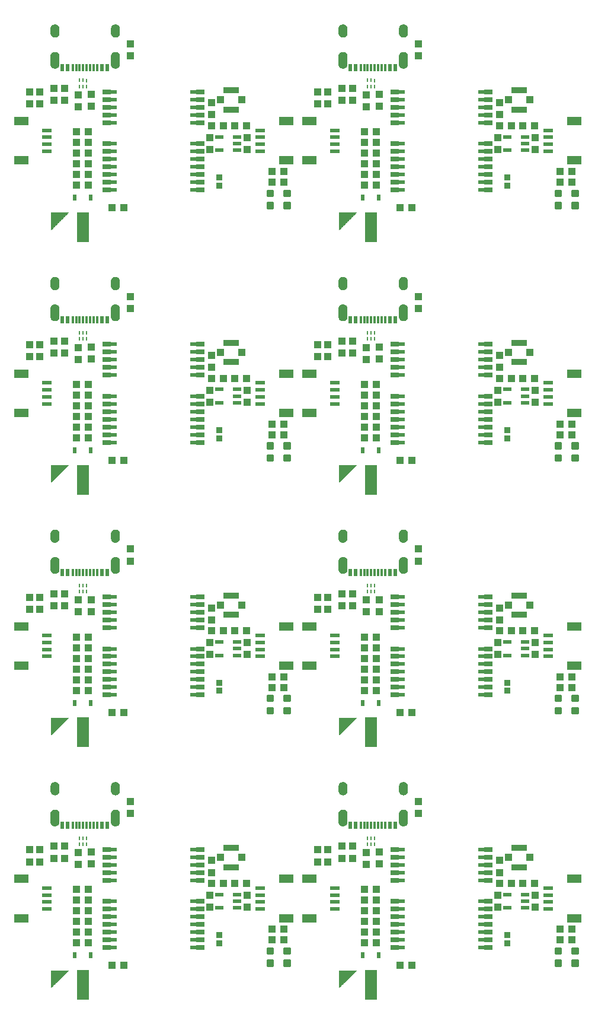
<source format=gtp>
G75*
%MOIN*%
%OFA0B0*%
%FSLAX25Y25*%
%IPPOS*%
%LPD*%
%AMOC8*
5,1,8,0,0,1.08239X$1,22.5*
%
%ADD10R,0.07874X0.04724*%
%ADD11R,0.05315X0.02362*%
%ADD12R,0.04331X0.03937*%
%ADD13C,0.00197*%
%ADD14R,0.06693X0.16535*%
%ADD15R,0.03937X0.04331*%
%ADD16C,0.01181*%
%ADD17R,0.02480X0.03268*%
%ADD18R,0.08661X0.03346*%
%ADD19R,0.04134X0.03937*%
%ADD20R,0.04724X0.02165*%
%ADD21R,0.04724X0.03150*%
%ADD22R,0.03543X0.02362*%
%ADD23R,0.00984X0.02402*%
%ADD24R,0.00984X0.02205*%
%ADD25R,0.01181X0.04000*%
%ADD26R,0.02362X0.04000*%
%ADD27R,0.02165X0.04000*%
%ADD28C,0.00039*%
%ADD29R,0.03543X0.03346*%
D10*
X0048873Y0091626D03*
X0048873Y0113674D03*
X0048873Y0233526D03*
X0048873Y0255574D03*
X0048873Y0375426D03*
X0048873Y0397474D03*
X0048873Y0517326D03*
X0048873Y0539374D03*
X0197810Y0539374D03*
X0210873Y0539374D03*
X0210873Y0517326D03*
X0197810Y0517326D03*
X0197810Y0397474D03*
X0210873Y0397474D03*
X0210873Y0375426D03*
X0197810Y0375426D03*
X0197810Y0255574D03*
X0210873Y0255574D03*
X0210873Y0233526D03*
X0197810Y0233526D03*
X0197810Y0113674D03*
X0210873Y0113674D03*
X0210873Y0091626D03*
X0197810Y0091626D03*
X0359810Y0091626D03*
X0359810Y0113674D03*
X0359810Y0233526D03*
X0359810Y0255574D03*
X0359810Y0375426D03*
X0359810Y0397474D03*
X0359810Y0517326D03*
X0359810Y0539374D03*
D11*
X0345342Y0534256D03*
X0345342Y0530319D03*
X0345342Y0526381D03*
X0345342Y0522444D03*
X0345342Y0392356D03*
X0345342Y0388419D03*
X0345342Y0384481D03*
X0345342Y0380544D03*
X0345342Y0250456D03*
X0345342Y0246519D03*
X0345342Y0242581D03*
X0345342Y0238644D03*
X0345342Y0108556D03*
X0345342Y0104619D03*
X0345342Y0100681D03*
X0345342Y0096744D03*
X0225342Y0096744D03*
X0225342Y0100681D03*
X0225342Y0104619D03*
X0225342Y0108556D03*
X0183342Y0108556D03*
X0183342Y0104619D03*
X0183342Y0100681D03*
X0183342Y0096744D03*
X0183342Y0238644D03*
X0183342Y0242581D03*
X0183342Y0246519D03*
X0183342Y0250456D03*
X0225342Y0250456D03*
X0225342Y0246519D03*
X0225342Y0242581D03*
X0225342Y0238644D03*
X0225342Y0380544D03*
X0225342Y0384481D03*
X0225342Y0388419D03*
X0225342Y0392356D03*
X0183342Y0392356D03*
X0183342Y0388419D03*
X0183342Y0384481D03*
X0183342Y0380544D03*
X0183342Y0522444D03*
X0183342Y0526381D03*
X0183342Y0530319D03*
X0183342Y0534256D03*
X0225342Y0534256D03*
X0225342Y0530319D03*
X0225342Y0526381D03*
X0225342Y0522444D03*
X0063342Y0522444D03*
X0063342Y0526381D03*
X0063342Y0530319D03*
X0063342Y0534256D03*
X0063342Y0392356D03*
X0063342Y0388419D03*
X0063342Y0384481D03*
X0063342Y0380544D03*
X0063342Y0250456D03*
X0063342Y0246519D03*
X0063342Y0242581D03*
X0063342Y0238644D03*
X0063342Y0108556D03*
X0063342Y0104619D03*
X0063342Y0100681D03*
X0063342Y0096744D03*
D12*
X0079995Y0095650D03*
X0079995Y0089650D03*
X0079995Y0083650D03*
X0079995Y0077650D03*
X0086688Y0077650D03*
X0086688Y0083650D03*
X0086688Y0089650D03*
X0086688Y0095650D03*
X0086688Y0101650D03*
X0086688Y0107650D03*
X0079995Y0107650D03*
X0079995Y0101650D03*
X0099995Y0065150D03*
X0106688Y0065150D03*
X0155995Y0111150D03*
X0162688Y0111150D03*
X0168995Y0111150D03*
X0175688Y0111150D03*
X0189995Y0085350D03*
X0189995Y0079350D03*
X0196688Y0079350D03*
X0196688Y0085350D03*
X0241995Y0083650D03*
X0241995Y0077650D03*
X0248688Y0077650D03*
X0248688Y0083650D03*
X0248688Y0089650D03*
X0248688Y0095650D03*
X0248688Y0101650D03*
X0248688Y0107650D03*
X0241995Y0107650D03*
X0241995Y0101650D03*
X0241995Y0095650D03*
X0241995Y0089650D03*
X0261995Y0065150D03*
X0268688Y0065150D03*
X0317995Y0111150D03*
X0324688Y0111150D03*
X0330995Y0111150D03*
X0337688Y0111150D03*
X0351995Y0085350D03*
X0351995Y0079350D03*
X0358688Y0079350D03*
X0358688Y0085350D03*
X0358688Y0221250D03*
X0358688Y0227250D03*
X0351995Y0227250D03*
X0351995Y0221250D03*
X0337688Y0253050D03*
X0330995Y0253050D03*
X0324688Y0253050D03*
X0317995Y0253050D03*
X0268688Y0207050D03*
X0261995Y0207050D03*
X0248688Y0219550D03*
X0248688Y0225550D03*
X0248688Y0231550D03*
X0248688Y0237550D03*
X0248688Y0243550D03*
X0248688Y0249550D03*
X0241995Y0249550D03*
X0241995Y0243550D03*
X0241995Y0237550D03*
X0241995Y0231550D03*
X0241995Y0225550D03*
X0241995Y0219550D03*
X0196688Y0221250D03*
X0196688Y0227250D03*
X0189995Y0227250D03*
X0189995Y0221250D03*
X0175688Y0253050D03*
X0168995Y0253050D03*
X0162688Y0253050D03*
X0155995Y0253050D03*
X0106688Y0207050D03*
X0099995Y0207050D03*
X0086688Y0219550D03*
X0086688Y0225550D03*
X0086688Y0231550D03*
X0086688Y0237550D03*
X0086688Y0243550D03*
X0086688Y0249550D03*
X0079995Y0249550D03*
X0079995Y0243550D03*
X0079995Y0237550D03*
X0079995Y0231550D03*
X0079995Y0225550D03*
X0079995Y0219550D03*
X0099995Y0348950D03*
X0106688Y0348950D03*
X0086688Y0361450D03*
X0086688Y0367450D03*
X0086688Y0373450D03*
X0086688Y0379450D03*
X0086688Y0385450D03*
X0086688Y0391450D03*
X0079995Y0391450D03*
X0079995Y0385450D03*
X0079995Y0379450D03*
X0079995Y0373450D03*
X0079995Y0367450D03*
X0079995Y0361450D03*
X0155995Y0394950D03*
X0162688Y0394950D03*
X0168995Y0394950D03*
X0175688Y0394950D03*
X0189995Y0369150D03*
X0189995Y0363150D03*
X0196688Y0363150D03*
X0196688Y0369150D03*
X0241995Y0367450D03*
X0241995Y0361450D03*
X0248688Y0361450D03*
X0248688Y0367450D03*
X0248688Y0373450D03*
X0248688Y0379450D03*
X0248688Y0385450D03*
X0248688Y0391450D03*
X0241995Y0391450D03*
X0241995Y0385450D03*
X0241995Y0379450D03*
X0241995Y0373450D03*
X0261995Y0348950D03*
X0268688Y0348950D03*
X0317995Y0394950D03*
X0324688Y0394950D03*
X0330995Y0394950D03*
X0337688Y0394950D03*
X0351995Y0369150D03*
X0351995Y0363150D03*
X0358688Y0363150D03*
X0358688Y0369150D03*
X0358688Y0505050D03*
X0358688Y0511050D03*
X0351995Y0511050D03*
X0351995Y0505050D03*
X0337688Y0536850D03*
X0330995Y0536850D03*
X0324688Y0536850D03*
X0317995Y0536850D03*
X0268688Y0490850D03*
X0261995Y0490850D03*
X0248688Y0503350D03*
X0248688Y0509350D03*
X0248688Y0515350D03*
X0248688Y0521350D03*
X0248688Y0527350D03*
X0248688Y0533350D03*
X0241995Y0533350D03*
X0241995Y0527350D03*
X0241995Y0521350D03*
X0241995Y0515350D03*
X0241995Y0509350D03*
X0241995Y0503350D03*
X0196688Y0505050D03*
X0196688Y0511050D03*
X0189995Y0511050D03*
X0189995Y0505050D03*
X0175688Y0536850D03*
X0168995Y0536850D03*
X0162688Y0536850D03*
X0155995Y0536850D03*
X0106688Y0490850D03*
X0099995Y0490850D03*
X0086688Y0503350D03*
X0086688Y0509350D03*
X0086688Y0515350D03*
X0086688Y0521350D03*
X0086688Y0527350D03*
X0086688Y0533350D03*
X0079995Y0533350D03*
X0079995Y0527350D03*
X0079995Y0521350D03*
X0079995Y0515350D03*
X0079995Y0509350D03*
X0079995Y0503350D03*
D13*
X0075239Y0488001D02*
X0065791Y0478552D01*
X0065791Y0488001D01*
X0075239Y0488001D01*
X0075125Y0487887D02*
X0065791Y0487887D01*
X0065791Y0487691D02*
X0074929Y0487691D01*
X0074734Y0487496D02*
X0065791Y0487496D01*
X0065791Y0487300D02*
X0074539Y0487300D01*
X0074343Y0487105D02*
X0065791Y0487105D01*
X0065791Y0486910D02*
X0074148Y0486910D01*
X0073953Y0486714D02*
X0065791Y0486714D01*
X0065791Y0486519D02*
X0073757Y0486519D01*
X0073562Y0486324D02*
X0065791Y0486324D01*
X0065791Y0486128D02*
X0073367Y0486128D01*
X0073171Y0485933D02*
X0065791Y0485933D01*
X0065791Y0485738D02*
X0072976Y0485738D01*
X0072780Y0485542D02*
X0065791Y0485542D01*
X0065791Y0485347D02*
X0072585Y0485347D01*
X0072390Y0485152D02*
X0065791Y0485152D01*
X0065791Y0484956D02*
X0072194Y0484956D01*
X0071999Y0484761D02*
X0065791Y0484761D01*
X0065791Y0484565D02*
X0071804Y0484565D01*
X0071608Y0484370D02*
X0065791Y0484370D01*
X0065791Y0484175D02*
X0071413Y0484175D01*
X0071218Y0483979D02*
X0065791Y0483979D01*
X0065791Y0483784D02*
X0071022Y0483784D01*
X0070827Y0483589D02*
X0065791Y0483589D01*
X0065791Y0483393D02*
X0070632Y0483393D01*
X0070436Y0483198D02*
X0065791Y0483198D01*
X0065791Y0483003D02*
X0070241Y0483003D01*
X0070045Y0482807D02*
X0065791Y0482807D01*
X0065791Y0482612D02*
X0069850Y0482612D01*
X0069655Y0482416D02*
X0065791Y0482416D01*
X0065791Y0482221D02*
X0069459Y0482221D01*
X0069264Y0482026D02*
X0065791Y0482026D01*
X0065791Y0481830D02*
X0069069Y0481830D01*
X0068873Y0481635D02*
X0065791Y0481635D01*
X0065791Y0481440D02*
X0068678Y0481440D01*
X0068483Y0481244D02*
X0065791Y0481244D01*
X0065791Y0481049D02*
X0068287Y0481049D01*
X0068092Y0480854D02*
X0065791Y0480854D01*
X0065791Y0480658D02*
X0067896Y0480658D01*
X0067701Y0480463D02*
X0065791Y0480463D01*
X0065791Y0480267D02*
X0067506Y0480267D01*
X0067310Y0480072D02*
X0065791Y0480072D01*
X0065791Y0479877D02*
X0067115Y0479877D01*
X0066920Y0479681D02*
X0065791Y0479681D01*
X0065791Y0479486D02*
X0066724Y0479486D01*
X0066529Y0479291D02*
X0065791Y0479291D01*
X0065791Y0479095D02*
X0066334Y0479095D01*
X0066138Y0478900D02*
X0065791Y0478900D01*
X0065791Y0478705D02*
X0065943Y0478705D01*
X0065791Y0346101D02*
X0075239Y0346101D01*
X0065791Y0336652D01*
X0065791Y0346101D01*
X0065791Y0346054D02*
X0075192Y0346054D01*
X0074997Y0345859D02*
X0065791Y0345859D01*
X0065791Y0345663D02*
X0074802Y0345663D01*
X0074606Y0345468D02*
X0065791Y0345468D01*
X0065791Y0345273D02*
X0074411Y0345273D01*
X0074215Y0345077D02*
X0065791Y0345077D01*
X0065791Y0344882D02*
X0074020Y0344882D01*
X0073825Y0344686D02*
X0065791Y0344686D01*
X0065791Y0344491D02*
X0073629Y0344491D01*
X0073434Y0344296D02*
X0065791Y0344296D01*
X0065791Y0344100D02*
X0073239Y0344100D01*
X0073043Y0343905D02*
X0065791Y0343905D01*
X0065791Y0343710D02*
X0072848Y0343710D01*
X0072653Y0343514D02*
X0065791Y0343514D01*
X0065791Y0343319D02*
X0072457Y0343319D01*
X0072262Y0343124D02*
X0065791Y0343124D01*
X0065791Y0342928D02*
X0072066Y0342928D01*
X0071871Y0342733D02*
X0065791Y0342733D01*
X0065791Y0342537D02*
X0071676Y0342537D01*
X0071480Y0342342D02*
X0065791Y0342342D01*
X0065791Y0342147D02*
X0071285Y0342147D01*
X0071090Y0341951D02*
X0065791Y0341951D01*
X0065791Y0341756D02*
X0070894Y0341756D01*
X0070699Y0341561D02*
X0065791Y0341561D01*
X0065791Y0341365D02*
X0070504Y0341365D01*
X0070308Y0341170D02*
X0065791Y0341170D01*
X0065791Y0340975D02*
X0070113Y0340975D01*
X0069917Y0340779D02*
X0065791Y0340779D01*
X0065791Y0340584D02*
X0069722Y0340584D01*
X0069527Y0340388D02*
X0065791Y0340388D01*
X0065791Y0340193D02*
X0069331Y0340193D01*
X0069136Y0339998D02*
X0065791Y0339998D01*
X0065791Y0339802D02*
X0068941Y0339802D01*
X0068745Y0339607D02*
X0065791Y0339607D01*
X0065791Y0339412D02*
X0068550Y0339412D01*
X0068355Y0339216D02*
X0065791Y0339216D01*
X0065791Y0339021D02*
X0068159Y0339021D01*
X0067964Y0338826D02*
X0065791Y0338826D01*
X0065791Y0338630D02*
X0067768Y0338630D01*
X0067573Y0338435D02*
X0065791Y0338435D01*
X0065791Y0338240D02*
X0067378Y0338240D01*
X0067182Y0338044D02*
X0065791Y0338044D01*
X0065791Y0337849D02*
X0066987Y0337849D01*
X0066792Y0337653D02*
X0065791Y0337653D01*
X0065791Y0337458D02*
X0066596Y0337458D01*
X0066401Y0337263D02*
X0065791Y0337263D01*
X0065791Y0337067D02*
X0066206Y0337067D01*
X0066010Y0336872D02*
X0065791Y0336872D01*
X0065791Y0336677D02*
X0065815Y0336677D01*
X0065791Y0204201D02*
X0075239Y0204201D01*
X0065791Y0194752D01*
X0065791Y0204201D01*
X0065791Y0204026D02*
X0075064Y0204026D01*
X0074869Y0203831D02*
X0065791Y0203831D01*
X0065791Y0203635D02*
X0074674Y0203635D01*
X0074478Y0203440D02*
X0065791Y0203440D01*
X0065791Y0203245D02*
X0074283Y0203245D01*
X0074087Y0203049D02*
X0065791Y0203049D01*
X0065791Y0202854D02*
X0073892Y0202854D01*
X0073697Y0202658D02*
X0065791Y0202658D01*
X0065791Y0202463D02*
X0073501Y0202463D01*
X0073306Y0202268D02*
X0065791Y0202268D01*
X0065791Y0202072D02*
X0073111Y0202072D01*
X0072915Y0201877D02*
X0065791Y0201877D01*
X0065791Y0201682D02*
X0072720Y0201682D01*
X0072525Y0201486D02*
X0065791Y0201486D01*
X0065791Y0201291D02*
X0072329Y0201291D01*
X0072134Y0201096D02*
X0065791Y0201096D01*
X0065791Y0200900D02*
X0071938Y0200900D01*
X0071743Y0200705D02*
X0065791Y0200705D01*
X0065791Y0200509D02*
X0071548Y0200509D01*
X0071352Y0200314D02*
X0065791Y0200314D01*
X0065791Y0200119D02*
X0071157Y0200119D01*
X0070962Y0199923D02*
X0065791Y0199923D01*
X0065791Y0199728D02*
X0070766Y0199728D01*
X0070571Y0199533D02*
X0065791Y0199533D01*
X0065791Y0199337D02*
X0070376Y0199337D01*
X0070180Y0199142D02*
X0065791Y0199142D01*
X0065791Y0198947D02*
X0069985Y0198947D01*
X0069790Y0198751D02*
X0065791Y0198751D01*
X0065791Y0198556D02*
X0069594Y0198556D01*
X0069399Y0198361D02*
X0065791Y0198361D01*
X0065791Y0198165D02*
X0069203Y0198165D01*
X0069008Y0197970D02*
X0065791Y0197970D01*
X0065791Y0197774D02*
X0068813Y0197774D01*
X0068617Y0197579D02*
X0065791Y0197579D01*
X0065791Y0197384D02*
X0068422Y0197384D01*
X0068227Y0197188D02*
X0065791Y0197188D01*
X0065791Y0196993D02*
X0068031Y0196993D01*
X0067836Y0196798D02*
X0065791Y0196798D01*
X0065791Y0196602D02*
X0067641Y0196602D01*
X0067445Y0196407D02*
X0065791Y0196407D01*
X0065791Y0196212D02*
X0067250Y0196212D01*
X0067054Y0196016D02*
X0065791Y0196016D01*
X0065791Y0195821D02*
X0066859Y0195821D01*
X0066664Y0195625D02*
X0065791Y0195625D01*
X0065791Y0195430D02*
X0066468Y0195430D01*
X0066273Y0195235D02*
X0065791Y0195235D01*
X0065791Y0195039D02*
X0066078Y0195039D01*
X0065882Y0194844D02*
X0065791Y0194844D01*
X0065791Y0062301D02*
X0075239Y0062301D01*
X0065791Y0052852D01*
X0065791Y0062301D01*
X0065791Y0062193D02*
X0075132Y0062193D01*
X0074936Y0061998D02*
X0065791Y0061998D01*
X0065791Y0061803D02*
X0074741Y0061803D01*
X0074546Y0061607D02*
X0065791Y0061607D01*
X0065791Y0061412D02*
X0074350Y0061412D01*
X0074155Y0061217D02*
X0065791Y0061217D01*
X0065791Y0061021D02*
X0073959Y0061021D01*
X0073764Y0060826D02*
X0065791Y0060826D01*
X0065791Y0060631D02*
X0073569Y0060631D01*
X0073373Y0060435D02*
X0065791Y0060435D01*
X0065791Y0060240D02*
X0073178Y0060240D01*
X0072983Y0060044D02*
X0065791Y0060044D01*
X0065791Y0059849D02*
X0072787Y0059849D01*
X0072592Y0059654D02*
X0065791Y0059654D01*
X0065791Y0059458D02*
X0072397Y0059458D01*
X0072201Y0059263D02*
X0065791Y0059263D01*
X0065791Y0059068D02*
X0072006Y0059068D01*
X0071811Y0058872D02*
X0065791Y0058872D01*
X0065791Y0058677D02*
X0071615Y0058677D01*
X0071420Y0058482D02*
X0065791Y0058482D01*
X0065791Y0058286D02*
X0071224Y0058286D01*
X0071029Y0058091D02*
X0065791Y0058091D01*
X0065791Y0057895D02*
X0070834Y0057895D01*
X0070638Y0057700D02*
X0065791Y0057700D01*
X0065791Y0057505D02*
X0070443Y0057505D01*
X0070248Y0057309D02*
X0065791Y0057309D01*
X0065791Y0057114D02*
X0070052Y0057114D01*
X0069857Y0056919D02*
X0065791Y0056919D01*
X0065791Y0056723D02*
X0069662Y0056723D01*
X0069466Y0056528D02*
X0065791Y0056528D01*
X0065791Y0056333D02*
X0069271Y0056333D01*
X0069075Y0056137D02*
X0065791Y0056137D01*
X0065791Y0055942D02*
X0068880Y0055942D01*
X0068685Y0055746D02*
X0065791Y0055746D01*
X0065791Y0055551D02*
X0068489Y0055551D01*
X0068294Y0055356D02*
X0065791Y0055356D01*
X0065791Y0055160D02*
X0068099Y0055160D01*
X0067903Y0054965D02*
X0065791Y0054965D01*
X0065791Y0054770D02*
X0067708Y0054770D01*
X0067513Y0054574D02*
X0065791Y0054574D01*
X0065791Y0054379D02*
X0067317Y0054379D01*
X0067122Y0054184D02*
X0065791Y0054184D01*
X0065791Y0053988D02*
X0066926Y0053988D01*
X0066731Y0053793D02*
X0065791Y0053793D01*
X0065791Y0053597D02*
X0066536Y0053597D01*
X0066340Y0053402D02*
X0065791Y0053402D01*
X0065791Y0053207D02*
X0066145Y0053207D01*
X0065950Y0053011D02*
X0065791Y0053011D01*
X0227791Y0053011D02*
X0227950Y0053011D01*
X0227791Y0052852D02*
X0237239Y0062301D01*
X0227791Y0062301D01*
X0227791Y0052852D01*
X0227791Y0053207D02*
X0228145Y0053207D01*
X0228340Y0053402D02*
X0227791Y0053402D01*
X0227791Y0053597D02*
X0228536Y0053597D01*
X0228731Y0053793D02*
X0227791Y0053793D01*
X0227791Y0053988D02*
X0228926Y0053988D01*
X0229122Y0054184D02*
X0227791Y0054184D01*
X0227791Y0054379D02*
X0229317Y0054379D01*
X0229513Y0054574D02*
X0227791Y0054574D01*
X0227791Y0054770D02*
X0229708Y0054770D01*
X0229903Y0054965D02*
X0227791Y0054965D01*
X0227791Y0055160D02*
X0230099Y0055160D01*
X0230294Y0055356D02*
X0227791Y0055356D01*
X0227791Y0055551D02*
X0230489Y0055551D01*
X0230685Y0055746D02*
X0227791Y0055746D01*
X0227791Y0055942D02*
X0230880Y0055942D01*
X0231075Y0056137D02*
X0227791Y0056137D01*
X0227791Y0056333D02*
X0231271Y0056333D01*
X0231466Y0056528D02*
X0227791Y0056528D01*
X0227791Y0056723D02*
X0231662Y0056723D01*
X0231857Y0056919D02*
X0227791Y0056919D01*
X0227791Y0057114D02*
X0232052Y0057114D01*
X0232248Y0057309D02*
X0227791Y0057309D01*
X0227791Y0057505D02*
X0232443Y0057505D01*
X0232638Y0057700D02*
X0227791Y0057700D01*
X0227791Y0057895D02*
X0232834Y0057895D01*
X0233029Y0058091D02*
X0227791Y0058091D01*
X0227791Y0058286D02*
X0233224Y0058286D01*
X0233420Y0058482D02*
X0227791Y0058482D01*
X0227791Y0058677D02*
X0233615Y0058677D01*
X0233811Y0058872D02*
X0227791Y0058872D01*
X0227791Y0059068D02*
X0234006Y0059068D01*
X0234201Y0059263D02*
X0227791Y0059263D01*
X0227791Y0059458D02*
X0234397Y0059458D01*
X0234592Y0059654D02*
X0227791Y0059654D01*
X0227791Y0059849D02*
X0234787Y0059849D01*
X0234983Y0060044D02*
X0227791Y0060044D01*
X0227791Y0060240D02*
X0235178Y0060240D01*
X0235373Y0060435D02*
X0227791Y0060435D01*
X0227791Y0060631D02*
X0235569Y0060631D01*
X0235764Y0060826D02*
X0227791Y0060826D01*
X0227791Y0061021D02*
X0235959Y0061021D01*
X0236155Y0061217D02*
X0227791Y0061217D01*
X0227791Y0061412D02*
X0236350Y0061412D01*
X0236546Y0061607D02*
X0227791Y0061607D01*
X0227791Y0061803D02*
X0236741Y0061803D01*
X0236936Y0061998D02*
X0227791Y0061998D01*
X0227791Y0062193D02*
X0237132Y0062193D01*
X0227791Y0194752D02*
X0237239Y0204201D01*
X0227791Y0204201D01*
X0227791Y0194752D01*
X0227791Y0194844D02*
X0227882Y0194844D01*
X0227791Y0195039D02*
X0228078Y0195039D01*
X0228273Y0195235D02*
X0227791Y0195235D01*
X0227791Y0195430D02*
X0228468Y0195430D01*
X0228664Y0195625D02*
X0227791Y0195625D01*
X0227791Y0195821D02*
X0228859Y0195821D01*
X0229054Y0196016D02*
X0227791Y0196016D01*
X0227791Y0196212D02*
X0229250Y0196212D01*
X0229445Y0196407D02*
X0227791Y0196407D01*
X0227791Y0196602D02*
X0229641Y0196602D01*
X0229836Y0196798D02*
X0227791Y0196798D01*
X0227791Y0196993D02*
X0230031Y0196993D01*
X0230227Y0197188D02*
X0227791Y0197188D01*
X0227791Y0197384D02*
X0230422Y0197384D01*
X0230617Y0197579D02*
X0227791Y0197579D01*
X0227791Y0197774D02*
X0230813Y0197774D01*
X0231008Y0197970D02*
X0227791Y0197970D01*
X0227791Y0198165D02*
X0231203Y0198165D01*
X0231399Y0198361D02*
X0227791Y0198361D01*
X0227791Y0198556D02*
X0231594Y0198556D01*
X0231790Y0198751D02*
X0227791Y0198751D01*
X0227791Y0198947D02*
X0231985Y0198947D01*
X0232180Y0199142D02*
X0227791Y0199142D01*
X0227791Y0199337D02*
X0232376Y0199337D01*
X0232571Y0199533D02*
X0227791Y0199533D01*
X0227791Y0199728D02*
X0232766Y0199728D01*
X0232962Y0199923D02*
X0227791Y0199923D01*
X0227791Y0200119D02*
X0233157Y0200119D01*
X0233352Y0200314D02*
X0227791Y0200314D01*
X0227791Y0200509D02*
X0233548Y0200509D01*
X0233743Y0200705D02*
X0227791Y0200705D01*
X0227791Y0200900D02*
X0233938Y0200900D01*
X0234134Y0201096D02*
X0227791Y0201096D01*
X0227791Y0201291D02*
X0234329Y0201291D01*
X0234525Y0201486D02*
X0227791Y0201486D01*
X0227791Y0201682D02*
X0234720Y0201682D01*
X0234915Y0201877D02*
X0227791Y0201877D01*
X0227791Y0202072D02*
X0235111Y0202072D01*
X0235306Y0202268D02*
X0227791Y0202268D01*
X0227791Y0202463D02*
X0235501Y0202463D01*
X0235697Y0202658D02*
X0227791Y0202658D01*
X0227791Y0202854D02*
X0235892Y0202854D01*
X0236087Y0203049D02*
X0227791Y0203049D01*
X0227791Y0203245D02*
X0236283Y0203245D01*
X0236478Y0203440D02*
X0227791Y0203440D01*
X0227791Y0203635D02*
X0236674Y0203635D01*
X0236869Y0203831D02*
X0227791Y0203831D01*
X0227791Y0204026D02*
X0237064Y0204026D01*
X0227791Y0336652D02*
X0237239Y0346101D01*
X0227791Y0346101D01*
X0227791Y0336652D01*
X0227791Y0336677D02*
X0227815Y0336677D01*
X0227791Y0336872D02*
X0228010Y0336872D01*
X0228206Y0337067D02*
X0227791Y0337067D01*
X0227791Y0337263D02*
X0228401Y0337263D01*
X0228596Y0337458D02*
X0227791Y0337458D01*
X0227791Y0337653D02*
X0228792Y0337653D01*
X0228987Y0337849D02*
X0227791Y0337849D01*
X0227791Y0338044D02*
X0229182Y0338044D01*
X0229378Y0338240D02*
X0227791Y0338240D01*
X0227791Y0338435D02*
X0229573Y0338435D01*
X0229768Y0338630D02*
X0227791Y0338630D01*
X0227791Y0338826D02*
X0229964Y0338826D01*
X0230159Y0339021D02*
X0227791Y0339021D01*
X0227791Y0339216D02*
X0230355Y0339216D01*
X0230550Y0339412D02*
X0227791Y0339412D01*
X0227791Y0339607D02*
X0230745Y0339607D01*
X0230941Y0339802D02*
X0227791Y0339802D01*
X0227791Y0339998D02*
X0231136Y0339998D01*
X0231331Y0340193D02*
X0227791Y0340193D01*
X0227791Y0340388D02*
X0231527Y0340388D01*
X0231722Y0340584D02*
X0227791Y0340584D01*
X0227791Y0340779D02*
X0231917Y0340779D01*
X0232113Y0340975D02*
X0227791Y0340975D01*
X0227791Y0341170D02*
X0232308Y0341170D01*
X0232504Y0341365D02*
X0227791Y0341365D01*
X0227791Y0341561D02*
X0232699Y0341561D01*
X0232894Y0341756D02*
X0227791Y0341756D01*
X0227791Y0341951D02*
X0233090Y0341951D01*
X0233285Y0342147D02*
X0227791Y0342147D01*
X0227791Y0342342D02*
X0233480Y0342342D01*
X0233676Y0342537D02*
X0227791Y0342537D01*
X0227791Y0342733D02*
X0233871Y0342733D01*
X0234066Y0342928D02*
X0227791Y0342928D01*
X0227791Y0343124D02*
X0234262Y0343124D01*
X0234457Y0343319D02*
X0227791Y0343319D01*
X0227791Y0343514D02*
X0234653Y0343514D01*
X0234848Y0343710D02*
X0227791Y0343710D01*
X0227791Y0343905D02*
X0235043Y0343905D01*
X0235239Y0344100D02*
X0227791Y0344100D01*
X0227791Y0344296D02*
X0235434Y0344296D01*
X0235629Y0344491D02*
X0227791Y0344491D01*
X0227791Y0344686D02*
X0235825Y0344686D01*
X0236020Y0344882D02*
X0227791Y0344882D01*
X0227791Y0345077D02*
X0236215Y0345077D01*
X0236411Y0345273D02*
X0227791Y0345273D01*
X0227791Y0345468D02*
X0236606Y0345468D01*
X0236802Y0345663D02*
X0227791Y0345663D01*
X0227791Y0345859D02*
X0236997Y0345859D01*
X0237192Y0346054D02*
X0227791Y0346054D01*
X0227791Y0478552D02*
X0237239Y0488001D01*
X0227791Y0488001D01*
X0227791Y0478552D01*
X0227791Y0478705D02*
X0227943Y0478705D01*
X0227791Y0478900D02*
X0228138Y0478900D01*
X0228334Y0479095D02*
X0227791Y0479095D01*
X0227791Y0479291D02*
X0228529Y0479291D01*
X0228724Y0479486D02*
X0227791Y0479486D01*
X0227791Y0479681D02*
X0228920Y0479681D01*
X0229115Y0479877D02*
X0227791Y0479877D01*
X0227791Y0480072D02*
X0229310Y0480072D01*
X0229506Y0480267D02*
X0227791Y0480267D01*
X0227791Y0480463D02*
X0229701Y0480463D01*
X0229896Y0480658D02*
X0227791Y0480658D01*
X0227791Y0480854D02*
X0230092Y0480854D01*
X0230287Y0481049D02*
X0227791Y0481049D01*
X0227791Y0481244D02*
X0230483Y0481244D01*
X0230678Y0481440D02*
X0227791Y0481440D01*
X0227791Y0481635D02*
X0230873Y0481635D01*
X0231069Y0481830D02*
X0227791Y0481830D01*
X0227791Y0482026D02*
X0231264Y0482026D01*
X0231459Y0482221D02*
X0227791Y0482221D01*
X0227791Y0482416D02*
X0231655Y0482416D01*
X0231850Y0482612D02*
X0227791Y0482612D01*
X0227791Y0482807D02*
X0232045Y0482807D01*
X0232241Y0483003D02*
X0227791Y0483003D01*
X0227791Y0483198D02*
X0232436Y0483198D01*
X0232632Y0483393D02*
X0227791Y0483393D01*
X0227791Y0483589D02*
X0232827Y0483589D01*
X0233022Y0483784D02*
X0227791Y0483784D01*
X0227791Y0483979D02*
X0233218Y0483979D01*
X0233413Y0484175D02*
X0227791Y0484175D01*
X0227791Y0484370D02*
X0233608Y0484370D01*
X0233804Y0484565D02*
X0227791Y0484565D01*
X0227791Y0484761D02*
X0233999Y0484761D01*
X0234194Y0484956D02*
X0227791Y0484956D01*
X0227791Y0485152D02*
X0234390Y0485152D01*
X0234585Y0485347D02*
X0227791Y0485347D01*
X0227791Y0485542D02*
X0234780Y0485542D01*
X0234976Y0485738D02*
X0227791Y0485738D01*
X0227791Y0485933D02*
X0235171Y0485933D01*
X0235367Y0486128D02*
X0227791Y0486128D01*
X0227791Y0486324D02*
X0235562Y0486324D01*
X0235757Y0486519D02*
X0227791Y0486519D01*
X0227791Y0486714D02*
X0235953Y0486714D01*
X0236148Y0486910D02*
X0227791Y0486910D01*
X0227791Y0487105D02*
X0236343Y0487105D01*
X0236539Y0487300D02*
X0227791Y0487300D01*
X0227791Y0487496D02*
X0236734Y0487496D01*
X0236929Y0487691D02*
X0227791Y0487691D01*
X0227791Y0487887D02*
X0237125Y0487887D01*
D14*
X0245625Y0479812D03*
X0245625Y0337912D03*
X0245625Y0196012D03*
X0245625Y0054112D03*
X0083625Y0054112D03*
X0083625Y0196012D03*
X0083625Y0337912D03*
X0083625Y0479812D03*
D15*
X0110142Y0440896D03*
X0110142Y0434204D03*
X0088142Y0412496D03*
X0088142Y0405804D03*
X0080942Y0405604D03*
X0080942Y0412296D03*
X0073142Y0409104D03*
X0067342Y0409104D03*
X0067342Y0415796D03*
X0073142Y0415796D03*
X0059442Y0413796D03*
X0059442Y0407104D03*
X0053542Y0407104D03*
X0053542Y0413796D03*
X0110142Y0298996D03*
X0110142Y0292304D03*
X0088142Y0270596D03*
X0088142Y0263904D03*
X0080942Y0263704D03*
X0080942Y0270396D03*
X0073142Y0267204D03*
X0067342Y0267204D03*
X0067342Y0273896D03*
X0073142Y0273896D03*
X0059442Y0271896D03*
X0059442Y0265204D03*
X0053542Y0265204D03*
X0053542Y0271896D03*
X0110142Y0157096D03*
X0110142Y0150404D03*
X0088142Y0128696D03*
X0088142Y0122004D03*
X0080942Y0121804D03*
X0080942Y0128496D03*
X0073142Y0125304D03*
X0067342Y0125304D03*
X0067342Y0131996D03*
X0073142Y0131996D03*
X0059442Y0129996D03*
X0059442Y0123304D03*
X0053542Y0123304D03*
X0053542Y0129996D03*
X0155842Y0123996D03*
X0155842Y0117304D03*
X0154842Y0104496D03*
X0154842Y0097804D03*
X0175842Y0097804D03*
X0175842Y0104496D03*
X0215542Y0123304D03*
X0215542Y0129996D03*
X0221442Y0129996D03*
X0221442Y0123304D03*
X0229342Y0125304D03*
X0235142Y0125304D03*
X0235142Y0131996D03*
X0229342Y0131996D03*
X0242942Y0128496D03*
X0242942Y0121804D03*
X0250142Y0122004D03*
X0250142Y0128696D03*
X0272142Y0150404D03*
X0272142Y0157096D03*
X0317842Y0123996D03*
X0317842Y0117304D03*
X0316842Y0104496D03*
X0316842Y0097804D03*
X0337842Y0097804D03*
X0337842Y0104496D03*
X0337842Y0239704D03*
X0337842Y0246396D03*
X0316842Y0246396D03*
X0316842Y0239704D03*
X0317842Y0259204D03*
X0317842Y0265896D03*
X0272142Y0292304D03*
X0272142Y0298996D03*
X0250142Y0270596D03*
X0250142Y0263904D03*
X0242942Y0263704D03*
X0242942Y0270396D03*
X0235142Y0267204D03*
X0229342Y0267204D03*
X0229342Y0273896D03*
X0235142Y0273896D03*
X0221442Y0271896D03*
X0221442Y0265204D03*
X0215542Y0265204D03*
X0215542Y0271896D03*
X0175842Y0246396D03*
X0175842Y0239704D03*
X0154842Y0239704D03*
X0154842Y0246396D03*
X0155842Y0259204D03*
X0155842Y0265896D03*
X0154842Y0381604D03*
X0154842Y0388296D03*
X0155842Y0401104D03*
X0155842Y0407796D03*
X0175842Y0388296D03*
X0175842Y0381604D03*
X0215542Y0407104D03*
X0215542Y0413796D03*
X0221442Y0413796D03*
X0221442Y0407104D03*
X0229342Y0409104D03*
X0235142Y0409104D03*
X0235142Y0415796D03*
X0229342Y0415796D03*
X0242942Y0412296D03*
X0242942Y0405604D03*
X0250142Y0405804D03*
X0250142Y0412496D03*
X0272142Y0434204D03*
X0272142Y0440896D03*
X0317842Y0407796D03*
X0317842Y0401104D03*
X0316842Y0388296D03*
X0316842Y0381604D03*
X0337842Y0381604D03*
X0337842Y0388296D03*
X0337842Y0523504D03*
X0337842Y0530196D03*
X0316842Y0530196D03*
X0316842Y0523504D03*
X0317842Y0543004D03*
X0317842Y0549696D03*
X0272142Y0576104D03*
X0272142Y0582796D03*
X0250142Y0554396D03*
X0250142Y0547704D03*
X0242942Y0547504D03*
X0242942Y0554196D03*
X0235142Y0551004D03*
X0229342Y0551004D03*
X0229342Y0557696D03*
X0235142Y0557696D03*
X0221442Y0555696D03*
X0221442Y0549004D03*
X0215542Y0549004D03*
X0215542Y0555696D03*
X0175842Y0530196D03*
X0175842Y0523504D03*
X0154842Y0523504D03*
X0154842Y0530196D03*
X0155842Y0543004D03*
X0155842Y0549696D03*
X0110142Y0576104D03*
X0110142Y0582796D03*
X0088142Y0554396D03*
X0088142Y0547704D03*
X0080942Y0547504D03*
X0080942Y0554196D03*
X0073142Y0551004D03*
X0067342Y0551004D03*
X0067342Y0557696D03*
X0073142Y0557696D03*
X0059442Y0555696D03*
X0059442Y0549004D03*
X0053542Y0549004D03*
X0053542Y0555696D03*
D16*
X0187564Y0500281D02*
X0190320Y0500281D01*
X0190320Y0497525D01*
X0187564Y0497525D01*
X0187564Y0500281D01*
X0187564Y0498647D02*
X0190320Y0498647D01*
X0190320Y0499769D02*
X0187564Y0499769D01*
X0187564Y0493375D02*
X0190320Y0493375D01*
X0190320Y0490619D01*
X0187564Y0490619D01*
X0187564Y0493375D01*
X0187564Y0491741D02*
X0190320Y0491741D01*
X0190320Y0492863D02*
X0187564Y0492863D01*
X0197064Y0493375D02*
X0199820Y0493375D01*
X0199820Y0490619D01*
X0197064Y0490619D01*
X0197064Y0493375D01*
X0197064Y0491741D02*
X0199820Y0491741D01*
X0199820Y0492863D02*
X0197064Y0492863D01*
X0197064Y0500281D02*
X0199820Y0500281D01*
X0199820Y0497525D01*
X0197064Y0497525D01*
X0197064Y0500281D01*
X0197064Y0498647D02*
X0199820Y0498647D01*
X0199820Y0499769D02*
X0197064Y0499769D01*
X0197064Y0358381D02*
X0199820Y0358381D01*
X0199820Y0355625D01*
X0197064Y0355625D01*
X0197064Y0358381D01*
X0197064Y0356747D02*
X0199820Y0356747D01*
X0199820Y0357869D02*
X0197064Y0357869D01*
X0197064Y0351475D02*
X0199820Y0351475D01*
X0199820Y0348719D01*
X0197064Y0348719D01*
X0197064Y0351475D01*
X0197064Y0349841D02*
X0199820Y0349841D01*
X0199820Y0350963D02*
X0197064Y0350963D01*
X0190320Y0351475D02*
X0187564Y0351475D01*
X0190320Y0351475D02*
X0190320Y0348719D01*
X0187564Y0348719D01*
X0187564Y0351475D01*
X0187564Y0349841D02*
X0190320Y0349841D01*
X0190320Y0350963D02*
X0187564Y0350963D01*
X0187564Y0358381D02*
X0190320Y0358381D01*
X0190320Y0355625D01*
X0187564Y0355625D01*
X0187564Y0358381D01*
X0187564Y0356747D02*
X0190320Y0356747D01*
X0190320Y0357869D02*
X0187564Y0357869D01*
X0187564Y0216481D02*
X0190320Y0216481D01*
X0190320Y0213725D01*
X0187564Y0213725D01*
X0187564Y0216481D01*
X0187564Y0214847D02*
X0190320Y0214847D01*
X0190320Y0215969D02*
X0187564Y0215969D01*
X0187564Y0209575D02*
X0190320Y0209575D01*
X0190320Y0206819D01*
X0187564Y0206819D01*
X0187564Y0209575D01*
X0187564Y0207941D02*
X0190320Y0207941D01*
X0190320Y0209063D02*
X0187564Y0209063D01*
X0197064Y0209575D02*
X0199820Y0209575D01*
X0199820Y0206819D01*
X0197064Y0206819D01*
X0197064Y0209575D01*
X0197064Y0207941D02*
X0199820Y0207941D01*
X0199820Y0209063D02*
X0197064Y0209063D01*
X0197064Y0216481D02*
X0199820Y0216481D01*
X0199820Y0213725D01*
X0197064Y0213725D01*
X0197064Y0216481D01*
X0197064Y0214847D02*
X0199820Y0214847D01*
X0199820Y0215969D02*
X0197064Y0215969D01*
X0197064Y0074581D02*
X0199820Y0074581D01*
X0199820Y0071825D01*
X0197064Y0071825D01*
X0197064Y0074581D01*
X0197064Y0072947D02*
X0199820Y0072947D01*
X0199820Y0074069D02*
X0197064Y0074069D01*
X0197064Y0067675D02*
X0199820Y0067675D01*
X0199820Y0064919D01*
X0197064Y0064919D01*
X0197064Y0067675D01*
X0197064Y0066041D02*
X0199820Y0066041D01*
X0199820Y0067163D02*
X0197064Y0067163D01*
X0190320Y0067675D02*
X0187564Y0067675D01*
X0190320Y0067675D02*
X0190320Y0064919D01*
X0187564Y0064919D01*
X0187564Y0067675D01*
X0187564Y0066041D02*
X0190320Y0066041D01*
X0190320Y0067163D02*
X0187564Y0067163D01*
X0187564Y0074581D02*
X0190320Y0074581D01*
X0190320Y0071825D01*
X0187564Y0071825D01*
X0187564Y0074581D01*
X0187564Y0072947D02*
X0190320Y0072947D01*
X0190320Y0074069D02*
X0187564Y0074069D01*
X0349564Y0074581D02*
X0352320Y0074581D01*
X0352320Y0071825D01*
X0349564Y0071825D01*
X0349564Y0074581D01*
X0349564Y0072947D02*
X0352320Y0072947D01*
X0352320Y0074069D02*
X0349564Y0074069D01*
X0349564Y0067675D02*
X0352320Y0067675D01*
X0352320Y0064919D01*
X0349564Y0064919D01*
X0349564Y0067675D01*
X0349564Y0066041D02*
X0352320Y0066041D01*
X0352320Y0067163D02*
X0349564Y0067163D01*
X0359064Y0067675D02*
X0361820Y0067675D01*
X0361820Y0064919D01*
X0359064Y0064919D01*
X0359064Y0067675D01*
X0359064Y0066041D02*
X0361820Y0066041D01*
X0361820Y0067163D02*
X0359064Y0067163D01*
X0359064Y0074581D02*
X0361820Y0074581D01*
X0361820Y0071825D01*
X0359064Y0071825D01*
X0359064Y0074581D01*
X0359064Y0072947D02*
X0361820Y0072947D01*
X0361820Y0074069D02*
X0359064Y0074069D01*
X0359064Y0209575D02*
X0361820Y0209575D01*
X0361820Y0206819D01*
X0359064Y0206819D01*
X0359064Y0209575D01*
X0359064Y0207941D02*
X0361820Y0207941D01*
X0361820Y0209063D02*
X0359064Y0209063D01*
X0359064Y0216481D02*
X0361820Y0216481D01*
X0361820Y0213725D01*
X0359064Y0213725D01*
X0359064Y0216481D01*
X0359064Y0214847D02*
X0361820Y0214847D01*
X0361820Y0215969D02*
X0359064Y0215969D01*
X0352320Y0216481D02*
X0349564Y0216481D01*
X0352320Y0216481D02*
X0352320Y0213725D01*
X0349564Y0213725D01*
X0349564Y0216481D01*
X0349564Y0214847D02*
X0352320Y0214847D01*
X0352320Y0215969D02*
X0349564Y0215969D01*
X0349564Y0209575D02*
X0352320Y0209575D01*
X0352320Y0206819D01*
X0349564Y0206819D01*
X0349564Y0209575D01*
X0349564Y0207941D02*
X0352320Y0207941D01*
X0352320Y0209063D02*
X0349564Y0209063D01*
X0349564Y0351475D02*
X0352320Y0351475D01*
X0352320Y0348719D01*
X0349564Y0348719D01*
X0349564Y0351475D01*
X0349564Y0349841D02*
X0352320Y0349841D01*
X0352320Y0350963D02*
X0349564Y0350963D01*
X0349564Y0358381D02*
X0352320Y0358381D01*
X0352320Y0355625D01*
X0349564Y0355625D01*
X0349564Y0358381D01*
X0349564Y0356747D02*
X0352320Y0356747D01*
X0352320Y0357869D02*
X0349564Y0357869D01*
X0359064Y0358381D02*
X0361820Y0358381D01*
X0361820Y0355625D01*
X0359064Y0355625D01*
X0359064Y0358381D01*
X0359064Y0356747D02*
X0361820Y0356747D01*
X0361820Y0357869D02*
X0359064Y0357869D01*
X0359064Y0351475D02*
X0361820Y0351475D01*
X0361820Y0348719D01*
X0359064Y0348719D01*
X0359064Y0351475D01*
X0359064Y0349841D02*
X0361820Y0349841D01*
X0361820Y0350963D02*
X0359064Y0350963D01*
X0359064Y0493375D02*
X0361820Y0493375D01*
X0361820Y0490619D01*
X0359064Y0490619D01*
X0359064Y0493375D01*
X0359064Y0491741D02*
X0361820Y0491741D01*
X0361820Y0492863D02*
X0359064Y0492863D01*
X0359064Y0500281D02*
X0361820Y0500281D01*
X0361820Y0497525D01*
X0359064Y0497525D01*
X0359064Y0500281D01*
X0359064Y0498647D02*
X0361820Y0498647D01*
X0361820Y0499769D02*
X0359064Y0499769D01*
X0352320Y0500281D02*
X0349564Y0500281D01*
X0352320Y0500281D02*
X0352320Y0497525D01*
X0349564Y0497525D01*
X0349564Y0500281D01*
X0349564Y0498647D02*
X0352320Y0498647D01*
X0352320Y0499769D02*
X0349564Y0499769D01*
X0349564Y0493375D02*
X0352320Y0493375D01*
X0352320Y0490619D01*
X0349564Y0490619D01*
X0349564Y0493375D01*
X0349564Y0491741D02*
X0352320Y0491741D01*
X0352320Y0492863D02*
X0349564Y0492863D01*
D17*
X0249869Y0496350D03*
X0240814Y0496350D03*
X0240814Y0354450D03*
X0249869Y0354450D03*
X0249869Y0212550D03*
X0240814Y0212550D03*
X0240814Y0070650D03*
X0249869Y0070650D03*
X0087869Y0070650D03*
X0078814Y0070650D03*
X0078814Y0212550D03*
X0087869Y0212550D03*
X0087869Y0354450D03*
X0078814Y0354450D03*
X0078814Y0496350D03*
X0087869Y0496350D03*
D18*
X0166842Y0545937D03*
X0166842Y0556763D03*
X0166842Y0414863D03*
X0166842Y0404037D03*
X0166842Y0272963D03*
X0166842Y0262137D03*
X0166842Y0131063D03*
X0166842Y0120237D03*
X0328842Y0120237D03*
X0328842Y0131063D03*
X0328842Y0262137D03*
X0328842Y0272963D03*
X0328842Y0404037D03*
X0328842Y0414863D03*
X0328842Y0545937D03*
X0328842Y0556763D03*
D19*
X0334846Y0551350D03*
X0322838Y0551350D03*
X0322838Y0409450D03*
X0334846Y0409450D03*
X0334846Y0267550D03*
X0322838Y0267550D03*
X0322838Y0125650D03*
X0334846Y0125650D03*
X0172846Y0125650D03*
X0160838Y0125650D03*
X0160838Y0267550D03*
X0172846Y0267550D03*
X0172846Y0409450D03*
X0160838Y0409450D03*
X0160838Y0551350D03*
X0172846Y0551350D03*
D20*
X0170460Y0530590D03*
X0170460Y0526850D03*
X0170460Y0523110D03*
X0160223Y0523110D03*
X0160223Y0530590D03*
X0160223Y0388690D03*
X0160223Y0381210D03*
X0170460Y0381210D03*
X0170460Y0384950D03*
X0170460Y0388690D03*
X0170460Y0246790D03*
X0170460Y0243050D03*
X0170460Y0239310D03*
X0160223Y0239310D03*
X0160223Y0246790D03*
X0160223Y0104890D03*
X0160223Y0097410D03*
X0170460Y0097410D03*
X0170460Y0101150D03*
X0170460Y0104890D03*
X0322223Y0104890D03*
X0322223Y0097410D03*
X0332460Y0097410D03*
X0332460Y0101150D03*
X0332460Y0104890D03*
X0332460Y0239310D03*
X0332460Y0243050D03*
X0332460Y0246790D03*
X0322223Y0246790D03*
X0322223Y0239310D03*
X0322223Y0381210D03*
X0322223Y0388690D03*
X0332460Y0388690D03*
X0332460Y0384950D03*
X0332460Y0381210D03*
X0332460Y0523110D03*
X0332460Y0526850D03*
X0332460Y0530590D03*
X0322223Y0530590D03*
X0322223Y0523110D03*
D21*
X0311720Y0522444D03*
X0311720Y0518114D03*
X0311720Y0513783D03*
X0311720Y0509452D03*
X0311720Y0505122D03*
X0311720Y0500791D03*
X0311720Y0526775D03*
X0311720Y0538586D03*
X0311720Y0542917D03*
X0311720Y0547248D03*
X0311720Y0551578D03*
X0311720Y0555909D03*
X0258964Y0555909D03*
X0258964Y0551578D03*
X0258964Y0547248D03*
X0258964Y0542917D03*
X0258964Y0538586D03*
X0258964Y0526775D03*
X0258964Y0522444D03*
X0258964Y0518114D03*
X0258964Y0513783D03*
X0258964Y0509452D03*
X0258964Y0505122D03*
X0258964Y0500791D03*
X0258964Y0414009D03*
X0258964Y0409678D03*
X0258964Y0405348D03*
X0258964Y0401017D03*
X0258964Y0396686D03*
X0258964Y0384875D03*
X0258964Y0380544D03*
X0258964Y0376214D03*
X0258964Y0371883D03*
X0258964Y0367552D03*
X0258964Y0363222D03*
X0258964Y0358891D03*
X0258964Y0272109D03*
X0258964Y0267778D03*
X0258964Y0263448D03*
X0258964Y0259117D03*
X0258964Y0254786D03*
X0258964Y0242975D03*
X0258964Y0238644D03*
X0258964Y0234314D03*
X0258964Y0229983D03*
X0258964Y0225652D03*
X0258964Y0221322D03*
X0258964Y0216991D03*
X0258964Y0130209D03*
X0258964Y0125878D03*
X0258964Y0121548D03*
X0258964Y0117217D03*
X0258964Y0112886D03*
X0258964Y0101075D03*
X0258964Y0096744D03*
X0258964Y0092414D03*
X0258964Y0088083D03*
X0258964Y0083752D03*
X0258964Y0079422D03*
X0258964Y0075091D03*
X0311720Y0075091D03*
X0311720Y0079422D03*
X0311720Y0083752D03*
X0311720Y0088083D03*
X0311720Y0092414D03*
X0311720Y0096744D03*
X0311720Y0101075D03*
X0311720Y0112886D03*
X0311720Y0117217D03*
X0311720Y0121548D03*
X0311720Y0125878D03*
X0311720Y0130209D03*
X0311720Y0216991D03*
X0311720Y0221322D03*
X0311720Y0225652D03*
X0311720Y0229983D03*
X0311720Y0234314D03*
X0311720Y0238644D03*
X0311720Y0242975D03*
X0311720Y0254786D03*
X0311720Y0259117D03*
X0311720Y0263448D03*
X0311720Y0267778D03*
X0311720Y0272109D03*
X0311720Y0358891D03*
X0311720Y0363222D03*
X0311720Y0367552D03*
X0311720Y0371883D03*
X0311720Y0376214D03*
X0311720Y0380544D03*
X0311720Y0384875D03*
X0311720Y0396686D03*
X0311720Y0401017D03*
X0311720Y0405348D03*
X0311720Y0409678D03*
X0311720Y0414009D03*
X0149720Y0414009D03*
X0149720Y0409678D03*
X0149720Y0405348D03*
X0149720Y0401017D03*
X0149720Y0396686D03*
X0149720Y0384875D03*
X0149720Y0380544D03*
X0149720Y0376214D03*
X0149720Y0371883D03*
X0149720Y0367552D03*
X0149720Y0363222D03*
X0149720Y0358891D03*
X0149720Y0272109D03*
X0149720Y0267778D03*
X0149720Y0263448D03*
X0149720Y0259117D03*
X0149720Y0254786D03*
X0149720Y0242975D03*
X0149720Y0238644D03*
X0149720Y0234314D03*
X0149720Y0229983D03*
X0149720Y0225652D03*
X0149720Y0221322D03*
X0149720Y0216991D03*
X0149720Y0130209D03*
X0149720Y0125878D03*
X0149720Y0121548D03*
X0149720Y0117217D03*
X0149720Y0112886D03*
X0149720Y0101075D03*
X0149720Y0096744D03*
X0149720Y0092414D03*
X0149720Y0088083D03*
X0149720Y0083752D03*
X0149720Y0079422D03*
X0149720Y0075091D03*
X0096964Y0075091D03*
X0096964Y0079422D03*
X0096964Y0083752D03*
X0096964Y0088083D03*
X0096964Y0092414D03*
X0096964Y0096744D03*
X0096964Y0101075D03*
X0096964Y0112886D03*
X0096964Y0117217D03*
X0096964Y0121548D03*
X0096964Y0125878D03*
X0096964Y0130209D03*
X0096964Y0216991D03*
X0096964Y0221322D03*
X0096964Y0225652D03*
X0096964Y0229983D03*
X0096964Y0234314D03*
X0096964Y0238644D03*
X0096964Y0242975D03*
X0096964Y0254786D03*
X0096964Y0259117D03*
X0096964Y0263448D03*
X0096964Y0267778D03*
X0096964Y0272109D03*
X0096964Y0358891D03*
X0096964Y0363222D03*
X0096964Y0367552D03*
X0096964Y0371883D03*
X0096964Y0376214D03*
X0096964Y0380544D03*
X0096964Y0384875D03*
X0096964Y0396686D03*
X0096964Y0401017D03*
X0096964Y0405348D03*
X0096964Y0409678D03*
X0096964Y0414009D03*
X0096964Y0500791D03*
X0096964Y0505122D03*
X0096964Y0509452D03*
X0096964Y0513783D03*
X0096964Y0518114D03*
X0096964Y0522444D03*
X0096964Y0526775D03*
X0096964Y0538586D03*
X0096964Y0542917D03*
X0096964Y0547248D03*
X0096964Y0551578D03*
X0096964Y0555909D03*
X0149720Y0555909D03*
X0149720Y0551578D03*
X0149720Y0547248D03*
X0149720Y0542917D03*
X0149720Y0538586D03*
X0149720Y0526775D03*
X0149720Y0522444D03*
X0149720Y0518114D03*
X0149720Y0513783D03*
X0149720Y0509452D03*
X0149720Y0505122D03*
X0149720Y0500791D03*
D22*
X0145586Y0500791D03*
X0145586Y0505122D03*
X0145586Y0509452D03*
X0145586Y0513783D03*
X0145586Y0518114D03*
X0145586Y0522444D03*
X0145586Y0526775D03*
X0145586Y0538586D03*
X0145586Y0542917D03*
X0145586Y0547248D03*
X0145586Y0551578D03*
X0145586Y0555909D03*
X0101098Y0555909D03*
X0101098Y0551578D03*
X0101098Y0547248D03*
X0101098Y0542917D03*
X0101098Y0538586D03*
X0101098Y0526775D03*
X0101098Y0522444D03*
X0101098Y0518114D03*
X0101098Y0513783D03*
X0101098Y0509452D03*
X0101098Y0505122D03*
X0101098Y0500791D03*
X0101098Y0414009D03*
X0101098Y0409678D03*
X0101098Y0405348D03*
X0101098Y0401017D03*
X0101098Y0396686D03*
X0101098Y0384875D03*
X0101098Y0380544D03*
X0101098Y0376214D03*
X0101098Y0371883D03*
X0101098Y0367552D03*
X0101098Y0363222D03*
X0101098Y0358891D03*
X0145586Y0358891D03*
X0145586Y0363222D03*
X0145586Y0367552D03*
X0145586Y0371883D03*
X0145586Y0376214D03*
X0145586Y0380544D03*
X0145586Y0384875D03*
X0145586Y0396686D03*
X0145586Y0401017D03*
X0145586Y0405348D03*
X0145586Y0409678D03*
X0145586Y0414009D03*
X0145586Y0272109D03*
X0145586Y0267778D03*
X0145586Y0263448D03*
X0145586Y0259117D03*
X0145586Y0254786D03*
X0145586Y0242975D03*
X0145586Y0238644D03*
X0145586Y0234314D03*
X0145586Y0229983D03*
X0145586Y0225652D03*
X0145586Y0221322D03*
X0145586Y0216991D03*
X0101098Y0216991D03*
X0101098Y0221322D03*
X0101098Y0225652D03*
X0101098Y0229983D03*
X0101098Y0234314D03*
X0101098Y0238644D03*
X0101098Y0242975D03*
X0101098Y0254786D03*
X0101098Y0259117D03*
X0101098Y0263448D03*
X0101098Y0267778D03*
X0101098Y0272109D03*
X0101098Y0130209D03*
X0101098Y0125878D03*
X0101098Y0121548D03*
X0101098Y0117217D03*
X0101098Y0112886D03*
X0101098Y0101075D03*
X0101098Y0096744D03*
X0101098Y0092414D03*
X0101098Y0088083D03*
X0101098Y0083752D03*
X0101098Y0079422D03*
X0101098Y0075091D03*
X0145586Y0075091D03*
X0145586Y0079422D03*
X0145586Y0083752D03*
X0145586Y0088083D03*
X0145586Y0092414D03*
X0145586Y0096744D03*
X0145586Y0101075D03*
X0145586Y0112886D03*
X0145586Y0117217D03*
X0145586Y0121548D03*
X0145586Y0125878D03*
X0145586Y0130209D03*
X0263098Y0130209D03*
X0263098Y0125878D03*
X0263098Y0121548D03*
X0263098Y0117217D03*
X0263098Y0112886D03*
X0263098Y0101075D03*
X0263098Y0096744D03*
X0263098Y0092414D03*
X0263098Y0088083D03*
X0263098Y0083752D03*
X0263098Y0079422D03*
X0263098Y0075091D03*
X0307586Y0075091D03*
X0307586Y0079422D03*
X0307586Y0083752D03*
X0307586Y0088083D03*
X0307586Y0092414D03*
X0307586Y0096744D03*
X0307586Y0101075D03*
X0307586Y0112886D03*
X0307586Y0117217D03*
X0307586Y0121548D03*
X0307586Y0125878D03*
X0307586Y0130209D03*
X0307586Y0216991D03*
X0307586Y0221322D03*
X0307586Y0225652D03*
X0307586Y0229983D03*
X0307586Y0234314D03*
X0307586Y0238644D03*
X0307586Y0242975D03*
X0307586Y0254786D03*
X0307586Y0259117D03*
X0307586Y0263448D03*
X0307586Y0267778D03*
X0307586Y0272109D03*
X0263098Y0272109D03*
X0263098Y0267778D03*
X0263098Y0263448D03*
X0263098Y0259117D03*
X0263098Y0254786D03*
X0263098Y0242975D03*
X0263098Y0238644D03*
X0263098Y0234314D03*
X0263098Y0229983D03*
X0263098Y0225652D03*
X0263098Y0221322D03*
X0263098Y0216991D03*
X0263098Y0358891D03*
X0263098Y0363222D03*
X0263098Y0367552D03*
X0263098Y0371883D03*
X0263098Y0376214D03*
X0263098Y0380544D03*
X0263098Y0384875D03*
X0263098Y0396686D03*
X0263098Y0401017D03*
X0263098Y0405348D03*
X0263098Y0409678D03*
X0263098Y0414009D03*
X0307586Y0414009D03*
X0307586Y0409678D03*
X0307586Y0405348D03*
X0307586Y0401017D03*
X0307586Y0396686D03*
X0307586Y0384875D03*
X0307586Y0380544D03*
X0307586Y0376214D03*
X0307586Y0371883D03*
X0307586Y0367552D03*
X0307586Y0363222D03*
X0307586Y0358891D03*
X0307586Y0500791D03*
X0307586Y0505122D03*
X0307586Y0509452D03*
X0307586Y0513783D03*
X0307586Y0518114D03*
X0307586Y0522444D03*
X0307586Y0526775D03*
X0307586Y0538586D03*
X0307586Y0542917D03*
X0307586Y0547248D03*
X0307586Y0551578D03*
X0307586Y0555909D03*
X0263098Y0555909D03*
X0263098Y0551578D03*
X0263098Y0547248D03*
X0263098Y0542917D03*
X0263098Y0538586D03*
X0263098Y0526775D03*
X0263098Y0522444D03*
X0263098Y0518114D03*
X0263098Y0513783D03*
X0263098Y0509452D03*
X0263098Y0505122D03*
X0263098Y0500791D03*
D23*
X0247710Y0562244D03*
X0247710Y0420344D03*
X0247710Y0278444D03*
X0247710Y0136544D03*
X0085710Y0136544D03*
X0085710Y0278444D03*
X0085710Y0420344D03*
X0085710Y0562244D03*
D24*
X0083742Y0562343D03*
X0081773Y0562343D03*
X0081773Y0558957D03*
X0083742Y0558957D03*
X0085710Y0558957D03*
X0083742Y0420443D03*
X0081773Y0420443D03*
X0081773Y0417057D03*
X0083742Y0417057D03*
X0085710Y0417057D03*
X0083742Y0278543D03*
X0081773Y0278543D03*
X0081773Y0275157D03*
X0083742Y0275157D03*
X0085710Y0275157D03*
X0083742Y0136643D03*
X0081773Y0136643D03*
X0081773Y0133257D03*
X0083742Y0133257D03*
X0085710Y0133257D03*
X0243773Y0133257D03*
X0245742Y0133257D03*
X0247710Y0133257D03*
X0245742Y0136643D03*
X0243773Y0136643D03*
X0243773Y0275157D03*
X0245742Y0275157D03*
X0247710Y0275157D03*
X0245742Y0278543D03*
X0243773Y0278543D03*
X0243773Y0417057D03*
X0245742Y0417057D03*
X0247710Y0417057D03*
X0245742Y0420443D03*
X0243773Y0420443D03*
X0243773Y0558957D03*
X0245742Y0558957D03*
X0247710Y0558957D03*
X0245742Y0562343D03*
X0243773Y0562343D03*
D25*
X0243789Y0569544D03*
X0241821Y0569544D03*
X0239852Y0569544D03*
X0245758Y0569544D03*
X0247726Y0569544D03*
X0249695Y0569544D03*
X0251663Y0569544D03*
X0253632Y0569544D03*
X0253632Y0427644D03*
X0251663Y0427644D03*
X0249695Y0427644D03*
X0247726Y0427644D03*
X0245758Y0427644D03*
X0243789Y0427644D03*
X0241821Y0427644D03*
X0239852Y0427644D03*
X0239852Y0285744D03*
X0241821Y0285744D03*
X0243789Y0285744D03*
X0245758Y0285744D03*
X0247726Y0285744D03*
X0249695Y0285744D03*
X0251663Y0285744D03*
X0253632Y0285744D03*
X0253632Y0143844D03*
X0251663Y0143844D03*
X0249695Y0143844D03*
X0247726Y0143844D03*
X0245758Y0143844D03*
X0243789Y0143844D03*
X0241821Y0143844D03*
X0239852Y0143844D03*
X0091632Y0143844D03*
X0089663Y0143844D03*
X0087695Y0143844D03*
X0085726Y0143844D03*
X0083758Y0143844D03*
X0081789Y0143844D03*
X0079821Y0143844D03*
X0077852Y0143844D03*
X0077852Y0285744D03*
X0079821Y0285744D03*
X0081789Y0285744D03*
X0083758Y0285744D03*
X0085726Y0285744D03*
X0087695Y0285744D03*
X0089663Y0285744D03*
X0091632Y0285744D03*
X0091632Y0427644D03*
X0089663Y0427644D03*
X0087695Y0427644D03*
X0085726Y0427644D03*
X0083758Y0427644D03*
X0081789Y0427644D03*
X0079821Y0427644D03*
X0077852Y0427644D03*
X0077852Y0569544D03*
X0079821Y0569544D03*
X0081789Y0569544D03*
X0083758Y0569544D03*
X0085726Y0569544D03*
X0087695Y0569544D03*
X0089663Y0569544D03*
X0091632Y0569544D03*
D26*
X0097439Y0569544D03*
X0072045Y0569544D03*
X0072045Y0427644D03*
X0097439Y0427644D03*
X0097439Y0285744D03*
X0072045Y0285744D03*
X0072045Y0143844D03*
X0097439Y0143844D03*
X0234045Y0143844D03*
X0259439Y0143844D03*
X0259439Y0285744D03*
X0234045Y0285744D03*
X0234045Y0427644D03*
X0259439Y0427644D03*
X0259439Y0569544D03*
X0234045Y0569544D03*
D27*
X0237096Y0569544D03*
X0256387Y0569544D03*
X0256387Y0427644D03*
X0237096Y0427644D03*
X0237096Y0285744D03*
X0256387Y0285744D03*
X0256387Y0143844D03*
X0237096Y0143844D03*
X0094387Y0143844D03*
X0075096Y0143844D03*
X0075096Y0285744D03*
X0094387Y0285744D03*
X0094387Y0427644D03*
X0075096Y0427644D03*
X0075096Y0569544D03*
X0094387Y0569544D03*
D28*
X0099448Y0570968D02*
X0099387Y0571410D01*
X0099387Y0576134D01*
X0099468Y0576633D01*
X0099658Y0577101D01*
X0099947Y0577516D01*
X0100321Y0577856D01*
X0100761Y0578104D01*
X0101245Y0578248D01*
X0101750Y0578280D01*
X0102254Y0578248D01*
X0102738Y0578104D01*
X0103179Y0577856D01*
X0103553Y0577516D01*
X0103842Y0577101D01*
X0104031Y0576633D01*
X0104112Y0576134D01*
X0104112Y0571410D01*
X0104051Y0570968D01*
X0103905Y0570547D01*
X0103679Y0570162D01*
X0103383Y0569828D01*
X0103028Y0569559D01*
X0102627Y0569364D01*
X0102195Y0569251D01*
X0101750Y0569225D01*
X0101304Y0569251D01*
X0100873Y0569364D01*
X0100472Y0569559D01*
X0100116Y0569828D01*
X0099820Y0570162D01*
X0099594Y0570547D01*
X0099448Y0570968D01*
X0099446Y0570984D02*
X0104053Y0570984D01*
X0104058Y0571022D02*
X0099441Y0571022D01*
X0099436Y0571059D02*
X0104064Y0571059D01*
X0104069Y0571097D02*
X0099431Y0571097D01*
X0099425Y0571135D02*
X0104074Y0571135D01*
X0104079Y0571173D02*
X0099420Y0571173D01*
X0099415Y0571211D02*
X0104084Y0571211D01*
X0104090Y0571249D02*
X0099410Y0571249D01*
X0099404Y0571287D02*
X0104095Y0571287D01*
X0104100Y0571325D02*
X0099399Y0571325D01*
X0099394Y0571362D02*
X0104105Y0571362D01*
X0104111Y0571400D02*
X0099389Y0571400D01*
X0099387Y0571438D02*
X0104112Y0571438D01*
X0104112Y0571476D02*
X0099387Y0571476D01*
X0099387Y0571514D02*
X0104112Y0571514D01*
X0104112Y0571552D02*
X0099387Y0571552D01*
X0099387Y0571590D02*
X0104112Y0571590D01*
X0104112Y0571628D02*
X0099387Y0571628D01*
X0099387Y0571666D02*
X0104112Y0571666D01*
X0104112Y0571703D02*
X0099387Y0571703D01*
X0099387Y0571741D02*
X0104112Y0571741D01*
X0104112Y0571779D02*
X0099387Y0571779D01*
X0099387Y0571817D02*
X0104112Y0571817D01*
X0104112Y0571855D02*
X0099387Y0571855D01*
X0099387Y0571893D02*
X0104112Y0571893D01*
X0104112Y0571931D02*
X0099387Y0571931D01*
X0099387Y0571969D02*
X0104112Y0571969D01*
X0104112Y0572006D02*
X0099387Y0572006D01*
X0099387Y0572044D02*
X0104112Y0572044D01*
X0104112Y0572082D02*
X0099387Y0572082D01*
X0099387Y0572120D02*
X0104112Y0572120D01*
X0104112Y0572158D02*
X0099387Y0572158D01*
X0099387Y0572196D02*
X0104112Y0572196D01*
X0104112Y0572234D02*
X0099387Y0572234D01*
X0099387Y0572272D02*
X0104112Y0572272D01*
X0104112Y0572309D02*
X0099387Y0572309D01*
X0099387Y0572347D02*
X0104112Y0572347D01*
X0104112Y0572385D02*
X0099387Y0572385D01*
X0099387Y0572423D02*
X0104112Y0572423D01*
X0104112Y0572461D02*
X0099387Y0572461D01*
X0099387Y0572499D02*
X0104112Y0572499D01*
X0104112Y0572537D02*
X0099387Y0572537D01*
X0099387Y0572575D02*
X0104112Y0572575D01*
X0104112Y0572613D02*
X0099387Y0572613D01*
X0099387Y0572650D02*
X0104112Y0572650D01*
X0104112Y0572688D02*
X0099387Y0572688D01*
X0099387Y0572726D02*
X0104112Y0572726D01*
X0104112Y0572764D02*
X0099387Y0572764D01*
X0099387Y0572802D02*
X0104112Y0572802D01*
X0104112Y0572840D02*
X0099387Y0572840D01*
X0099387Y0572878D02*
X0104112Y0572878D01*
X0104112Y0572916D02*
X0099387Y0572916D01*
X0099387Y0572953D02*
X0104112Y0572953D01*
X0104112Y0572991D02*
X0099387Y0572991D01*
X0099387Y0573029D02*
X0104112Y0573029D01*
X0104112Y0573067D02*
X0099387Y0573067D01*
X0099387Y0573105D02*
X0104112Y0573105D01*
X0104112Y0573143D02*
X0099387Y0573143D01*
X0099387Y0573181D02*
X0104112Y0573181D01*
X0104112Y0573219D02*
X0099387Y0573219D01*
X0099387Y0573257D02*
X0104112Y0573257D01*
X0104112Y0573294D02*
X0099387Y0573294D01*
X0099387Y0573332D02*
X0104112Y0573332D01*
X0104112Y0573370D02*
X0099387Y0573370D01*
X0099387Y0573408D02*
X0104112Y0573408D01*
X0104112Y0573446D02*
X0099387Y0573446D01*
X0099387Y0573484D02*
X0104112Y0573484D01*
X0104112Y0573522D02*
X0099387Y0573522D01*
X0099387Y0573560D02*
X0104112Y0573560D01*
X0104112Y0573597D02*
X0099387Y0573597D01*
X0099387Y0573635D02*
X0104112Y0573635D01*
X0104112Y0573673D02*
X0099387Y0573673D01*
X0099387Y0573711D02*
X0104112Y0573711D01*
X0104112Y0573749D02*
X0099387Y0573749D01*
X0099387Y0573787D02*
X0104112Y0573787D01*
X0104112Y0573825D02*
X0099387Y0573825D01*
X0099387Y0573863D02*
X0104112Y0573863D01*
X0104112Y0573901D02*
X0099387Y0573901D01*
X0099387Y0573938D02*
X0104112Y0573938D01*
X0104112Y0573976D02*
X0099387Y0573976D01*
X0099387Y0574014D02*
X0104112Y0574014D01*
X0104112Y0574052D02*
X0099387Y0574052D01*
X0099387Y0574090D02*
X0104112Y0574090D01*
X0104112Y0574128D02*
X0099387Y0574128D01*
X0099387Y0574166D02*
X0104112Y0574166D01*
X0104112Y0574204D02*
X0099387Y0574204D01*
X0099387Y0574241D02*
X0104112Y0574241D01*
X0104112Y0574279D02*
X0099387Y0574279D01*
X0099387Y0574317D02*
X0104112Y0574317D01*
X0104112Y0574355D02*
X0099387Y0574355D01*
X0099387Y0574393D02*
X0104112Y0574393D01*
X0104112Y0574431D02*
X0099387Y0574431D01*
X0099387Y0574469D02*
X0104112Y0574469D01*
X0104112Y0574507D02*
X0099387Y0574507D01*
X0099387Y0574544D02*
X0104112Y0574544D01*
X0104112Y0574582D02*
X0099387Y0574582D01*
X0099387Y0574620D02*
X0104112Y0574620D01*
X0104112Y0574658D02*
X0099387Y0574658D01*
X0099387Y0574696D02*
X0104112Y0574696D01*
X0104112Y0574734D02*
X0099387Y0574734D01*
X0099387Y0574772D02*
X0104112Y0574772D01*
X0104112Y0574810D02*
X0099387Y0574810D01*
X0099387Y0574848D02*
X0104112Y0574848D01*
X0104112Y0574885D02*
X0099387Y0574885D01*
X0099387Y0574923D02*
X0104112Y0574923D01*
X0104112Y0574961D02*
X0099387Y0574961D01*
X0099387Y0574999D02*
X0104112Y0574999D01*
X0104112Y0575037D02*
X0099387Y0575037D01*
X0099387Y0575075D02*
X0104112Y0575075D01*
X0104112Y0575113D02*
X0099387Y0575113D01*
X0099387Y0575151D02*
X0104112Y0575151D01*
X0104112Y0575188D02*
X0099387Y0575188D01*
X0099387Y0575226D02*
X0104112Y0575226D01*
X0104112Y0575264D02*
X0099387Y0575264D01*
X0099387Y0575302D02*
X0104112Y0575302D01*
X0104112Y0575340D02*
X0099387Y0575340D01*
X0099387Y0575378D02*
X0104112Y0575378D01*
X0104112Y0575416D02*
X0099387Y0575416D01*
X0099387Y0575454D02*
X0104112Y0575454D01*
X0104112Y0575492D02*
X0099387Y0575492D01*
X0099387Y0575529D02*
X0104112Y0575529D01*
X0104112Y0575567D02*
X0099387Y0575567D01*
X0099387Y0575605D02*
X0104112Y0575605D01*
X0104112Y0575643D02*
X0099387Y0575643D01*
X0099387Y0575681D02*
X0104112Y0575681D01*
X0104112Y0575719D02*
X0099387Y0575719D01*
X0099387Y0575757D02*
X0104112Y0575757D01*
X0104112Y0575795D02*
X0099387Y0575795D01*
X0099387Y0575832D02*
X0104112Y0575832D01*
X0104112Y0575870D02*
X0099387Y0575870D01*
X0099387Y0575908D02*
X0104112Y0575908D01*
X0104112Y0575946D02*
X0099387Y0575946D01*
X0099387Y0575984D02*
X0104112Y0575984D01*
X0104112Y0576022D02*
X0099387Y0576022D01*
X0099387Y0576060D02*
X0104112Y0576060D01*
X0104112Y0576098D02*
X0099387Y0576098D01*
X0099388Y0576136D02*
X0104112Y0576136D01*
X0104106Y0576173D02*
X0099394Y0576173D01*
X0099400Y0576211D02*
X0104099Y0576211D01*
X0104093Y0576249D02*
X0099406Y0576249D01*
X0099412Y0576287D02*
X0104087Y0576287D01*
X0104081Y0576325D02*
X0099418Y0576325D01*
X0099424Y0576363D02*
X0104075Y0576363D01*
X0104069Y0576401D02*
X0099431Y0576401D01*
X0099437Y0576439D02*
X0104063Y0576439D01*
X0104057Y0576476D02*
X0099443Y0576476D01*
X0099449Y0576514D02*
X0104050Y0576514D01*
X0104044Y0576552D02*
X0099455Y0576552D01*
X0099461Y0576590D02*
X0104038Y0576590D01*
X0104032Y0576628D02*
X0099467Y0576628D01*
X0099481Y0576666D02*
X0104018Y0576666D01*
X0104003Y0576704D02*
X0099497Y0576704D01*
X0099512Y0576742D02*
X0103987Y0576742D01*
X0103972Y0576779D02*
X0099527Y0576779D01*
X0099543Y0576817D02*
X0103957Y0576817D01*
X0103941Y0576855D02*
X0099558Y0576855D01*
X0099573Y0576893D02*
X0103926Y0576893D01*
X0103911Y0576931D02*
X0099589Y0576931D01*
X0099604Y0576969D02*
X0103895Y0576969D01*
X0103880Y0577007D02*
X0099619Y0577007D01*
X0099635Y0577045D02*
X0103865Y0577045D01*
X0103849Y0577083D02*
X0099650Y0577083D01*
X0099671Y0577120D02*
X0103828Y0577120D01*
X0103802Y0577158D02*
X0099697Y0577158D01*
X0099724Y0577196D02*
X0103776Y0577196D01*
X0103749Y0577234D02*
X0099750Y0577234D01*
X0099777Y0577272D02*
X0103723Y0577272D01*
X0103696Y0577310D02*
X0099803Y0577310D01*
X0099829Y0577348D02*
X0103670Y0577348D01*
X0103644Y0577386D02*
X0099856Y0577386D01*
X0099882Y0577423D02*
X0103617Y0577423D01*
X0103591Y0577461D02*
X0099909Y0577461D01*
X0099935Y0577499D02*
X0103564Y0577499D01*
X0103529Y0577537D02*
X0099970Y0577537D01*
X0100012Y0577575D02*
X0103488Y0577575D01*
X0103446Y0577613D02*
X0100053Y0577613D01*
X0100095Y0577651D02*
X0103404Y0577651D01*
X0103362Y0577689D02*
X0100137Y0577689D01*
X0100179Y0577727D02*
X0103321Y0577727D01*
X0103279Y0577764D02*
X0100220Y0577764D01*
X0100262Y0577802D02*
X0103237Y0577802D01*
X0103196Y0577840D02*
X0100304Y0577840D01*
X0100360Y0577878D02*
X0103139Y0577878D01*
X0103072Y0577916D02*
X0100428Y0577916D01*
X0100495Y0577954D02*
X0103004Y0577954D01*
X0102937Y0577992D02*
X0100562Y0577992D01*
X0100629Y0578030D02*
X0102870Y0578030D01*
X0102803Y0578067D02*
X0100697Y0578067D01*
X0100767Y0578105D02*
X0102733Y0578105D01*
X0102605Y0578143D02*
X0100894Y0578143D01*
X0101022Y0578181D02*
X0102478Y0578181D01*
X0102350Y0578219D02*
X0101149Y0578219D01*
X0101391Y0578257D02*
X0102108Y0578257D01*
X0104043Y0570946D02*
X0099456Y0570946D01*
X0099469Y0570908D02*
X0104030Y0570908D01*
X0104017Y0570870D02*
X0099482Y0570870D01*
X0099496Y0570832D02*
X0104004Y0570832D01*
X0103991Y0570794D02*
X0099509Y0570794D01*
X0099522Y0570756D02*
X0103978Y0570756D01*
X0103964Y0570718D02*
X0099535Y0570718D01*
X0099548Y0570681D02*
X0103951Y0570681D01*
X0103938Y0570643D02*
X0099561Y0570643D01*
X0099574Y0570605D02*
X0103925Y0570605D01*
X0103912Y0570567D02*
X0099587Y0570567D01*
X0099605Y0570529D02*
X0103895Y0570529D01*
X0103873Y0570491D02*
X0099627Y0570491D01*
X0099649Y0570453D02*
X0103850Y0570453D01*
X0103828Y0570415D02*
X0099671Y0570415D01*
X0099693Y0570378D02*
X0103806Y0570378D01*
X0103784Y0570340D02*
X0099716Y0570340D01*
X0099738Y0570302D02*
X0103762Y0570302D01*
X0103739Y0570264D02*
X0099760Y0570264D01*
X0099782Y0570226D02*
X0103717Y0570226D01*
X0103695Y0570188D02*
X0099804Y0570188D01*
X0099830Y0570150D02*
X0103669Y0570150D01*
X0103636Y0570112D02*
X0099864Y0570112D01*
X0099897Y0570074D02*
X0103602Y0570074D01*
X0103568Y0570037D02*
X0099931Y0570037D01*
X0099965Y0569999D02*
X0103535Y0569999D01*
X0103501Y0569961D02*
X0099998Y0569961D01*
X0100032Y0569923D02*
X0103468Y0569923D01*
X0103434Y0569885D02*
X0100065Y0569885D01*
X0100099Y0569847D02*
X0103400Y0569847D01*
X0103359Y0569809D02*
X0100141Y0569809D01*
X0100191Y0569771D02*
X0103309Y0569771D01*
X0103259Y0569734D02*
X0100241Y0569734D01*
X0100291Y0569696D02*
X0103209Y0569696D01*
X0103159Y0569658D02*
X0100341Y0569658D01*
X0100391Y0569620D02*
X0103109Y0569620D01*
X0103058Y0569582D02*
X0100441Y0569582D01*
X0100502Y0569544D02*
X0102998Y0569544D01*
X0102920Y0569506D02*
X0100580Y0569506D01*
X0100658Y0569468D02*
X0102842Y0569468D01*
X0102764Y0569430D02*
X0100736Y0569430D01*
X0100814Y0569393D02*
X0102686Y0569393D01*
X0102591Y0569355D02*
X0100908Y0569355D01*
X0101053Y0569317D02*
X0102446Y0569317D01*
X0102301Y0569279D02*
X0101198Y0569279D01*
X0101475Y0569241D02*
X0102024Y0569241D01*
X0101750Y0586666D02*
X0101287Y0586713D01*
X0100843Y0586850D01*
X0100434Y0587071D01*
X0100075Y0587367D01*
X0099782Y0587728D01*
X0099564Y0588139D01*
X0099431Y0588585D01*
X0099387Y0589048D01*
X0099387Y0591410D01*
X0099435Y0591869D01*
X0099570Y0592309D01*
X0099789Y0592715D01*
X0100083Y0593070D01*
X0100441Y0593361D01*
X0100849Y0593577D01*
X0101291Y0593709D01*
X0101750Y0593752D01*
X0102273Y0593696D01*
X0102771Y0593524D01*
X0103219Y0593245D01*
X0103593Y0592874D01*
X0103875Y0592430D01*
X0104051Y0591933D01*
X0104112Y0591410D01*
X0104112Y0589048D01*
X0104055Y0588520D01*
X0103881Y0588017D01*
X0103601Y0587567D01*
X0103226Y0587189D01*
X0102778Y0586905D01*
X0102277Y0586727D01*
X0101750Y0586666D01*
X0101756Y0586667D02*
X0101742Y0586667D01*
X0102081Y0586704D02*
X0101373Y0586704D01*
X0101193Y0586742D02*
X0102319Y0586742D01*
X0102426Y0586780D02*
X0101070Y0586780D01*
X0100947Y0586818D02*
X0102533Y0586818D01*
X0102640Y0586856D02*
X0100832Y0586856D01*
X0100762Y0586894D02*
X0102747Y0586894D01*
X0102820Y0586932D02*
X0100691Y0586932D01*
X0100621Y0586970D02*
X0102880Y0586970D01*
X0102940Y0587007D02*
X0100551Y0587007D01*
X0100481Y0587045D02*
X0102999Y0587045D01*
X0103059Y0587083D02*
X0100419Y0587083D01*
X0100373Y0587121D02*
X0103119Y0587121D01*
X0103179Y0587159D02*
X0100327Y0587159D01*
X0100281Y0587197D02*
X0103234Y0587197D01*
X0103271Y0587235D02*
X0100236Y0587235D01*
X0100190Y0587273D02*
X0103309Y0587273D01*
X0103347Y0587311D02*
X0100144Y0587311D01*
X0100098Y0587348D02*
X0103384Y0587348D01*
X0103422Y0587386D02*
X0100060Y0587386D01*
X0100029Y0587424D02*
X0103459Y0587424D01*
X0103497Y0587462D02*
X0099998Y0587462D01*
X0099967Y0587500D02*
X0103534Y0587500D01*
X0103572Y0587538D02*
X0099937Y0587538D01*
X0099906Y0587576D02*
X0103606Y0587576D01*
X0103630Y0587614D02*
X0099875Y0587614D01*
X0099844Y0587651D02*
X0103653Y0587651D01*
X0103677Y0587689D02*
X0099813Y0587689D01*
X0099783Y0587727D02*
X0103701Y0587727D01*
X0103724Y0587765D02*
X0099762Y0587765D01*
X0099742Y0587803D02*
X0103748Y0587803D01*
X0103771Y0587841D02*
X0099722Y0587841D01*
X0099702Y0587879D02*
X0103795Y0587879D01*
X0103818Y0587917D02*
X0099682Y0587917D01*
X0099662Y0587955D02*
X0103842Y0587955D01*
X0103866Y0587992D02*
X0099642Y0587992D01*
X0099622Y0588030D02*
X0103886Y0588030D01*
X0103899Y0588068D02*
X0099602Y0588068D01*
X0099582Y0588106D02*
X0103912Y0588106D01*
X0103925Y0588144D02*
X0099563Y0588144D01*
X0099552Y0588182D02*
X0103938Y0588182D01*
X0103951Y0588220D02*
X0099540Y0588220D01*
X0099529Y0588258D02*
X0103964Y0588258D01*
X0103977Y0588295D02*
X0099518Y0588295D01*
X0099506Y0588333D02*
X0103990Y0588333D01*
X0104003Y0588371D02*
X0099495Y0588371D01*
X0099484Y0588409D02*
X0104016Y0588409D01*
X0104030Y0588447D02*
X0099472Y0588447D01*
X0099461Y0588485D02*
X0104043Y0588485D01*
X0104055Y0588523D02*
X0099450Y0588523D01*
X0099438Y0588561D02*
X0104059Y0588561D01*
X0104063Y0588598D02*
X0099430Y0588598D01*
X0099426Y0588636D02*
X0104067Y0588636D01*
X0104071Y0588674D02*
X0099423Y0588674D01*
X0099419Y0588712D02*
X0104075Y0588712D01*
X0104080Y0588750D02*
X0099416Y0588750D01*
X0099412Y0588788D02*
X0104084Y0588788D01*
X0104088Y0588826D02*
X0099408Y0588826D01*
X0099405Y0588864D02*
X0104092Y0588864D01*
X0104096Y0588902D02*
X0099401Y0588902D01*
X0099398Y0588939D02*
X0104100Y0588939D01*
X0104104Y0588977D02*
X0099394Y0588977D01*
X0099391Y0589015D02*
X0104108Y0589015D01*
X0104112Y0589053D02*
X0099387Y0589053D01*
X0099387Y0589091D02*
X0104112Y0589091D01*
X0104112Y0589129D02*
X0099387Y0589129D01*
X0099387Y0589167D02*
X0104112Y0589167D01*
X0104112Y0589205D02*
X0099387Y0589205D01*
X0099387Y0589242D02*
X0104112Y0589242D01*
X0104112Y0589280D02*
X0099387Y0589280D01*
X0099387Y0589318D02*
X0104112Y0589318D01*
X0104112Y0589356D02*
X0099387Y0589356D01*
X0099387Y0589394D02*
X0104112Y0589394D01*
X0104112Y0589432D02*
X0099387Y0589432D01*
X0099387Y0589470D02*
X0104112Y0589470D01*
X0104112Y0589508D02*
X0099387Y0589508D01*
X0099387Y0589546D02*
X0104112Y0589546D01*
X0104112Y0589583D02*
X0099387Y0589583D01*
X0099387Y0589621D02*
X0104112Y0589621D01*
X0104112Y0589659D02*
X0099387Y0589659D01*
X0099387Y0589697D02*
X0104112Y0589697D01*
X0104112Y0589735D02*
X0099387Y0589735D01*
X0099387Y0589773D02*
X0104112Y0589773D01*
X0104112Y0589811D02*
X0099387Y0589811D01*
X0099387Y0589849D02*
X0104112Y0589849D01*
X0104112Y0589886D02*
X0099387Y0589886D01*
X0099387Y0589924D02*
X0104112Y0589924D01*
X0104112Y0589962D02*
X0099387Y0589962D01*
X0099387Y0590000D02*
X0104112Y0590000D01*
X0104112Y0590038D02*
X0099387Y0590038D01*
X0099387Y0590076D02*
X0104112Y0590076D01*
X0104112Y0590114D02*
X0099387Y0590114D01*
X0099387Y0590152D02*
X0104112Y0590152D01*
X0104112Y0590190D02*
X0099387Y0590190D01*
X0099387Y0590227D02*
X0104112Y0590227D01*
X0104112Y0590265D02*
X0099387Y0590265D01*
X0099387Y0590303D02*
X0104112Y0590303D01*
X0104112Y0590341D02*
X0099387Y0590341D01*
X0099387Y0590379D02*
X0104112Y0590379D01*
X0104112Y0590417D02*
X0099387Y0590417D01*
X0099387Y0590455D02*
X0104112Y0590455D01*
X0104112Y0590493D02*
X0099387Y0590493D01*
X0099387Y0590530D02*
X0104112Y0590530D01*
X0104112Y0590568D02*
X0099387Y0590568D01*
X0099387Y0590606D02*
X0104112Y0590606D01*
X0104112Y0590644D02*
X0099387Y0590644D01*
X0099387Y0590682D02*
X0104112Y0590682D01*
X0104112Y0590720D02*
X0099387Y0590720D01*
X0099387Y0590758D02*
X0104112Y0590758D01*
X0104112Y0590796D02*
X0099387Y0590796D01*
X0099387Y0590833D02*
X0104112Y0590833D01*
X0104112Y0590871D02*
X0099387Y0590871D01*
X0099387Y0590909D02*
X0104112Y0590909D01*
X0104112Y0590947D02*
X0099387Y0590947D01*
X0099387Y0590985D02*
X0104112Y0590985D01*
X0104112Y0591023D02*
X0099387Y0591023D01*
X0099387Y0591061D02*
X0104112Y0591061D01*
X0104112Y0591099D02*
X0099387Y0591099D01*
X0099387Y0591137D02*
X0104112Y0591137D01*
X0104112Y0591174D02*
X0099387Y0591174D01*
X0099387Y0591212D02*
X0104112Y0591212D01*
X0104112Y0591250D02*
X0099387Y0591250D01*
X0099387Y0591288D02*
X0104112Y0591288D01*
X0104112Y0591326D02*
X0099387Y0591326D01*
X0099387Y0591364D02*
X0104112Y0591364D01*
X0104112Y0591402D02*
X0099387Y0591402D01*
X0099391Y0591440D02*
X0104108Y0591440D01*
X0104104Y0591477D02*
X0099394Y0591477D01*
X0099398Y0591515D02*
X0104100Y0591515D01*
X0104095Y0591553D02*
X0099402Y0591553D01*
X0099406Y0591591D02*
X0104091Y0591591D01*
X0104086Y0591629D02*
X0099410Y0591629D01*
X0099414Y0591667D02*
X0104082Y0591667D01*
X0104077Y0591705D02*
X0099418Y0591705D01*
X0099422Y0591743D02*
X0104073Y0591743D01*
X0104069Y0591781D02*
X0099426Y0591781D01*
X0099429Y0591818D02*
X0104064Y0591818D01*
X0104060Y0591856D02*
X0099433Y0591856D01*
X0099442Y0591894D02*
X0104055Y0591894D01*
X0104051Y0591932D02*
X0099454Y0591932D01*
X0099466Y0591970D02*
X0104038Y0591970D01*
X0104024Y0592008D02*
X0099477Y0592008D01*
X0099489Y0592046D02*
X0104011Y0592046D01*
X0103997Y0592084D02*
X0099501Y0592084D01*
X0099512Y0592121D02*
X0103984Y0592121D01*
X0103970Y0592159D02*
X0099524Y0592159D01*
X0099536Y0592197D02*
X0103957Y0592197D01*
X0103944Y0592235D02*
X0099547Y0592235D01*
X0099559Y0592273D02*
X0103930Y0592273D01*
X0103917Y0592311D02*
X0099571Y0592311D01*
X0099592Y0592349D02*
X0103903Y0592349D01*
X0103890Y0592387D02*
X0099612Y0592387D01*
X0099632Y0592425D02*
X0103876Y0592425D01*
X0103854Y0592462D02*
X0099653Y0592462D01*
X0099673Y0592500D02*
X0103830Y0592500D01*
X0103806Y0592538D02*
X0099694Y0592538D01*
X0099714Y0592576D02*
X0103782Y0592576D01*
X0103758Y0592614D02*
X0099735Y0592614D01*
X0099755Y0592652D02*
X0103734Y0592652D01*
X0103710Y0592690D02*
X0099776Y0592690D01*
X0099800Y0592728D02*
X0103686Y0592728D01*
X0103662Y0592765D02*
X0099831Y0592765D01*
X0099862Y0592803D02*
X0103638Y0592803D01*
X0103614Y0592841D02*
X0099894Y0592841D01*
X0099925Y0592879D02*
X0103588Y0592879D01*
X0103550Y0592917D02*
X0099956Y0592917D01*
X0099988Y0592955D02*
X0103511Y0592955D01*
X0103473Y0592993D02*
X0100019Y0592993D01*
X0100051Y0593031D02*
X0103435Y0593031D01*
X0103397Y0593068D02*
X0100082Y0593068D01*
X0100128Y0593106D02*
X0103359Y0593106D01*
X0103320Y0593144D02*
X0100174Y0593144D01*
X0100221Y0593182D02*
X0103282Y0593182D01*
X0103244Y0593220D02*
X0100267Y0593220D01*
X0100314Y0593258D02*
X0103198Y0593258D01*
X0103137Y0593296D02*
X0100360Y0593296D01*
X0100407Y0593334D02*
X0103077Y0593334D01*
X0103016Y0593372D02*
X0100460Y0593372D01*
X0100532Y0593409D02*
X0102955Y0593409D01*
X0102894Y0593447D02*
X0100603Y0593447D01*
X0100675Y0593485D02*
X0102833Y0593485D01*
X0102772Y0593523D02*
X0100747Y0593523D01*
X0100818Y0593561D02*
X0102663Y0593561D01*
X0102554Y0593599D02*
X0100922Y0593599D01*
X0101048Y0593637D02*
X0102444Y0593637D01*
X0102334Y0593675D02*
X0101175Y0593675D01*
X0101327Y0593712D02*
X0102117Y0593712D01*
X0101768Y0593750D02*
X0101728Y0593750D01*
X0070096Y0591410D02*
X0070035Y0591933D01*
X0069859Y0592430D01*
X0069577Y0592874D01*
X0069203Y0593245D01*
X0068756Y0593524D01*
X0068258Y0593696D01*
X0067734Y0593752D01*
X0067275Y0593709D01*
X0066833Y0593577D01*
X0066425Y0593361D01*
X0066068Y0593070D01*
X0065774Y0592715D01*
X0065555Y0592309D01*
X0065419Y0591869D01*
X0065372Y0591410D01*
X0065372Y0589048D01*
X0065415Y0588585D01*
X0065549Y0588139D01*
X0065766Y0587728D01*
X0066060Y0587367D01*
X0066418Y0587071D01*
X0066827Y0586850D01*
X0067271Y0586713D01*
X0067734Y0586666D01*
X0068262Y0586727D01*
X0068762Y0586905D01*
X0069211Y0587189D01*
X0069585Y0587567D01*
X0069866Y0588017D01*
X0070039Y0588520D01*
X0070096Y0589048D01*
X0070096Y0591410D01*
X0070096Y0591402D02*
X0065372Y0591402D01*
X0065375Y0591440D02*
X0070093Y0591440D01*
X0070088Y0591477D02*
X0065379Y0591477D01*
X0065383Y0591515D02*
X0070084Y0591515D01*
X0070079Y0591553D02*
X0065386Y0591553D01*
X0065390Y0591591D02*
X0070075Y0591591D01*
X0070071Y0591629D02*
X0065394Y0591629D01*
X0065398Y0591667D02*
X0070066Y0591667D01*
X0070062Y0591705D02*
X0065402Y0591705D01*
X0065406Y0591743D02*
X0070057Y0591743D01*
X0070053Y0591781D02*
X0065410Y0591781D01*
X0065414Y0591818D02*
X0070048Y0591818D01*
X0070044Y0591856D02*
X0065418Y0591856D01*
X0065427Y0591894D02*
X0070040Y0591894D01*
X0070035Y0591932D02*
X0065438Y0591932D01*
X0065450Y0591970D02*
X0070022Y0591970D01*
X0070008Y0592008D02*
X0065462Y0592008D01*
X0065473Y0592046D02*
X0069995Y0592046D01*
X0069982Y0592084D02*
X0065485Y0592084D01*
X0065497Y0592121D02*
X0069968Y0592121D01*
X0069955Y0592159D02*
X0065508Y0592159D01*
X0065520Y0592197D02*
X0069941Y0592197D01*
X0069928Y0592235D02*
X0065532Y0592235D01*
X0065543Y0592273D02*
X0069914Y0592273D01*
X0069901Y0592311D02*
X0065555Y0592311D01*
X0065576Y0592349D02*
X0069888Y0592349D01*
X0069874Y0592387D02*
X0065596Y0592387D01*
X0065617Y0592425D02*
X0069861Y0592425D01*
X0069838Y0592462D02*
X0065637Y0592462D01*
X0065658Y0592500D02*
X0069814Y0592500D01*
X0069790Y0592538D02*
X0065678Y0592538D01*
X0065699Y0592576D02*
X0069766Y0592576D01*
X0069742Y0592614D02*
X0065719Y0592614D01*
X0065739Y0592652D02*
X0069718Y0592652D01*
X0069694Y0592690D02*
X0065760Y0592690D01*
X0065784Y0592728D02*
X0069670Y0592728D01*
X0069646Y0592765D02*
X0065815Y0592765D01*
X0065847Y0592803D02*
X0069622Y0592803D01*
X0069598Y0592841D02*
X0065878Y0592841D01*
X0065909Y0592879D02*
X0069572Y0592879D01*
X0069534Y0592917D02*
X0065941Y0592917D01*
X0065972Y0592955D02*
X0069496Y0592955D01*
X0069457Y0592993D02*
X0066003Y0592993D01*
X0066035Y0593031D02*
X0069419Y0593031D01*
X0069381Y0593068D02*
X0066066Y0593068D01*
X0066112Y0593106D02*
X0069343Y0593106D01*
X0069305Y0593144D02*
X0066159Y0593144D01*
X0066205Y0593182D02*
X0069266Y0593182D01*
X0069228Y0593220D02*
X0066252Y0593220D01*
X0066298Y0593258D02*
X0069182Y0593258D01*
X0069122Y0593296D02*
X0066345Y0593296D01*
X0066391Y0593334D02*
X0069061Y0593334D01*
X0069000Y0593372D02*
X0066445Y0593372D01*
X0066516Y0593409D02*
X0068939Y0593409D01*
X0068878Y0593447D02*
X0066588Y0593447D01*
X0066659Y0593485D02*
X0068817Y0593485D01*
X0068757Y0593523D02*
X0066731Y0593523D01*
X0066803Y0593561D02*
X0068648Y0593561D01*
X0068538Y0593599D02*
X0066906Y0593599D01*
X0067033Y0593637D02*
X0068428Y0593637D01*
X0068318Y0593675D02*
X0067159Y0593675D01*
X0067311Y0593712D02*
X0068102Y0593712D01*
X0067752Y0593750D02*
X0067713Y0593750D01*
X0065372Y0591364D02*
X0070096Y0591364D01*
X0070096Y0591326D02*
X0065372Y0591326D01*
X0065372Y0591288D02*
X0070096Y0591288D01*
X0070096Y0591250D02*
X0065372Y0591250D01*
X0065372Y0591212D02*
X0070096Y0591212D01*
X0070096Y0591174D02*
X0065372Y0591174D01*
X0065372Y0591137D02*
X0070096Y0591137D01*
X0070096Y0591099D02*
X0065372Y0591099D01*
X0065372Y0591061D02*
X0070096Y0591061D01*
X0070096Y0591023D02*
X0065372Y0591023D01*
X0065372Y0590985D02*
X0070096Y0590985D01*
X0070096Y0590947D02*
X0065372Y0590947D01*
X0065372Y0590909D02*
X0070096Y0590909D01*
X0070096Y0590871D02*
X0065372Y0590871D01*
X0065372Y0590833D02*
X0070096Y0590833D01*
X0070096Y0590796D02*
X0065372Y0590796D01*
X0065372Y0590758D02*
X0070096Y0590758D01*
X0070096Y0590720D02*
X0065372Y0590720D01*
X0065372Y0590682D02*
X0070096Y0590682D01*
X0070096Y0590644D02*
X0065372Y0590644D01*
X0065372Y0590606D02*
X0070096Y0590606D01*
X0070096Y0590568D02*
X0065372Y0590568D01*
X0065372Y0590530D02*
X0070096Y0590530D01*
X0070096Y0590493D02*
X0065372Y0590493D01*
X0065372Y0590455D02*
X0070096Y0590455D01*
X0070096Y0590417D02*
X0065372Y0590417D01*
X0065372Y0590379D02*
X0070096Y0590379D01*
X0070096Y0590341D02*
X0065372Y0590341D01*
X0065372Y0590303D02*
X0070096Y0590303D01*
X0070096Y0590265D02*
X0065372Y0590265D01*
X0065372Y0590227D02*
X0070096Y0590227D01*
X0070096Y0590190D02*
X0065372Y0590190D01*
X0065372Y0590152D02*
X0070096Y0590152D01*
X0070096Y0590114D02*
X0065372Y0590114D01*
X0065372Y0590076D02*
X0070096Y0590076D01*
X0070096Y0590038D02*
X0065372Y0590038D01*
X0065372Y0590000D02*
X0070096Y0590000D01*
X0070096Y0589962D02*
X0065372Y0589962D01*
X0065372Y0589924D02*
X0070096Y0589924D01*
X0070096Y0589886D02*
X0065372Y0589886D01*
X0065372Y0589849D02*
X0070096Y0589849D01*
X0070096Y0589811D02*
X0065372Y0589811D01*
X0065372Y0589773D02*
X0070096Y0589773D01*
X0070096Y0589735D02*
X0065372Y0589735D01*
X0065372Y0589697D02*
X0070096Y0589697D01*
X0070096Y0589659D02*
X0065372Y0589659D01*
X0065372Y0589621D02*
X0070096Y0589621D01*
X0070096Y0589583D02*
X0065372Y0589583D01*
X0065372Y0589546D02*
X0070096Y0589546D01*
X0070096Y0589508D02*
X0065372Y0589508D01*
X0065372Y0589470D02*
X0070096Y0589470D01*
X0070096Y0589432D02*
X0065372Y0589432D01*
X0065372Y0589394D02*
X0070096Y0589394D01*
X0070096Y0589356D02*
X0065372Y0589356D01*
X0065372Y0589318D02*
X0070096Y0589318D01*
X0070096Y0589280D02*
X0065372Y0589280D01*
X0065372Y0589242D02*
X0070096Y0589242D01*
X0070096Y0589205D02*
X0065372Y0589205D01*
X0065372Y0589167D02*
X0070096Y0589167D01*
X0070096Y0589129D02*
X0065372Y0589129D01*
X0065372Y0589091D02*
X0070096Y0589091D01*
X0070096Y0589053D02*
X0065372Y0589053D01*
X0065375Y0589015D02*
X0070093Y0589015D01*
X0070089Y0588977D02*
X0065378Y0588977D01*
X0065382Y0588939D02*
X0070084Y0588939D01*
X0070080Y0588902D02*
X0065386Y0588902D01*
X0065389Y0588864D02*
X0070076Y0588864D01*
X0070072Y0588826D02*
X0065393Y0588826D01*
X0065396Y0588788D02*
X0070068Y0588788D01*
X0070064Y0588750D02*
X0065400Y0588750D01*
X0065403Y0588712D02*
X0070060Y0588712D01*
X0070056Y0588674D02*
X0065407Y0588674D01*
X0065411Y0588636D02*
X0070052Y0588636D01*
X0070047Y0588598D02*
X0065414Y0588598D01*
X0065423Y0588561D02*
X0070043Y0588561D01*
X0070039Y0588523D02*
X0065434Y0588523D01*
X0065445Y0588485D02*
X0070027Y0588485D01*
X0070014Y0588447D02*
X0065457Y0588447D01*
X0065468Y0588409D02*
X0070001Y0588409D01*
X0069988Y0588371D02*
X0065479Y0588371D01*
X0065491Y0588333D02*
X0069975Y0588333D01*
X0069961Y0588295D02*
X0065502Y0588295D01*
X0065513Y0588258D02*
X0069948Y0588258D01*
X0069935Y0588220D02*
X0065524Y0588220D01*
X0065536Y0588182D02*
X0069922Y0588182D01*
X0069909Y0588144D02*
X0065547Y0588144D01*
X0065566Y0588106D02*
X0069896Y0588106D01*
X0069883Y0588068D02*
X0065586Y0588068D01*
X0065606Y0588030D02*
X0069870Y0588030D01*
X0069850Y0587992D02*
X0065626Y0587992D01*
X0065646Y0587955D02*
X0069826Y0587955D01*
X0069803Y0587917D02*
X0065666Y0587917D01*
X0065686Y0587879D02*
X0069779Y0587879D01*
X0069756Y0587841D02*
X0065706Y0587841D01*
X0065726Y0587803D02*
X0069732Y0587803D01*
X0069708Y0587765D02*
X0065746Y0587765D01*
X0065767Y0587727D02*
X0069685Y0587727D01*
X0069661Y0587689D02*
X0065798Y0587689D01*
X0065828Y0587651D02*
X0069638Y0587651D01*
X0069614Y0587614D02*
X0065859Y0587614D01*
X0065890Y0587576D02*
X0069590Y0587576D01*
X0069556Y0587538D02*
X0065921Y0587538D01*
X0065952Y0587500D02*
X0069519Y0587500D01*
X0069481Y0587462D02*
X0065983Y0587462D01*
X0066013Y0587424D02*
X0069444Y0587424D01*
X0069406Y0587386D02*
X0066044Y0587386D01*
X0066083Y0587348D02*
X0069368Y0587348D01*
X0069331Y0587311D02*
X0066128Y0587311D01*
X0066174Y0587273D02*
X0069293Y0587273D01*
X0069256Y0587235D02*
X0066220Y0587235D01*
X0066266Y0587197D02*
X0069218Y0587197D01*
X0069163Y0587159D02*
X0066311Y0587159D01*
X0066357Y0587121D02*
X0069103Y0587121D01*
X0069043Y0587083D02*
X0066403Y0587083D01*
X0066465Y0587045D02*
X0068984Y0587045D01*
X0068924Y0587007D02*
X0066535Y0587007D01*
X0066606Y0586970D02*
X0068864Y0586970D01*
X0068804Y0586932D02*
X0066676Y0586932D01*
X0066746Y0586894D02*
X0068731Y0586894D01*
X0068624Y0586856D02*
X0066816Y0586856D01*
X0066931Y0586818D02*
X0068517Y0586818D01*
X0068410Y0586780D02*
X0067054Y0586780D01*
X0067177Y0586742D02*
X0068304Y0586742D01*
X0068065Y0586704D02*
X0067357Y0586704D01*
X0067726Y0586667D02*
X0067741Y0586667D01*
X0067734Y0578280D02*
X0068238Y0578248D01*
X0068723Y0578104D01*
X0069163Y0577856D01*
X0069537Y0577516D01*
X0069826Y0577101D01*
X0070016Y0576633D01*
X0070096Y0576134D01*
X0070096Y0571410D01*
X0070035Y0570968D01*
X0069889Y0570547D01*
X0069664Y0570162D01*
X0069368Y0569828D01*
X0069012Y0569559D01*
X0068611Y0569364D01*
X0068179Y0569251D01*
X0067734Y0569225D01*
X0067289Y0569251D01*
X0066857Y0569364D01*
X0066456Y0569559D01*
X0066100Y0569828D01*
X0065804Y0570162D01*
X0065579Y0570547D01*
X0065433Y0570968D01*
X0065372Y0571410D01*
X0065372Y0576134D01*
X0065452Y0576633D01*
X0065642Y0577101D01*
X0065931Y0577516D01*
X0066305Y0577856D01*
X0066745Y0578104D01*
X0067230Y0578248D01*
X0067734Y0578280D01*
X0067375Y0578257D02*
X0068093Y0578257D01*
X0068334Y0578219D02*
X0067134Y0578219D01*
X0067006Y0578181D02*
X0068462Y0578181D01*
X0068589Y0578143D02*
X0066878Y0578143D01*
X0066751Y0578105D02*
X0068717Y0578105D01*
X0068787Y0578067D02*
X0066681Y0578067D01*
X0066614Y0578030D02*
X0068854Y0578030D01*
X0068921Y0577992D02*
X0066546Y0577992D01*
X0066479Y0577954D02*
X0068989Y0577954D01*
X0069056Y0577916D02*
X0066412Y0577916D01*
X0066345Y0577878D02*
X0069123Y0577878D01*
X0069180Y0577840D02*
X0066288Y0577840D01*
X0066246Y0577802D02*
X0069222Y0577802D01*
X0069263Y0577764D02*
X0066205Y0577764D01*
X0066163Y0577727D02*
X0069305Y0577727D01*
X0069347Y0577689D02*
X0066121Y0577689D01*
X0066079Y0577651D02*
X0069388Y0577651D01*
X0069430Y0577613D02*
X0066038Y0577613D01*
X0065996Y0577575D02*
X0069472Y0577575D01*
X0069514Y0577537D02*
X0065954Y0577537D01*
X0065919Y0577499D02*
X0069549Y0577499D01*
X0069575Y0577461D02*
X0065893Y0577461D01*
X0065866Y0577423D02*
X0069601Y0577423D01*
X0069628Y0577386D02*
X0065840Y0577386D01*
X0065814Y0577348D02*
X0069654Y0577348D01*
X0069681Y0577310D02*
X0065787Y0577310D01*
X0065761Y0577272D02*
X0069707Y0577272D01*
X0069733Y0577234D02*
X0065734Y0577234D01*
X0065708Y0577196D02*
X0069760Y0577196D01*
X0069786Y0577158D02*
X0065682Y0577158D01*
X0065655Y0577120D02*
X0069813Y0577120D01*
X0069834Y0577083D02*
X0065634Y0577083D01*
X0065619Y0577045D02*
X0069849Y0577045D01*
X0069864Y0577007D02*
X0065604Y0577007D01*
X0065588Y0576969D02*
X0069880Y0576969D01*
X0069895Y0576931D02*
X0065573Y0576931D01*
X0065558Y0576893D02*
X0069910Y0576893D01*
X0069926Y0576855D02*
X0065542Y0576855D01*
X0065527Y0576817D02*
X0069941Y0576817D01*
X0069956Y0576779D02*
X0065512Y0576779D01*
X0065496Y0576742D02*
X0069972Y0576742D01*
X0069987Y0576704D02*
X0065481Y0576704D01*
X0065466Y0576666D02*
X0070002Y0576666D01*
X0070016Y0576628D02*
X0065451Y0576628D01*
X0065445Y0576590D02*
X0070022Y0576590D01*
X0070029Y0576552D02*
X0065439Y0576552D01*
X0065433Y0576514D02*
X0070035Y0576514D01*
X0070041Y0576476D02*
X0065427Y0576476D01*
X0065421Y0576439D02*
X0070047Y0576439D01*
X0070053Y0576401D02*
X0065415Y0576401D01*
X0065409Y0576363D02*
X0070059Y0576363D01*
X0070065Y0576325D02*
X0065403Y0576325D01*
X0065396Y0576287D02*
X0070071Y0576287D01*
X0070078Y0576249D02*
X0065390Y0576249D01*
X0065384Y0576211D02*
X0070084Y0576211D01*
X0070090Y0576173D02*
X0065378Y0576173D01*
X0065372Y0576136D02*
X0070096Y0576136D01*
X0070096Y0576098D02*
X0065372Y0576098D01*
X0065372Y0576060D02*
X0070096Y0576060D01*
X0070096Y0576022D02*
X0065372Y0576022D01*
X0065372Y0575984D02*
X0070096Y0575984D01*
X0070096Y0575946D02*
X0065372Y0575946D01*
X0065372Y0575908D02*
X0070096Y0575908D01*
X0070096Y0575870D02*
X0065372Y0575870D01*
X0065372Y0575832D02*
X0070096Y0575832D01*
X0070096Y0575795D02*
X0065372Y0575795D01*
X0065372Y0575757D02*
X0070096Y0575757D01*
X0070096Y0575719D02*
X0065372Y0575719D01*
X0065372Y0575681D02*
X0070096Y0575681D01*
X0070096Y0575643D02*
X0065372Y0575643D01*
X0065372Y0575605D02*
X0070096Y0575605D01*
X0070096Y0575567D02*
X0065372Y0575567D01*
X0065372Y0575529D02*
X0070096Y0575529D01*
X0070096Y0575492D02*
X0065372Y0575492D01*
X0065372Y0575454D02*
X0070096Y0575454D01*
X0070096Y0575416D02*
X0065372Y0575416D01*
X0065372Y0575378D02*
X0070096Y0575378D01*
X0070096Y0575340D02*
X0065372Y0575340D01*
X0065372Y0575302D02*
X0070096Y0575302D01*
X0070096Y0575264D02*
X0065372Y0575264D01*
X0065372Y0575226D02*
X0070096Y0575226D01*
X0070096Y0575188D02*
X0065372Y0575188D01*
X0065372Y0575151D02*
X0070096Y0575151D01*
X0070096Y0575113D02*
X0065372Y0575113D01*
X0065372Y0575075D02*
X0070096Y0575075D01*
X0070096Y0575037D02*
X0065372Y0575037D01*
X0065372Y0574999D02*
X0070096Y0574999D01*
X0070096Y0574961D02*
X0065372Y0574961D01*
X0065372Y0574923D02*
X0070096Y0574923D01*
X0070096Y0574885D02*
X0065372Y0574885D01*
X0065372Y0574848D02*
X0070096Y0574848D01*
X0070096Y0574810D02*
X0065372Y0574810D01*
X0065372Y0574772D02*
X0070096Y0574772D01*
X0070096Y0574734D02*
X0065372Y0574734D01*
X0065372Y0574696D02*
X0070096Y0574696D01*
X0070096Y0574658D02*
X0065372Y0574658D01*
X0065372Y0574620D02*
X0070096Y0574620D01*
X0070096Y0574582D02*
X0065372Y0574582D01*
X0065372Y0574544D02*
X0070096Y0574544D01*
X0070096Y0574507D02*
X0065372Y0574507D01*
X0065372Y0574469D02*
X0070096Y0574469D01*
X0070096Y0574431D02*
X0065372Y0574431D01*
X0065372Y0574393D02*
X0070096Y0574393D01*
X0070096Y0574355D02*
X0065372Y0574355D01*
X0065372Y0574317D02*
X0070096Y0574317D01*
X0070096Y0574279D02*
X0065372Y0574279D01*
X0065372Y0574241D02*
X0070096Y0574241D01*
X0070096Y0574204D02*
X0065372Y0574204D01*
X0065372Y0574166D02*
X0070096Y0574166D01*
X0070096Y0574128D02*
X0065372Y0574128D01*
X0065372Y0574090D02*
X0070096Y0574090D01*
X0070096Y0574052D02*
X0065372Y0574052D01*
X0065372Y0574014D02*
X0070096Y0574014D01*
X0070096Y0573976D02*
X0065372Y0573976D01*
X0065372Y0573938D02*
X0070096Y0573938D01*
X0070096Y0573901D02*
X0065372Y0573901D01*
X0065372Y0573863D02*
X0070096Y0573863D01*
X0070096Y0573825D02*
X0065372Y0573825D01*
X0065372Y0573787D02*
X0070096Y0573787D01*
X0070096Y0573749D02*
X0065372Y0573749D01*
X0065372Y0573711D02*
X0070096Y0573711D01*
X0070096Y0573673D02*
X0065372Y0573673D01*
X0065372Y0573635D02*
X0070096Y0573635D01*
X0070096Y0573597D02*
X0065372Y0573597D01*
X0065372Y0573560D02*
X0070096Y0573560D01*
X0070096Y0573522D02*
X0065372Y0573522D01*
X0065372Y0573484D02*
X0070096Y0573484D01*
X0070096Y0573446D02*
X0065372Y0573446D01*
X0065372Y0573408D02*
X0070096Y0573408D01*
X0070096Y0573370D02*
X0065372Y0573370D01*
X0065372Y0573332D02*
X0070096Y0573332D01*
X0070096Y0573294D02*
X0065372Y0573294D01*
X0065372Y0573257D02*
X0070096Y0573257D01*
X0070096Y0573219D02*
X0065372Y0573219D01*
X0065372Y0573181D02*
X0070096Y0573181D01*
X0070096Y0573143D02*
X0065372Y0573143D01*
X0065372Y0573105D02*
X0070096Y0573105D01*
X0070096Y0573067D02*
X0065372Y0573067D01*
X0065372Y0573029D02*
X0070096Y0573029D01*
X0070096Y0572991D02*
X0065372Y0572991D01*
X0065372Y0572953D02*
X0070096Y0572953D01*
X0070096Y0572916D02*
X0065372Y0572916D01*
X0065372Y0572878D02*
X0070096Y0572878D01*
X0070096Y0572840D02*
X0065372Y0572840D01*
X0065372Y0572802D02*
X0070096Y0572802D01*
X0070096Y0572764D02*
X0065372Y0572764D01*
X0065372Y0572726D02*
X0070096Y0572726D01*
X0070096Y0572688D02*
X0065372Y0572688D01*
X0065372Y0572650D02*
X0070096Y0572650D01*
X0070096Y0572613D02*
X0065372Y0572613D01*
X0065372Y0572575D02*
X0070096Y0572575D01*
X0070096Y0572537D02*
X0065372Y0572537D01*
X0065372Y0572499D02*
X0070096Y0572499D01*
X0070096Y0572461D02*
X0065372Y0572461D01*
X0065372Y0572423D02*
X0070096Y0572423D01*
X0070096Y0572385D02*
X0065372Y0572385D01*
X0065372Y0572347D02*
X0070096Y0572347D01*
X0070096Y0572309D02*
X0065372Y0572309D01*
X0065372Y0572272D02*
X0070096Y0572272D01*
X0070096Y0572234D02*
X0065372Y0572234D01*
X0065372Y0572196D02*
X0070096Y0572196D01*
X0070096Y0572158D02*
X0065372Y0572158D01*
X0065372Y0572120D02*
X0070096Y0572120D01*
X0070096Y0572082D02*
X0065372Y0572082D01*
X0065372Y0572044D02*
X0070096Y0572044D01*
X0070096Y0572006D02*
X0065372Y0572006D01*
X0065372Y0571969D02*
X0070096Y0571969D01*
X0070096Y0571931D02*
X0065372Y0571931D01*
X0065372Y0571893D02*
X0070096Y0571893D01*
X0070096Y0571855D02*
X0065372Y0571855D01*
X0065372Y0571817D02*
X0070096Y0571817D01*
X0070096Y0571779D02*
X0065372Y0571779D01*
X0065372Y0571741D02*
X0070096Y0571741D01*
X0070096Y0571703D02*
X0065372Y0571703D01*
X0065372Y0571666D02*
X0070096Y0571666D01*
X0070096Y0571628D02*
X0065372Y0571628D01*
X0065372Y0571590D02*
X0070096Y0571590D01*
X0070096Y0571552D02*
X0065372Y0571552D01*
X0065372Y0571514D02*
X0070096Y0571514D01*
X0070096Y0571476D02*
X0065372Y0571476D01*
X0065372Y0571438D02*
X0070096Y0571438D01*
X0070095Y0571400D02*
X0065373Y0571400D01*
X0065378Y0571362D02*
X0070090Y0571362D01*
X0070084Y0571325D02*
X0065384Y0571325D01*
X0065389Y0571287D02*
X0070079Y0571287D01*
X0070074Y0571249D02*
X0065394Y0571249D01*
X0065399Y0571211D02*
X0070069Y0571211D01*
X0070063Y0571173D02*
X0065404Y0571173D01*
X0065410Y0571135D02*
X0070058Y0571135D01*
X0070053Y0571097D02*
X0065415Y0571097D01*
X0065420Y0571059D02*
X0070048Y0571059D01*
X0070043Y0571022D02*
X0065425Y0571022D01*
X0065431Y0570984D02*
X0070037Y0570984D01*
X0070027Y0570946D02*
X0065440Y0570946D01*
X0065454Y0570908D02*
X0070014Y0570908D01*
X0070001Y0570870D02*
X0065467Y0570870D01*
X0065480Y0570832D02*
X0069988Y0570832D01*
X0069975Y0570794D02*
X0065493Y0570794D01*
X0065506Y0570756D02*
X0069962Y0570756D01*
X0069949Y0570718D02*
X0065519Y0570718D01*
X0065532Y0570681D02*
X0069936Y0570681D01*
X0069923Y0570643D02*
X0065545Y0570643D01*
X0065559Y0570605D02*
X0069909Y0570605D01*
X0069896Y0570567D02*
X0065572Y0570567D01*
X0065589Y0570529D02*
X0069879Y0570529D01*
X0069857Y0570491D02*
X0065611Y0570491D01*
X0065633Y0570453D02*
X0069835Y0570453D01*
X0069812Y0570415D02*
X0065655Y0570415D01*
X0065678Y0570378D02*
X0069790Y0570378D01*
X0069768Y0570340D02*
X0065700Y0570340D01*
X0065722Y0570302D02*
X0069746Y0570302D01*
X0069724Y0570264D02*
X0065744Y0570264D01*
X0065766Y0570226D02*
X0069701Y0570226D01*
X0069679Y0570188D02*
X0065789Y0570188D01*
X0065814Y0570150D02*
X0069654Y0570150D01*
X0069620Y0570112D02*
X0065848Y0570112D01*
X0065881Y0570074D02*
X0069586Y0570074D01*
X0069553Y0570037D02*
X0065915Y0570037D01*
X0065949Y0569999D02*
X0069519Y0569999D01*
X0069485Y0569961D02*
X0065982Y0569961D01*
X0066016Y0569923D02*
X0069452Y0569923D01*
X0069418Y0569885D02*
X0066050Y0569885D01*
X0066083Y0569847D02*
X0069385Y0569847D01*
X0069343Y0569809D02*
X0066125Y0569809D01*
X0066175Y0569771D02*
X0069293Y0569771D01*
X0069243Y0569734D02*
X0066225Y0569734D01*
X0066275Y0569696D02*
X0069193Y0569696D01*
X0069143Y0569658D02*
X0066325Y0569658D01*
X0066375Y0569620D02*
X0069093Y0569620D01*
X0069043Y0569582D02*
X0066425Y0569582D01*
X0066486Y0569544D02*
X0068982Y0569544D01*
X0068904Y0569506D02*
X0066564Y0569506D01*
X0066642Y0569468D02*
X0068826Y0569468D01*
X0068748Y0569430D02*
X0066720Y0569430D01*
X0066798Y0569393D02*
X0068670Y0569393D01*
X0068575Y0569355D02*
X0066892Y0569355D01*
X0067037Y0569317D02*
X0068430Y0569317D01*
X0068285Y0569279D02*
X0067182Y0569279D01*
X0067459Y0569241D02*
X0068009Y0569241D01*
X0067734Y0451852D02*
X0068258Y0451796D01*
X0068756Y0451624D01*
X0069203Y0451345D01*
X0069577Y0450974D01*
X0069859Y0450530D01*
X0070035Y0450033D01*
X0070096Y0449510D01*
X0070096Y0447148D01*
X0070039Y0446620D01*
X0069866Y0446117D01*
X0069585Y0445667D01*
X0069211Y0445289D01*
X0068762Y0445005D01*
X0068262Y0444827D01*
X0067734Y0444766D01*
X0067271Y0444813D01*
X0066827Y0444950D01*
X0066418Y0445171D01*
X0066060Y0445467D01*
X0065766Y0445828D01*
X0065549Y0446239D01*
X0065415Y0446685D01*
X0065372Y0447148D01*
X0065372Y0449510D01*
X0065419Y0449969D01*
X0065555Y0450409D01*
X0065774Y0450815D01*
X0066068Y0451170D01*
X0066425Y0451461D01*
X0066833Y0451677D01*
X0067275Y0451809D01*
X0067734Y0451852D01*
X0067787Y0451847D02*
X0067673Y0451847D01*
X0067274Y0451809D02*
X0068136Y0451809D01*
X0068329Y0451771D02*
X0067147Y0451771D01*
X0067020Y0451733D02*
X0068439Y0451733D01*
X0068549Y0451695D02*
X0066893Y0451695D01*
X0066795Y0451657D02*
X0068658Y0451657D01*
X0068762Y0451619D02*
X0066724Y0451619D01*
X0066652Y0451581D02*
X0068823Y0451581D01*
X0068884Y0451544D02*
X0066581Y0451544D01*
X0066509Y0451506D02*
X0068945Y0451506D01*
X0069006Y0451468D02*
X0066438Y0451468D01*
X0066387Y0451430D02*
X0069067Y0451430D01*
X0069128Y0451392D02*
X0066340Y0451392D01*
X0066294Y0451354D02*
X0069188Y0451354D01*
X0069232Y0451316D02*
X0066247Y0451316D01*
X0066201Y0451278D02*
X0069270Y0451278D01*
X0069308Y0451241D02*
X0066154Y0451241D01*
X0066107Y0451203D02*
X0069347Y0451203D01*
X0069385Y0451165D02*
X0066063Y0451165D01*
X0066032Y0451127D02*
X0069423Y0451127D01*
X0069461Y0451089D02*
X0066000Y0451089D01*
X0065969Y0451051D02*
X0069499Y0451051D01*
X0069538Y0451013D02*
X0065938Y0451013D01*
X0065906Y0450975D02*
X0069576Y0450975D01*
X0069600Y0450937D02*
X0065875Y0450937D01*
X0065844Y0450900D02*
X0069624Y0450900D01*
X0069648Y0450862D02*
X0065812Y0450862D01*
X0065781Y0450824D02*
X0069672Y0450824D01*
X0069696Y0450786D02*
X0065758Y0450786D01*
X0065737Y0450748D02*
X0069720Y0450748D01*
X0069744Y0450710D02*
X0065717Y0450710D01*
X0065697Y0450672D02*
X0069768Y0450672D01*
X0069792Y0450634D02*
X0065676Y0450634D01*
X0065656Y0450597D02*
X0069816Y0450597D01*
X0069840Y0450559D02*
X0065635Y0450559D01*
X0065615Y0450521D02*
X0069862Y0450521D01*
X0069875Y0450483D02*
X0065594Y0450483D01*
X0065574Y0450445D02*
X0069889Y0450445D01*
X0069902Y0450407D02*
X0065554Y0450407D01*
X0065542Y0450369D02*
X0069916Y0450369D01*
X0069929Y0450331D02*
X0065531Y0450331D01*
X0065519Y0450294D02*
X0069943Y0450294D01*
X0069956Y0450256D02*
X0065507Y0450256D01*
X0065496Y0450218D02*
X0069969Y0450218D01*
X0069983Y0450180D02*
X0065484Y0450180D01*
X0065472Y0450142D02*
X0069996Y0450142D01*
X0070010Y0450104D02*
X0065461Y0450104D01*
X0065449Y0450066D02*
X0070023Y0450066D01*
X0070036Y0450028D02*
X0065437Y0450028D01*
X0065426Y0449990D02*
X0070040Y0449990D01*
X0070044Y0449953D02*
X0065417Y0449953D01*
X0065413Y0449915D02*
X0070049Y0449915D01*
X0070053Y0449877D02*
X0065409Y0449877D01*
X0065406Y0449839D02*
X0070058Y0449839D01*
X0070062Y0449801D02*
X0065402Y0449801D01*
X0065398Y0449763D02*
X0070067Y0449763D01*
X0070071Y0449725D02*
X0065394Y0449725D01*
X0065390Y0449687D02*
X0070075Y0449687D01*
X0070080Y0449650D02*
X0065386Y0449650D01*
X0065382Y0449612D02*
X0070084Y0449612D01*
X0070089Y0449574D02*
X0065378Y0449574D01*
X0065374Y0449536D02*
X0070093Y0449536D01*
X0070096Y0449498D02*
X0065372Y0449498D01*
X0065372Y0449460D02*
X0070096Y0449460D01*
X0070096Y0449422D02*
X0065372Y0449422D01*
X0065372Y0449384D02*
X0070096Y0449384D01*
X0070096Y0449346D02*
X0065372Y0449346D01*
X0065372Y0449309D02*
X0070096Y0449309D01*
X0070096Y0449271D02*
X0065372Y0449271D01*
X0065372Y0449233D02*
X0070096Y0449233D01*
X0070096Y0449195D02*
X0065372Y0449195D01*
X0065372Y0449157D02*
X0070096Y0449157D01*
X0070096Y0449119D02*
X0065372Y0449119D01*
X0065372Y0449081D02*
X0070096Y0449081D01*
X0070096Y0449043D02*
X0065372Y0449043D01*
X0065372Y0449006D02*
X0070096Y0449006D01*
X0070096Y0448968D02*
X0065372Y0448968D01*
X0065372Y0448930D02*
X0070096Y0448930D01*
X0070096Y0448892D02*
X0065372Y0448892D01*
X0065372Y0448854D02*
X0070096Y0448854D01*
X0070096Y0448816D02*
X0065372Y0448816D01*
X0065372Y0448778D02*
X0070096Y0448778D01*
X0070096Y0448740D02*
X0065372Y0448740D01*
X0065372Y0448702D02*
X0070096Y0448702D01*
X0070096Y0448665D02*
X0065372Y0448665D01*
X0065372Y0448627D02*
X0070096Y0448627D01*
X0070096Y0448589D02*
X0065372Y0448589D01*
X0065372Y0448551D02*
X0070096Y0448551D01*
X0070096Y0448513D02*
X0065372Y0448513D01*
X0065372Y0448475D02*
X0070096Y0448475D01*
X0070096Y0448437D02*
X0065372Y0448437D01*
X0065372Y0448399D02*
X0070096Y0448399D01*
X0070096Y0448362D02*
X0065372Y0448362D01*
X0065372Y0448324D02*
X0070096Y0448324D01*
X0070096Y0448286D02*
X0065372Y0448286D01*
X0065372Y0448248D02*
X0070096Y0448248D01*
X0070096Y0448210D02*
X0065372Y0448210D01*
X0065372Y0448172D02*
X0070096Y0448172D01*
X0070096Y0448134D02*
X0065372Y0448134D01*
X0065372Y0448096D02*
X0070096Y0448096D01*
X0070096Y0448059D02*
X0065372Y0448059D01*
X0065372Y0448021D02*
X0070096Y0448021D01*
X0070096Y0447983D02*
X0065372Y0447983D01*
X0065372Y0447945D02*
X0070096Y0447945D01*
X0070096Y0447907D02*
X0065372Y0447907D01*
X0065372Y0447869D02*
X0070096Y0447869D01*
X0070096Y0447831D02*
X0065372Y0447831D01*
X0065372Y0447793D02*
X0070096Y0447793D01*
X0070096Y0447755D02*
X0065372Y0447755D01*
X0065372Y0447718D02*
X0070096Y0447718D01*
X0070096Y0447680D02*
X0065372Y0447680D01*
X0065372Y0447642D02*
X0070096Y0447642D01*
X0070096Y0447604D02*
X0065372Y0447604D01*
X0065372Y0447566D02*
X0070096Y0447566D01*
X0070096Y0447528D02*
X0065372Y0447528D01*
X0065372Y0447490D02*
X0070096Y0447490D01*
X0070096Y0447452D02*
X0065372Y0447452D01*
X0065372Y0447415D02*
X0070096Y0447415D01*
X0070096Y0447377D02*
X0065372Y0447377D01*
X0065372Y0447339D02*
X0070096Y0447339D01*
X0070096Y0447301D02*
X0065372Y0447301D01*
X0065372Y0447263D02*
X0070096Y0447263D01*
X0070096Y0447225D02*
X0065372Y0447225D01*
X0065372Y0447187D02*
X0070096Y0447187D01*
X0070096Y0447149D02*
X0065372Y0447149D01*
X0065375Y0447111D02*
X0070092Y0447111D01*
X0070088Y0447074D02*
X0065379Y0447074D01*
X0065382Y0447036D02*
X0070084Y0447036D01*
X0070080Y0446998D02*
X0065386Y0446998D01*
X0065389Y0446960D02*
X0070076Y0446960D01*
X0070072Y0446922D02*
X0065393Y0446922D01*
X0065397Y0446884D02*
X0070068Y0446884D01*
X0070063Y0446846D02*
X0065400Y0446846D01*
X0065404Y0446808D02*
X0070059Y0446808D01*
X0070055Y0446771D02*
X0065407Y0446771D01*
X0065411Y0446733D02*
X0070051Y0446733D01*
X0070047Y0446695D02*
X0065414Y0446695D01*
X0065424Y0446657D02*
X0070043Y0446657D01*
X0070039Y0446619D02*
X0065435Y0446619D01*
X0065446Y0446581D02*
X0070026Y0446581D01*
X0070013Y0446543D02*
X0065458Y0446543D01*
X0065469Y0446505D02*
X0069999Y0446505D01*
X0069986Y0446467D02*
X0065480Y0446467D01*
X0065492Y0446430D02*
X0069973Y0446430D01*
X0069960Y0446392D02*
X0065503Y0446392D01*
X0065514Y0446354D02*
X0069947Y0446354D01*
X0069934Y0446316D02*
X0065526Y0446316D01*
X0065537Y0446278D02*
X0069921Y0446278D01*
X0069908Y0446240D02*
X0065548Y0446240D01*
X0065568Y0446202D02*
X0069895Y0446202D01*
X0069882Y0446164D02*
X0065588Y0446164D01*
X0065608Y0446127D02*
X0069869Y0446127D01*
X0069848Y0446089D02*
X0065628Y0446089D01*
X0065648Y0446051D02*
X0069824Y0446051D01*
X0069800Y0446013D02*
X0065668Y0446013D01*
X0065688Y0445975D02*
X0069777Y0445975D01*
X0069753Y0445937D02*
X0065708Y0445937D01*
X0065728Y0445899D02*
X0069730Y0445899D01*
X0069706Y0445861D02*
X0065748Y0445861D01*
X0065770Y0445823D02*
X0069682Y0445823D01*
X0069659Y0445786D02*
X0065801Y0445786D01*
X0065831Y0445748D02*
X0069635Y0445748D01*
X0069612Y0445710D02*
X0065862Y0445710D01*
X0065893Y0445672D02*
X0069588Y0445672D01*
X0069553Y0445634D02*
X0065924Y0445634D01*
X0065955Y0445596D02*
X0069515Y0445596D01*
X0069477Y0445558D02*
X0065986Y0445558D01*
X0066016Y0445520D02*
X0069440Y0445520D01*
X0069402Y0445483D02*
X0066047Y0445483D01*
X0066087Y0445445D02*
X0069365Y0445445D01*
X0069327Y0445407D02*
X0066133Y0445407D01*
X0066179Y0445369D02*
X0069290Y0445369D01*
X0069252Y0445331D02*
X0066224Y0445331D01*
X0066270Y0445293D02*
X0069214Y0445293D01*
X0069157Y0445255D02*
X0066316Y0445255D01*
X0066362Y0445217D02*
X0069097Y0445217D01*
X0069037Y0445180D02*
X0066407Y0445180D01*
X0066472Y0445142D02*
X0068978Y0445142D01*
X0068918Y0445104D02*
X0066542Y0445104D01*
X0066612Y0445066D02*
X0068858Y0445066D01*
X0068799Y0445028D02*
X0066683Y0445028D01*
X0066753Y0444990D02*
X0068720Y0444990D01*
X0068614Y0444952D02*
X0066823Y0444952D01*
X0066943Y0444914D02*
X0068507Y0444914D01*
X0068400Y0444876D02*
X0067066Y0444876D01*
X0067189Y0444839D02*
X0068293Y0444839D01*
X0068033Y0444801D02*
X0067394Y0444801D01*
X0067734Y0436380D02*
X0068238Y0436348D01*
X0068723Y0436204D01*
X0069163Y0435956D01*
X0069537Y0435616D01*
X0069826Y0435201D01*
X0070016Y0434733D01*
X0070096Y0434234D01*
X0070096Y0429510D01*
X0070035Y0429068D01*
X0069889Y0428647D01*
X0069664Y0428262D01*
X0069368Y0427928D01*
X0069012Y0427659D01*
X0068611Y0427464D01*
X0068179Y0427351D01*
X0067734Y0427325D01*
X0067289Y0427351D01*
X0066857Y0427464D01*
X0066456Y0427659D01*
X0066100Y0427928D01*
X0065804Y0428262D01*
X0065579Y0428647D01*
X0065433Y0429068D01*
X0065372Y0429510D01*
X0065372Y0434234D01*
X0065452Y0434733D01*
X0065642Y0435201D01*
X0065931Y0435616D01*
X0066305Y0435956D01*
X0066745Y0436204D01*
X0067230Y0436348D01*
X0067734Y0436380D01*
X0067318Y0436353D02*
X0068150Y0436353D01*
X0068347Y0436315D02*
X0067121Y0436315D01*
X0066993Y0436277D02*
X0068474Y0436277D01*
X0068602Y0436240D02*
X0066866Y0436240D01*
X0066742Y0436202D02*
X0068726Y0436202D01*
X0068794Y0436164D02*
X0066674Y0436164D01*
X0066607Y0436126D02*
X0068861Y0436126D01*
X0068928Y0436088D02*
X0066540Y0436088D01*
X0066473Y0436050D02*
X0068995Y0436050D01*
X0069063Y0436012D02*
X0066405Y0436012D01*
X0066338Y0435974D02*
X0069130Y0435974D01*
X0069184Y0435936D02*
X0066284Y0435936D01*
X0066242Y0435899D02*
X0069226Y0435899D01*
X0069267Y0435861D02*
X0066200Y0435861D01*
X0066159Y0435823D02*
X0069309Y0435823D01*
X0069351Y0435785D02*
X0066117Y0435785D01*
X0066075Y0435747D02*
X0069393Y0435747D01*
X0069434Y0435709D02*
X0066034Y0435709D01*
X0065992Y0435671D02*
X0069476Y0435671D01*
X0069518Y0435633D02*
X0065950Y0435633D01*
X0065917Y0435596D02*
X0069551Y0435596D01*
X0069578Y0435558D02*
X0065890Y0435558D01*
X0065864Y0435520D02*
X0069604Y0435520D01*
X0069630Y0435482D02*
X0065837Y0435482D01*
X0065811Y0435444D02*
X0069657Y0435444D01*
X0069683Y0435406D02*
X0065785Y0435406D01*
X0065758Y0435368D02*
X0069710Y0435368D01*
X0069736Y0435330D02*
X0065732Y0435330D01*
X0065705Y0435292D02*
X0069762Y0435292D01*
X0069789Y0435255D02*
X0065679Y0435255D01*
X0065653Y0435217D02*
X0069815Y0435217D01*
X0069835Y0435179D02*
X0065633Y0435179D01*
X0065617Y0435141D02*
X0069850Y0435141D01*
X0069866Y0435103D02*
X0065602Y0435103D01*
X0065587Y0435065D02*
X0069881Y0435065D01*
X0069896Y0435027D02*
X0065571Y0435027D01*
X0065556Y0434989D02*
X0069912Y0434989D01*
X0069927Y0434952D02*
X0065541Y0434952D01*
X0065525Y0434914D02*
X0069942Y0434914D01*
X0069958Y0434876D02*
X0065510Y0434876D01*
X0065495Y0434838D02*
X0069973Y0434838D01*
X0069988Y0434800D02*
X0065479Y0434800D01*
X0065464Y0434762D02*
X0070004Y0434762D01*
X0070017Y0434724D02*
X0065451Y0434724D01*
X0065445Y0434686D02*
X0070023Y0434686D01*
X0070029Y0434648D02*
X0065439Y0434648D01*
X0065433Y0434611D02*
X0070035Y0434611D01*
X0070041Y0434573D02*
X0065426Y0434573D01*
X0065420Y0434535D02*
X0070048Y0434535D01*
X0070054Y0434497D02*
X0065414Y0434497D01*
X0065408Y0434459D02*
X0070060Y0434459D01*
X0070066Y0434421D02*
X0065402Y0434421D01*
X0065396Y0434383D02*
X0070072Y0434383D01*
X0070078Y0434345D02*
X0065390Y0434345D01*
X0065384Y0434308D02*
X0070084Y0434308D01*
X0070090Y0434270D02*
X0065377Y0434270D01*
X0065372Y0434232D02*
X0070096Y0434232D01*
X0070096Y0434194D02*
X0065372Y0434194D01*
X0065372Y0434156D02*
X0070096Y0434156D01*
X0070096Y0434118D02*
X0065372Y0434118D01*
X0065372Y0434080D02*
X0070096Y0434080D01*
X0070096Y0434042D02*
X0065372Y0434042D01*
X0065372Y0434005D02*
X0070096Y0434005D01*
X0070096Y0433967D02*
X0065372Y0433967D01*
X0065372Y0433929D02*
X0070096Y0433929D01*
X0070096Y0433891D02*
X0065372Y0433891D01*
X0065372Y0433853D02*
X0070096Y0433853D01*
X0070096Y0433815D02*
X0065372Y0433815D01*
X0065372Y0433777D02*
X0070096Y0433777D01*
X0070096Y0433739D02*
X0065372Y0433739D01*
X0065372Y0433701D02*
X0070096Y0433701D01*
X0070096Y0433664D02*
X0065372Y0433664D01*
X0065372Y0433626D02*
X0070096Y0433626D01*
X0070096Y0433588D02*
X0065372Y0433588D01*
X0065372Y0433550D02*
X0070096Y0433550D01*
X0070096Y0433512D02*
X0065372Y0433512D01*
X0065372Y0433474D02*
X0070096Y0433474D01*
X0070096Y0433436D02*
X0065372Y0433436D01*
X0065372Y0433398D02*
X0070096Y0433398D01*
X0070096Y0433361D02*
X0065372Y0433361D01*
X0065372Y0433323D02*
X0070096Y0433323D01*
X0070096Y0433285D02*
X0065372Y0433285D01*
X0065372Y0433247D02*
X0070096Y0433247D01*
X0070096Y0433209D02*
X0065372Y0433209D01*
X0065372Y0433171D02*
X0070096Y0433171D01*
X0070096Y0433133D02*
X0065372Y0433133D01*
X0065372Y0433095D02*
X0070096Y0433095D01*
X0070096Y0433057D02*
X0065372Y0433057D01*
X0065372Y0433020D02*
X0070096Y0433020D01*
X0070096Y0432982D02*
X0065372Y0432982D01*
X0065372Y0432944D02*
X0070096Y0432944D01*
X0070096Y0432906D02*
X0065372Y0432906D01*
X0065372Y0432868D02*
X0070096Y0432868D01*
X0070096Y0432830D02*
X0065372Y0432830D01*
X0065372Y0432792D02*
X0070096Y0432792D01*
X0070096Y0432754D02*
X0065372Y0432754D01*
X0065372Y0432717D02*
X0070096Y0432717D01*
X0070096Y0432679D02*
X0065372Y0432679D01*
X0065372Y0432641D02*
X0070096Y0432641D01*
X0070096Y0432603D02*
X0065372Y0432603D01*
X0065372Y0432565D02*
X0070096Y0432565D01*
X0070096Y0432527D02*
X0065372Y0432527D01*
X0065372Y0432489D02*
X0070096Y0432489D01*
X0070096Y0432451D02*
X0065372Y0432451D01*
X0065372Y0432413D02*
X0070096Y0432413D01*
X0070096Y0432376D02*
X0065372Y0432376D01*
X0065372Y0432338D02*
X0070096Y0432338D01*
X0070096Y0432300D02*
X0065372Y0432300D01*
X0065372Y0432262D02*
X0070096Y0432262D01*
X0070096Y0432224D02*
X0065372Y0432224D01*
X0065372Y0432186D02*
X0070096Y0432186D01*
X0070096Y0432148D02*
X0065372Y0432148D01*
X0065372Y0432110D02*
X0070096Y0432110D01*
X0070096Y0432073D02*
X0065372Y0432073D01*
X0065372Y0432035D02*
X0070096Y0432035D01*
X0070096Y0431997D02*
X0065372Y0431997D01*
X0065372Y0431959D02*
X0070096Y0431959D01*
X0070096Y0431921D02*
X0065372Y0431921D01*
X0065372Y0431883D02*
X0070096Y0431883D01*
X0070096Y0431845D02*
X0065372Y0431845D01*
X0065372Y0431807D02*
X0070096Y0431807D01*
X0070096Y0431770D02*
X0065372Y0431770D01*
X0065372Y0431732D02*
X0070096Y0431732D01*
X0070096Y0431694D02*
X0065372Y0431694D01*
X0065372Y0431656D02*
X0070096Y0431656D01*
X0070096Y0431618D02*
X0065372Y0431618D01*
X0065372Y0431580D02*
X0070096Y0431580D01*
X0070096Y0431542D02*
X0065372Y0431542D01*
X0065372Y0431504D02*
X0070096Y0431504D01*
X0070096Y0431466D02*
X0065372Y0431466D01*
X0065372Y0431429D02*
X0070096Y0431429D01*
X0070096Y0431391D02*
X0065372Y0431391D01*
X0065372Y0431353D02*
X0070096Y0431353D01*
X0070096Y0431315D02*
X0065372Y0431315D01*
X0065372Y0431277D02*
X0070096Y0431277D01*
X0070096Y0431239D02*
X0065372Y0431239D01*
X0065372Y0431201D02*
X0070096Y0431201D01*
X0070096Y0431163D02*
X0065372Y0431163D01*
X0065372Y0431126D02*
X0070096Y0431126D01*
X0070096Y0431088D02*
X0065372Y0431088D01*
X0065372Y0431050D02*
X0070096Y0431050D01*
X0070096Y0431012D02*
X0065372Y0431012D01*
X0065372Y0430974D02*
X0070096Y0430974D01*
X0070096Y0430936D02*
X0065372Y0430936D01*
X0065372Y0430898D02*
X0070096Y0430898D01*
X0070096Y0430860D02*
X0065372Y0430860D01*
X0065372Y0430822D02*
X0070096Y0430822D01*
X0070096Y0430785D02*
X0065372Y0430785D01*
X0065372Y0430747D02*
X0070096Y0430747D01*
X0070096Y0430709D02*
X0065372Y0430709D01*
X0065372Y0430671D02*
X0070096Y0430671D01*
X0070096Y0430633D02*
X0065372Y0430633D01*
X0065372Y0430595D02*
X0070096Y0430595D01*
X0070096Y0430557D02*
X0065372Y0430557D01*
X0065372Y0430519D02*
X0070096Y0430519D01*
X0070096Y0430482D02*
X0065372Y0430482D01*
X0065372Y0430444D02*
X0070096Y0430444D01*
X0070096Y0430406D02*
X0065372Y0430406D01*
X0065372Y0430368D02*
X0070096Y0430368D01*
X0070096Y0430330D02*
X0065372Y0430330D01*
X0065372Y0430292D02*
X0070096Y0430292D01*
X0070096Y0430254D02*
X0065372Y0430254D01*
X0065372Y0430216D02*
X0070096Y0430216D01*
X0070096Y0430178D02*
X0065372Y0430178D01*
X0065372Y0430141D02*
X0070096Y0430141D01*
X0070096Y0430103D02*
X0065372Y0430103D01*
X0065372Y0430065D02*
X0070096Y0430065D01*
X0070096Y0430027D02*
X0065372Y0430027D01*
X0065372Y0429989D02*
X0070096Y0429989D01*
X0070096Y0429951D02*
X0065372Y0429951D01*
X0065372Y0429913D02*
X0070096Y0429913D01*
X0070096Y0429875D02*
X0065372Y0429875D01*
X0065372Y0429838D02*
X0070096Y0429838D01*
X0070096Y0429800D02*
X0065372Y0429800D01*
X0065372Y0429762D02*
X0070096Y0429762D01*
X0070096Y0429724D02*
X0065372Y0429724D01*
X0065372Y0429686D02*
X0070096Y0429686D01*
X0070096Y0429648D02*
X0065372Y0429648D01*
X0065372Y0429610D02*
X0070096Y0429610D01*
X0070096Y0429572D02*
X0065372Y0429572D01*
X0065372Y0429534D02*
X0070096Y0429534D01*
X0070094Y0429497D02*
X0065374Y0429497D01*
X0065379Y0429459D02*
X0070089Y0429459D01*
X0070084Y0429421D02*
X0065384Y0429421D01*
X0065389Y0429383D02*
X0070079Y0429383D01*
X0070073Y0429345D02*
X0065394Y0429345D01*
X0065400Y0429307D02*
X0070068Y0429307D01*
X0070063Y0429269D02*
X0065405Y0429269D01*
X0065410Y0429231D02*
X0070058Y0429231D01*
X0070052Y0429194D02*
X0065415Y0429194D01*
X0065421Y0429156D02*
X0070047Y0429156D01*
X0070042Y0429118D02*
X0065426Y0429118D01*
X0065431Y0429080D02*
X0070037Y0429080D01*
X0070026Y0429042D02*
X0065442Y0429042D01*
X0065455Y0429004D02*
X0070013Y0429004D01*
X0070000Y0428966D02*
X0065468Y0428966D01*
X0065481Y0428928D02*
X0069987Y0428928D01*
X0069974Y0428891D02*
X0065494Y0428891D01*
X0065507Y0428853D02*
X0069961Y0428853D01*
X0069947Y0428815D02*
X0065520Y0428815D01*
X0065534Y0428777D02*
X0069934Y0428777D01*
X0069921Y0428739D02*
X0065547Y0428739D01*
X0065560Y0428701D02*
X0069908Y0428701D01*
X0069895Y0428663D02*
X0065573Y0428663D01*
X0065591Y0428625D02*
X0069877Y0428625D01*
X0069855Y0428587D02*
X0065613Y0428587D01*
X0065635Y0428550D02*
X0069832Y0428550D01*
X0069810Y0428512D02*
X0065658Y0428512D01*
X0065680Y0428474D02*
X0069788Y0428474D01*
X0069766Y0428436D02*
X0065702Y0428436D01*
X0065724Y0428398D02*
X0069744Y0428398D01*
X0069721Y0428360D02*
X0065746Y0428360D01*
X0065769Y0428322D02*
X0069699Y0428322D01*
X0069677Y0428284D02*
X0065791Y0428284D01*
X0065818Y0428247D02*
X0069650Y0428247D01*
X0069617Y0428209D02*
X0065851Y0428209D01*
X0065885Y0428171D02*
X0069583Y0428171D01*
X0069549Y0428133D02*
X0065918Y0428133D01*
X0065952Y0428095D02*
X0069516Y0428095D01*
X0069482Y0428057D02*
X0065986Y0428057D01*
X0066019Y0428019D02*
X0069449Y0428019D01*
X0069415Y0427981D02*
X0066053Y0427981D01*
X0066087Y0427943D02*
X0069381Y0427943D01*
X0069338Y0427906D02*
X0066130Y0427906D01*
X0066180Y0427868D02*
X0069288Y0427868D01*
X0069238Y0427830D02*
X0066230Y0427830D01*
X0066280Y0427792D02*
X0069188Y0427792D01*
X0069138Y0427754D02*
X0066330Y0427754D01*
X0066380Y0427716D02*
X0069088Y0427716D01*
X0069038Y0427678D02*
X0066430Y0427678D01*
X0066494Y0427640D02*
X0068974Y0427640D01*
X0068896Y0427603D02*
X0066572Y0427603D01*
X0066650Y0427565D02*
X0068818Y0427565D01*
X0068740Y0427527D02*
X0066728Y0427527D01*
X0066806Y0427489D02*
X0068662Y0427489D01*
X0068561Y0427451D02*
X0066907Y0427451D01*
X0067052Y0427413D02*
X0068416Y0427413D01*
X0068271Y0427375D02*
X0067197Y0427375D01*
X0067522Y0427337D02*
X0067946Y0427337D01*
X0099387Y0429510D02*
X0099387Y0434234D01*
X0099468Y0434733D01*
X0099658Y0435201D01*
X0099947Y0435616D01*
X0100321Y0435956D01*
X0100761Y0436204D01*
X0101245Y0436348D01*
X0101750Y0436380D01*
X0102254Y0436348D01*
X0102738Y0436204D01*
X0103179Y0435956D01*
X0103553Y0435616D01*
X0103842Y0435201D01*
X0104031Y0434733D01*
X0104112Y0434234D01*
X0104112Y0429510D01*
X0104051Y0429068D01*
X0103905Y0428647D01*
X0103679Y0428262D01*
X0103383Y0427928D01*
X0103028Y0427659D01*
X0102627Y0427464D01*
X0102195Y0427351D01*
X0101750Y0427325D01*
X0101304Y0427351D01*
X0100873Y0427464D01*
X0100472Y0427659D01*
X0100116Y0427928D01*
X0099820Y0428262D01*
X0099594Y0428647D01*
X0099448Y0429068D01*
X0099387Y0429510D01*
X0099389Y0429497D02*
X0104110Y0429497D01*
X0104112Y0429534D02*
X0099387Y0429534D01*
X0099387Y0429572D02*
X0104112Y0429572D01*
X0104112Y0429610D02*
X0099387Y0429610D01*
X0099387Y0429648D02*
X0104112Y0429648D01*
X0104112Y0429686D02*
X0099387Y0429686D01*
X0099387Y0429724D02*
X0104112Y0429724D01*
X0104112Y0429762D02*
X0099387Y0429762D01*
X0099387Y0429800D02*
X0104112Y0429800D01*
X0104112Y0429838D02*
X0099387Y0429838D01*
X0099387Y0429875D02*
X0104112Y0429875D01*
X0104112Y0429913D02*
X0099387Y0429913D01*
X0099387Y0429951D02*
X0104112Y0429951D01*
X0104112Y0429989D02*
X0099387Y0429989D01*
X0099387Y0430027D02*
X0104112Y0430027D01*
X0104112Y0430065D02*
X0099387Y0430065D01*
X0099387Y0430103D02*
X0104112Y0430103D01*
X0104112Y0430141D02*
X0099387Y0430141D01*
X0099387Y0430178D02*
X0104112Y0430178D01*
X0104112Y0430216D02*
X0099387Y0430216D01*
X0099387Y0430254D02*
X0104112Y0430254D01*
X0104112Y0430292D02*
X0099387Y0430292D01*
X0099387Y0430330D02*
X0104112Y0430330D01*
X0104112Y0430368D02*
X0099387Y0430368D01*
X0099387Y0430406D02*
X0104112Y0430406D01*
X0104112Y0430444D02*
X0099387Y0430444D01*
X0099387Y0430482D02*
X0104112Y0430482D01*
X0104112Y0430519D02*
X0099387Y0430519D01*
X0099387Y0430557D02*
X0104112Y0430557D01*
X0104112Y0430595D02*
X0099387Y0430595D01*
X0099387Y0430633D02*
X0104112Y0430633D01*
X0104112Y0430671D02*
X0099387Y0430671D01*
X0099387Y0430709D02*
X0104112Y0430709D01*
X0104112Y0430747D02*
X0099387Y0430747D01*
X0099387Y0430785D02*
X0104112Y0430785D01*
X0104112Y0430822D02*
X0099387Y0430822D01*
X0099387Y0430860D02*
X0104112Y0430860D01*
X0104112Y0430898D02*
X0099387Y0430898D01*
X0099387Y0430936D02*
X0104112Y0430936D01*
X0104112Y0430974D02*
X0099387Y0430974D01*
X0099387Y0431012D02*
X0104112Y0431012D01*
X0104112Y0431050D02*
X0099387Y0431050D01*
X0099387Y0431088D02*
X0104112Y0431088D01*
X0104112Y0431126D02*
X0099387Y0431126D01*
X0099387Y0431163D02*
X0104112Y0431163D01*
X0104112Y0431201D02*
X0099387Y0431201D01*
X0099387Y0431239D02*
X0104112Y0431239D01*
X0104112Y0431277D02*
X0099387Y0431277D01*
X0099387Y0431315D02*
X0104112Y0431315D01*
X0104112Y0431353D02*
X0099387Y0431353D01*
X0099387Y0431391D02*
X0104112Y0431391D01*
X0104112Y0431429D02*
X0099387Y0431429D01*
X0099387Y0431466D02*
X0104112Y0431466D01*
X0104112Y0431504D02*
X0099387Y0431504D01*
X0099387Y0431542D02*
X0104112Y0431542D01*
X0104112Y0431580D02*
X0099387Y0431580D01*
X0099387Y0431618D02*
X0104112Y0431618D01*
X0104112Y0431656D02*
X0099387Y0431656D01*
X0099387Y0431694D02*
X0104112Y0431694D01*
X0104112Y0431732D02*
X0099387Y0431732D01*
X0099387Y0431770D02*
X0104112Y0431770D01*
X0104112Y0431807D02*
X0099387Y0431807D01*
X0099387Y0431845D02*
X0104112Y0431845D01*
X0104112Y0431883D02*
X0099387Y0431883D01*
X0099387Y0431921D02*
X0104112Y0431921D01*
X0104112Y0431959D02*
X0099387Y0431959D01*
X0099387Y0431997D02*
X0104112Y0431997D01*
X0104112Y0432035D02*
X0099387Y0432035D01*
X0099387Y0432073D02*
X0104112Y0432073D01*
X0104112Y0432110D02*
X0099387Y0432110D01*
X0099387Y0432148D02*
X0104112Y0432148D01*
X0104112Y0432186D02*
X0099387Y0432186D01*
X0099387Y0432224D02*
X0104112Y0432224D01*
X0104112Y0432262D02*
X0099387Y0432262D01*
X0099387Y0432300D02*
X0104112Y0432300D01*
X0104112Y0432338D02*
X0099387Y0432338D01*
X0099387Y0432376D02*
X0104112Y0432376D01*
X0104112Y0432413D02*
X0099387Y0432413D01*
X0099387Y0432451D02*
X0104112Y0432451D01*
X0104112Y0432489D02*
X0099387Y0432489D01*
X0099387Y0432527D02*
X0104112Y0432527D01*
X0104112Y0432565D02*
X0099387Y0432565D01*
X0099387Y0432603D02*
X0104112Y0432603D01*
X0104112Y0432641D02*
X0099387Y0432641D01*
X0099387Y0432679D02*
X0104112Y0432679D01*
X0104112Y0432717D02*
X0099387Y0432717D01*
X0099387Y0432754D02*
X0104112Y0432754D01*
X0104112Y0432792D02*
X0099387Y0432792D01*
X0099387Y0432830D02*
X0104112Y0432830D01*
X0104112Y0432868D02*
X0099387Y0432868D01*
X0099387Y0432906D02*
X0104112Y0432906D01*
X0104112Y0432944D02*
X0099387Y0432944D01*
X0099387Y0432982D02*
X0104112Y0432982D01*
X0104112Y0433020D02*
X0099387Y0433020D01*
X0099387Y0433057D02*
X0104112Y0433057D01*
X0104112Y0433095D02*
X0099387Y0433095D01*
X0099387Y0433133D02*
X0104112Y0433133D01*
X0104112Y0433171D02*
X0099387Y0433171D01*
X0099387Y0433209D02*
X0104112Y0433209D01*
X0104112Y0433247D02*
X0099387Y0433247D01*
X0099387Y0433285D02*
X0104112Y0433285D01*
X0104112Y0433323D02*
X0099387Y0433323D01*
X0099387Y0433361D02*
X0104112Y0433361D01*
X0104112Y0433398D02*
X0099387Y0433398D01*
X0099387Y0433436D02*
X0104112Y0433436D01*
X0104112Y0433474D02*
X0099387Y0433474D01*
X0099387Y0433512D02*
X0104112Y0433512D01*
X0104112Y0433550D02*
X0099387Y0433550D01*
X0099387Y0433588D02*
X0104112Y0433588D01*
X0104112Y0433626D02*
X0099387Y0433626D01*
X0099387Y0433664D02*
X0104112Y0433664D01*
X0104112Y0433701D02*
X0099387Y0433701D01*
X0099387Y0433739D02*
X0104112Y0433739D01*
X0104112Y0433777D02*
X0099387Y0433777D01*
X0099387Y0433815D02*
X0104112Y0433815D01*
X0104112Y0433853D02*
X0099387Y0433853D01*
X0099387Y0433891D02*
X0104112Y0433891D01*
X0104112Y0433929D02*
X0099387Y0433929D01*
X0099387Y0433967D02*
X0104112Y0433967D01*
X0104112Y0434005D02*
X0099387Y0434005D01*
X0099387Y0434042D02*
X0104112Y0434042D01*
X0104112Y0434080D02*
X0099387Y0434080D01*
X0099387Y0434118D02*
X0104112Y0434118D01*
X0104112Y0434156D02*
X0099387Y0434156D01*
X0099387Y0434194D02*
X0104112Y0434194D01*
X0104112Y0434232D02*
X0099387Y0434232D01*
X0099393Y0434270D02*
X0104106Y0434270D01*
X0104100Y0434308D02*
X0099399Y0434308D01*
X0099405Y0434345D02*
X0104094Y0434345D01*
X0104088Y0434383D02*
X0099412Y0434383D01*
X0099418Y0434421D02*
X0104082Y0434421D01*
X0104076Y0434459D02*
X0099424Y0434459D01*
X0099430Y0434497D02*
X0104069Y0434497D01*
X0104063Y0434535D02*
X0099436Y0434535D01*
X0099442Y0434573D02*
X0104057Y0434573D01*
X0104051Y0434611D02*
X0099448Y0434611D01*
X0099454Y0434648D02*
X0104045Y0434648D01*
X0104039Y0434686D02*
X0099461Y0434686D01*
X0099467Y0434724D02*
X0104033Y0434724D01*
X0104020Y0434762D02*
X0099480Y0434762D01*
X0099495Y0434800D02*
X0104004Y0434800D01*
X0103989Y0434838D02*
X0099510Y0434838D01*
X0099526Y0434876D02*
X0103974Y0434876D01*
X0103958Y0434914D02*
X0099541Y0434914D01*
X0099556Y0434952D02*
X0103943Y0434952D01*
X0103928Y0434989D02*
X0099572Y0434989D01*
X0099587Y0435027D02*
X0103912Y0435027D01*
X0103897Y0435065D02*
X0099602Y0435065D01*
X0099618Y0435103D02*
X0103882Y0435103D01*
X0103866Y0435141D02*
X0099633Y0435141D01*
X0099648Y0435179D02*
X0103851Y0435179D01*
X0103831Y0435217D02*
X0099668Y0435217D01*
X0099695Y0435255D02*
X0103805Y0435255D01*
X0103778Y0435292D02*
X0099721Y0435292D01*
X0099748Y0435330D02*
X0103752Y0435330D01*
X0103725Y0435368D02*
X0099774Y0435368D01*
X0099800Y0435406D02*
X0103699Y0435406D01*
X0103673Y0435444D02*
X0099827Y0435444D01*
X0099853Y0435482D02*
X0103646Y0435482D01*
X0103620Y0435520D02*
X0099880Y0435520D01*
X0099906Y0435558D02*
X0103593Y0435558D01*
X0103567Y0435596D02*
X0099932Y0435596D01*
X0099966Y0435633D02*
X0103533Y0435633D01*
X0103492Y0435671D02*
X0100008Y0435671D01*
X0100049Y0435709D02*
X0103450Y0435709D01*
X0103408Y0435747D02*
X0100091Y0435747D01*
X0100133Y0435785D02*
X0103367Y0435785D01*
X0103325Y0435823D02*
X0100174Y0435823D01*
X0100216Y0435861D02*
X0103283Y0435861D01*
X0103241Y0435899D02*
X0100258Y0435899D01*
X0100300Y0435936D02*
X0103200Y0435936D01*
X0103145Y0435974D02*
X0100354Y0435974D01*
X0100421Y0436012D02*
X0103078Y0436012D01*
X0103011Y0436050D02*
X0100488Y0436050D01*
X0100556Y0436088D02*
X0102944Y0436088D01*
X0102877Y0436126D02*
X0100623Y0436126D01*
X0100690Y0436164D02*
X0102809Y0436164D01*
X0102742Y0436202D02*
X0100757Y0436202D01*
X0100882Y0436240D02*
X0102618Y0436240D01*
X0102490Y0436277D02*
X0101009Y0436277D01*
X0101137Y0436315D02*
X0102363Y0436315D01*
X0102166Y0436353D02*
X0101333Y0436353D01*
X0099395Y0429459D02*
X0104105Y0429459D01*
X0104100Y0429421D02*
X0099400Y0429421D01*
X0099405Y0429383D02*
X0104094Y0429383D01*
X0104089Y0429345D02*
X0099410Y0429345D01*
X0099415Y0429307D02*
X0104084Y0429307D01*
X0104079Y0429269D02*
X0099421Y0429269D01*
X0099426Y0429231D02*
X0104073Y0429231D01*
X0104068Y0429194D02*
X0099431Y0429194D01*
X0099436Y0429156D02*
X0104063Y0429156D01*
X0104058Y0429118D02*
X0099442Y0429118D01*
X0099447Y0429080D02*
X0104053Y0429080D01*
X0104042Y0429042D02*
X0099457Y0429042D01*
X0099471Y0429004D02*
X0104029Y0429004D01*
X0104016Y0428966D02*
X0099484Y0428966D01*
X0099497Y0428928D02*
X0104003Y0428928D01*
X0103989Y0428891D02*
X0099510Y0428891D01*
X0099523Y0428853D02*
X0103976Y0428853D01*
X0103963Y0428815D02*
X0099536Y0428815D01*
X0099549Y0428777D02*
X0103950Y0428777D01*
X0103937Y0428739D02*
X0099562Y0428739D01*
X0099576Y0428701D02*
X0103924Y0428701D01*
X0103911Y0428663D02*
X0099589Y0428663D01*
X0099607Y0428625D02*
X0103893Y0428625D01*
X0103870Y0428587D02*
X0099629Y0428587D01*
X0099651Y0428550D02*
X0103848Y0428550D01*
X0103826Y0428512D02*
X0099673Y0428512D01*
X0099696Y0428474D02*
X0103804Y0428474D01*
X0103782Y0428436D02*
X0099718Y0428436D01*
X0099740Y0428398D02*
X0103759Y0428398D01*
X0103737Y0428360D02*
X0099762Y0428360D01*
X0099784Y0428322D02*
X0103715Y0428322D01*
X0103693Y0428284D02*
X0099807Y0428284D01*
X0099833Y0428247D02*
X0103666Y0428247D01*
X0103632Y0428209D02*
X0099867Y0428209D01*
X0099901Y0428171D02*
X0103599Y0428171D01*
X0103565Y0428133D02*
X0099934Y0428133D01*
X0099968Y0428095D02*
X0103532Y0428095D01*
X0103498Y0428057D02*
X0100001Y0428057D01*
X0100035Y0428019D02*
X0103464Y0428019D01*
X0103431Y0427981D02*
X0100069Y0427981D01*
X0100102Y0427943D02*
X0103397Y0427943D01*
X0103354Y0427906D02*
X0100146Y0427906D01*
X0100196Y0427868D02*
X0103304Y0427868D01*
X0103254Y0427830D02*
X0100246Y0427830D01*
X0100296Y0427792D02*
X0103204Y0427792D01*
X0103154Y0427754D02*
X0100346Y0427754D01*
X0100396Y0427716D02*
X0103104Y0427716D01*
X0103054Y0427678D02*
X0100446Y0427678D01*
X0100509Y0427640D02*
X0102990Y0427640D01*
X0102912Y0427603D02*
X0100587Y0427603D01*
X0100665Y0427565D02*
X0102834Y0427565D01*
X0102756Y0427527D02*
X0100743Y0427527D01*
X0100822Y0427489D02*
X0102678Y0427489D01*
X0102577Y0427451D02*
X0100922Y0427451D01*
X0101067Y0427413D02*
X0102432Y0427413D01*
X0102287Y0427375D02*
X0101212Y0427375D01*
X0101538Y0427337D02*
X0101962Y0427337D01*
X0101750Y0444766D02*
X0101287Y0444813D01*
X0100843Y0444950D01*
X0100434Y0445171D01*
X0100075Y0445467D01*
X0099782Y0445828D01*
X0099564Y0446239D01*
X0099431Y0446685D01*
X0099387Y0447148D01*
X0099387Y0449510D01*
X0099435Y0449969D01*
X0099570Y0450409D01*
X0099789Y0450815D01*
X0100083Y0451170D01*
X0100441Y0451461D01*
X0100849Y0451677D01*
X0101291Y0451809D01*
X0101750Y0451852D01*
X0102273Y0451796D01*
X0102771Y0451624D01*
X0103219Y0451345D01*
X0103593Y0450974D01*
X0103875Y0450530D01*
X0104051Y0450033D01*
X0104112Y0449510D01*
X0104112Y0447148D01*
X0104055Y0446620D01*
X0103881Y0446117D01*
X0103601Y0445667D01*
X0103226Y0445289D01*
X0102778Y0445005D01*
X0102277Y0444827D01*
X0101750Y0444766D01*
X0102049Y0444801D02*
X0101409Y0444801D01*
X0101205Y0444839D02*
X0102309Y0444839D01*
X0102416Y0444876D02*
X0101082Y0444876D01*
X0100959Y0444914D02*
X0102522Y0444914D01*
X0102629Y0444952D02*
X0100839Y0444952D01*
X0100769Y0444990D02*
X0102736Y0444990D01*
X0102814Y0445028D02*
X0100698Y0445028D01*
X0100628Y0445066D02*
X0102874Y0445066D01*
X0102934Y0445104D02*
X0100558Y0445104D01*
X0100488Y0445142D02*
X0102993Y0445142D01*
X0103053Y0445180D02*
X0100423Y0445180D01*
X0100377Y0445217D02*
X0103113Y0445217D01*
X0103173Y0445255D02*
X0100332Y0445255D01*
X0100286Y0445293D02*
X0103230Y0445293D01*
X0103268Y0445331D02*
X0100240Y0445331D01*
X0100194Y0445369D02*
X0103305Y0445369D01*
X0103343Y0445407D02*
X0100149Y0445407D01*
X0100103Y0445445D02*
X0103380Y0445445D01*
X0103418Y0445483D02*
X0100063Y0445483D01*
X0100032Y0445520D02*
X0103456Y0445520D01*
X0103493Y0445558D02*
X0100001Y0445558D01*
X0099971Y0445596D02*
X0103531Y0445596D01*
X0103568Y0445634D02*
X0099940Y0445634D01*
X0099909Y0445672D02*
X0103604Y0445672D01*
X0103627Y0445710D02*
X0099878Y0445710D01*
X0099847Y0445748D02*
X0103651Y0445748D01*
X0103675Y0445786D02*
X0099816Y0445786D01*
X0099786Y0445823D02*
X0103698Y0445823D01*
X0103722Y0445861D02*
X0099764Y0445861D01*
X0099744Y0445899D02*
X0103745Y0445899D01*
X0103769Y0445937D02*
X0099724Y0445937D01*
X0099704Y0445975D02*
X0103793Y0445975D01*
X0103816Y0446013D02*
X0099684Y0446013D01*
X0099664Y0446051D02*
X0103840Y0446051D01*
X0103863Y0446089D02*
X0099644Y0446089D01*
X0099624Y0446127D02*
X0103884Y0446127D01*
X0103897Y0446164D02*
X0099604Y0446164D01*
X0099584Y0446202D02*
X0103911Y0446202D01*
X0103924Y0446240D02*
X0099564Y0446240D01*
X0099553Y0446278D02*
X0103937Y0446278D01*
X0103950Y0446316D02*
X0099541Y0446316D01*
X0099530Y0446354D02*
X0103963Y0446354D01*
X0103976Y0446392D02*
X0099519Y0446392D01*
X0099507Y0446430D02*
X0103989Y0446430D01*
X0104002Y0446467D02*
X0099496Y0446467D01*
X0099485Y0446505D02*
X0104015Y0446505D01*
X0104028Y0446543D02*
X0099473Y0446543D01*
X0099462Y0446581D02*
X0104041Y0446581D01*
X0104054Y0446619D02*
X0099451Y0446619D01*
X0099439Y0446657D02*
X0104059Y0446657D01*
X0104063Y0446695D02*
X0099430Y0446695D01*
X0099427Y0446733D02*
X0104067Y0446733D01*
X0104071Y0446771D02*
X0099423Y0446771D01*
X0099419Y0446808D02*
X0104075Y0446808D01*
X0104079Y0446846D02*
X0099416Y0446846D01*
X0099412Y0446884D02*
X0104083Y0446884D01*
X0104087Y0446922D02*
X0099409Y0446922D01*
X0099405Y0446960D02*
X0104092Y0446960D01*
X0104096Y0446998D02*
X0099402Y0446998D01*
X0099398Y0447036D02*
X0104100Y0447036D01*
X0104104Y0447074D02*
X0099394Y0447074D01*
X0099391Y0447111D02*
X0104108Y0447111D01*
X0104112Y0447149D02*
X0099387Y0447149D01*
X0099387Y0447187D02*
X0104112Y0447187D01*
X0104112Y0447225D02*
X0099387Y0447225D01*
X0099387Y0447263D02*
X0104112Y0447263D01*
X0104112Y0447301D02*
X0099387Y0447301D01*
X0099387Y0447339D02*
X0104112Y0447339D01*
X0104112Y0447377D02*
X0099387Y0447377D01*
X0099387Y0447415D02*
X0104112Y0447415D01*
X0104112Y0447452D02*
X0099387Y0447452D01*
X0099387Y0447490D02*
X0104112Y0447490D01*
X0104112Y0447528D02*
X0099387Y0447528D01*
X0099387Y0447566D02*
X0104112Y0447566D01*
X0104112Y0447604D02*
X0099387Y0447604D01*
X0099387Y0447642D02*
X0104112Y0447642D01*
X0104112Y0447680D02*
X0099387Y0447680D01*
X0099387Y0447718D02*
X0104112Y0447718D01*
X0104112Y0447755D02*
X0099387Y0447755D01*
X0099387Y0447793D02*
X0104112Y0447793D01*
X0104112Y0447831D02*
X0099387Y0447831D01*
X0099387Y0447869D02*
X0104112Y0447869D01*
X0104112Y0447907D02*
X0099387Y0447907D01*
X0099387Y0447945D02*
X0104112Y0447945D01*
X0104112Y0447983D02*
X0099387Y0447983D01*
X0099387Y0448021D02*
X0104112Y0448021D01*
X0104112Y0448059D02*
X0099387Y0448059D01*
X0099387Y0448096D02*
X0104112Y0448096D01*
X0104112Y0448134D02*
X0099387Y0448134D01*
X0099387Y0448172D02*
X0104112Y0448172D01*
X0104112Y0448210D02*
X0099387Y0448210D01*
X0099387Y0448248D02*
X0104112Y0448248D01*
X0104112Y0448286D02*
X0099387Y0448286D01*
X0099387Y0448324D02*
X0104112Y0448324D01*
X0104112Y0448362D02*
X0099387Y0448362D01*
X0099387Y0448399D02*
X0104112Y0448399D01*
X0104112Y0448437D02*
X0099387Y0448437D01*
X0099387Y0448475D02*
X0104112Y0448475D01*
X0104112Y0448513D02*
X0099387Y0448513D01*
X0099387Y0448551D02*
X0104112Y0448551D01*
X0104112Y0448589D02*
X0099387Y0448589D01*
X0099387Y0448627D02*
X0104112Y0448627D01*
X0104112Y0448665D02*
X0099387Y0448665D01*
X0099387Y0448702D02*
X0104112Y0448702D01*
X0104112Y0448740D02*
X0099387Y0448740D01*
X0099387Y0448778D02*
X0104112Y0448778D01*
X0104112Y0448816D02*
X0099387Y0448816D01*
X0099387Y0448854D02*
X0104112Y0448854D01*
X0104112Y0448892D02*
X0099387Y0448892D01*
X0099387Y0448930D02*
X0104112Y0448930D01*
X0104112Y0448968D02*
X0099387Y0448968D01*
X0099387Y0449006D02*
X0104112Y0449006D01*
X0104112Y0449043D02*
X0099387Y0449043D01*
X0099387Y0449081D02*
X0104112Y0449081D01*
X0104112Y0449119D02*
X0099387Y0449119D01*
X0099387Y0449157D02*
X0104112Y0449157D01*
X0104112Y0449195D02*
X0099387Y0449195D01*
X0099387Y0449233D02*
X0104112Y0449233D01*
X0104112Y0449271D02*
X0099387Y0449271D01*
X0099387Y0449309D02*
X0104112Y0449309D01*
X0104112Y0449346D02*
X0099387Y0449346D01*
X0099387Y0449384D02*
X0104112Y0449384D01*
X0104112Y0449422D02*
X0099387Y0449422D01*
X0099387Y0449460D02*
X0104112Y0449460D01*
X0104112Y0449498D02*
X0099387Y0449498D01*
X0099390Y0449536D02*
X0104109Y0449536D01*
X0104104Y0449574D02*
X0099394Y0449574D01*
X0099398Y0449612D02*
X0104100Y0449612D01*
X0104096Y0449650D02*
X0099402Y0449650D01*
X0099406Y0449687D02*
X0104091Y0449687D01*
X0104087Y0449725D02*
X0099410Y0449725D01*
X0099413Y0449763D02*
X0104082Y0449763D01*
X0104078Y0449801D02*
X0099417Y0449801D01*
X0099421Y0449839D02*
X0104073Y0449839D01*
X0104069Y0449877D02*
X0099425Y0449877D01*
X0099429Y0449915D02*
X0104065Y0449915D01*
X0104060Y0449953D02*
X0099433Y0449953D01*
X0099441Y0449990D02*
X0104056Y0449990D01*
X0104051Y0450028D02*
X0099453Y0450028D01*
X0099465Y0450066D02*
X0104039Y0450066D01*
X0104026Y0450104D02*
X0099476Y0450104D01*
X0099488Y0450142D02*
X0104012Y0450142D01*
X0103999Y0450180D02*
X0099500Y0450180D01*
X0099511Y0450218D02*
X0103985Y0450218D01*
X0103972Y0450256D02*
X0099523Y0450256D01*
X0099535Y0450294D02*
X0103958Y0450294D01*
X0103945Y0450331D02*
X0099546Y0450331D01*
X0099558Y0450369D02*
X0103931Y0450369D01*
X0103918Y0450407D02*
X0099570Y0450407D01*
X0099590Y0450445D02*
X0103905Y0450445D01*
X0103891Y0450483D02*
X0099610Y0450483D01*
X0099630Y0450521D02*
X0103878Y0450521D01*
X0103856Y0450559D02*
X0099651Y0450559D01*
X0099671Y0450597D02*
X0103832Y0450597D01*
X0103808Y0450634D02*
X0099692Y0450634D01*
X0099712Y0450672D02*
X0103784Y0450672D01*
X0103760Y0450710D02*
X0099733Y0450710D01*
X0099753Y0450748D02*
X0103736Y0450748D01*
X0103712Y0450786D02*
X0099774Y0450786D01*
X0099797Y0450824D02*
X0103688Y0450824D01*
X0103664Y0450862D02*
X0099828Y0450862D01*
X0099859Y0450900D02*
X0103640Y0450900D01*
X0103616Y0450937D02*
X0099891Y0450937D01*
X0099922Y0450975D02*
X0103592Y0450975D01*
X0103553Y0451013D02*
X0099953Y0451013D01*
X0099985Y0451051D02*
X0103515Y0451051D01*
X0103477Y0451089D02*
X0100016Y0451089D01*
X0100047Y0451127D02*
X0103439Y0451127D01*
X0103401Y0451165D02*
X0100079Y0451165D01*
X0100123Y0451203D02*
X0103362Y0451203D01*
X0103324Y0451241D02*
X0100170Y0451241D01*
X0100216Y0451278D02*
X0103286Y0451278D01*
X0103248Y0451316D02*
X0100263Y0451316D01*
X0100309Y0451354D02*
X0103204Y0451354D01*
X0103143Y0451392D02*
X0100356Y0451392D01*
X0100402Y0451430D02*
X0103083Y0451430D01*
X0103022Y0451468D02*
X0100453Y0451468D01*
X0100525Y0451506D02*
X0102961Y0451506D01*
X0102900Y0451544D02*
X0100596Y0451544D01*
X0100668Y0451581D02*
X0102839Y0451581D01*
X0102778Y0451619D02*
X0100740Y0451619D01*
X0100811Y0451657D02*
X0102674Y0451657D01*
X0102564Y0451695D02*
X0100909Y0451695D01*
X0101036Y0451733D02*
X0102455Y0451733D01*
X0102345Y0451771D02*
X0101163Y0451771D01*
X0101289Y0451809D02*
X0102152Y0451809D01*
X0101802Y0451847D02*
X0101689Y0451847D01*
X0101750Y0309952D02*
X0102273Y0309896D01*
X0102771Y0309724D01*
X0103219Y0309445D01*
X0103593Y0309074D01*
X0103875Y0308630D01*
X0104051Y0308133D01*
X0104112Y0307610D01*
X0104112Y0305248D01*
X0104055Y0304720D01*
X0103881Y0304217D01*
X0103601Y0303767D01*
X0103226Y0303389D01*
X0102778Y0303105D01*
X0102277Y0302927D01*
X0101750Y0302866D01*
X0101287Y0302913D01*
X0100843Y0303050D01*
X0100434Y0303271D01*
X0100075Y0303567D01*
X0099782Y0303928D01*
X0099564Y0304339D01*
X0099431Y0304785D01*
X0099387Y0305248D01*
X0099387Y0307610D01*
X0099435Y0308069D01*
X0099570Y0308509D01*
X0099789Y0308915D01*
X0100083Y0309270D01*
X0100441Y0309561D01*
X0100849Y0309777D01*
X0101291Y0309909D01*
X0101750Y0309952D01*
X0101837Y0309943D02*
X0101650Y0309943D01*
X0101277Y0309905D02*
X0102186Y0309905D01*
X0102356Y0309867D02*
X0101150Y0309867D01*
X0101023Y0309829D02*
X0102465Y0309829D01*
X0102575Y0309791D02*
X0100897Y0309791D01*
X0100804Y0309754D02*
X0102685Y0309754D01*
X0102784Y0309716D02*
X0100733Y0309716D01*
X0100661Y0309678D02*
X0102845Y0309678D01*
X0102906Y0309640D02*
X0100589Y0309640D01*
X0100518Y0309602D02*
X0102967Y0309602D01*
X0103028Y0309564D02*
X0100446Y0309564D01*
X0100398Y0309526D02*
X0103088Y0309526D01*
X0103149Y0309488D02*
X0100351Y0309488D01*
X0100305Y0309450D02*
X0103210Y0309450D01*
X0103251Y0309413D02*
X0100258Y0309413D01*
X0100212Y0309375D02*
X0103290Y0309375D01*
X0103328Y0309337D02*
X0100165Y0309337D01*
X0100119Y0309299D02*
X0103366Y0309299D01*
X0103404Y0309261D02*
X0100076Y0309261D01*
X0100044Y0309223D02*
X0103442Y0309223D01*
X0103481Y0309185D02*
X0100013Y0309185D01*
X0099982Y0309147D02*
X0103519Y0309147D01*
X0103557Y0309110D02*
X0099950Y0309110D01*
X0099919Y0309072D02*
X0103594Y0309072D01*
X0103618Y0309034D02*
X0099888Y0309034D01*
X0099856Y0308996D02*
X0103642Y0308996D01*
X0103666Y0308958D02*
X0099825Y0308958D01*
X0099794Y0308920D02*
X0103690Y0308920D01*
X0103714Y0308882D02*
X0099772Y0308882D01*
X0099751Y0308844D02*
X0103738Y0308844D01*
X0103762Y0308806D02*
X0099731Y0308806D01*
X0099710Y0308769D02*
X0103786Y0308769D01*
X0103810Y0308731D02*
X0099690Y0308731D01*
X0099669Y0308693D02*
X0103834Y0308693D01*
X0103859Y0308655D02*
X0099649Y0308655D01*
X0099628Y0308617D02*
X0103879Y0308617D01*
X0103892Y0308579D02*
X0099608Y0308579D01*
X0099588Y0308541D02*
X0103906Y0308541D01*
X0103919Y0308503D02*
X0099568Y0308503D01*
X0099557Y0308466D02*
X0103933Y0308466D01*
X0103946Y0308428D02*
X0099545Y0308428D01*
X0099533Y0308390D02*
X0103960Y0308390D01*
X0103973Y0308352D02*
X0099522Y0308352D01*
X0099510Y0308314D02*
X0103987Y0308314D01*
X0104000Y0308276D02*
X0099498Y0308276D01*
X0099487Y0308238D02*
X0104013Y0308238D01*
X0104027Y0308200D02*
X0099475Y0308200D01*
X0099464Y0308163D02*
X0104040Y0308163D01*
X0104052Y0308125D02*
X0099452Y0308125D01*
X0099440Y0308087D02*
X0104056Y0308087D01*
X0104061Y0308049D02*
X0099433Y0308049D01*
X0099429Y0308011D02*
X0104065Y0308011D01*
X0104069Y0307973D02*
X0099425Y0307973D01*
X0099421Y0307935D02*
X0104074Y0307935D01*
X0104078Y0307897D02*
X0099417Y0307897D01*
X0099413Y0307859D02*
X0104083Y0307859D01*
X0104087Y0307822D02*
X0099409Y0307822D01*
X0099405Y0307784D02*
X0104092Y0307784D01*
X0104096Y0307746D02*
X0099401Y0307746D01*
X0099398Y0307708D02*
X0104100Y0307708D01*
X0104105Y0307670D02*
X0099394Y0307670D01*
X0099390Y0307632D02*
X0104109Y0307632D01*
X0104112Y0307594D02*
X0099387Y0307594D01*
X0099387Y0307556D02*
X0104112Y0307556D01*
X0104112Y0307519D02*
X0099387Y0307519D01*
X0099387Y0307481D02*
X0104112Y0307481D01*
X0104112Y0307443D02*
X0099387Y0307443D01*
X0099387Y0307405D02*
X0104112Y0307405D01*
X0104112Y0307367D02*
X0099387Y0307367D01*
X0099387Y0307329D02*
X0104112Y0307329D01*
X0104112Y0307291D02*
X0099387Y0307291D01*
X0099387Y0307253D02*
X0104112Y0307253D01*
X0104112Y0307215D02*
X0099387Y0307215D01*
X0099387Y0307178D02*
X0104112Y0307178D01*
X0104112Y0307140D02*
X0099387Y0307140D01*
X0099387Y0307102D02*
X0104112Y0307102D01*
X0104112Y0307064D02*
X0099387Y0307064D01*
X0099387Y0307026D02*
X0104112Y0307026D01*
X0104112Y0306988D02*
X0099387Y0306988D01*
X0099387Y0306950D02*
X0104112Y0306950D01*
X0104112Y0306912D02*
X0099387Y0306912D01*
X0099387Y0306875D02*
X0104112Y0306875D01*
X0104112Y0306837D02*
X0099387Y0306837D01*
X0099387Y0306799D02*
X0104112Y0306799D01*
X0104112Y0306761D02*
X0099387Y0306761D01*
X0099387Y0306723D02*
X0104112Y0306723D01*
X0104112Y0306685D02*
X0099387Y0306685D01*
X0099387Y0306647D02*
X0104112Y0306647D01*
X0104112Y0306609D02*
X0099387Y0306609D01*
X0099387Y0306571D02*
X0104112Y0306571D01*
X0104112Y0306534D02*
X0099387Y0306534D01*
X0099387Y0306496D02*
X0104112Y0306496D01*
X0104112Y0306458D02*
X0099387Y0306458D01*
X0099387Y0306420D02*
X0104112Y0306420D01*
X0104112Y0306382D02*
X0099387Y0306382D01*
X0099387Y0306344D02*
X0104112Y0306344D01*
X0104112Y0306306D02*
X0099387Y0306306D01*
X0099387Y0306268D02*
X0104112Y0306268D01*
X0104112Y0306231D02*
X0099387Y0306231D01*
X0099387Y0306193D02*
X0104112Y0306193D01*
X0104112Y0306155D02*
X0099387Y0306155D01*
X0099387Y0306117D02*
X0104112Y0306117D01*
X0104112Y0306079D02*
X0099387Y0306079D01*
X0099387Y0306041D02*
X0104112Y0306041D01*
X0104112Y0306003D02*
X0099387Y0306003D01*
X0099387Y0305965D02*
X0104112Y0305965D01*
X0104112Y0305927D02*
X0099387Y0305927D01*
X0099387Y0305890D02*
X0104112Y0305890D01*
X0104112Y0305852D02*
X0099387Y0305852D01*
X0099387Y0305814D02*
X0104112Y0305814D01*
X0104112Y0305776D02*
X0099387Y0305776D01*
X0099387Y0305738D02*
X0104112Y0305738D01*
X0104112Y0305700D02*
X0099387Y0305700D01*
X0099387Y0305662D02*
X0104112Y0305662D01*
X0104112Y0305624D02*
X0099387Y0305624D01*
X0099387Y0305587D02*
X0104112Y0305587D01*
X0104112Y0305549D02*
X0099387Y0305549D01*
X0099387Y0305511D02*
X0104112Y0305511D01*
X0104112Y0305473D02*
X0099387Y0305473D01*
X0099387Y0305435D02*
X0104112Y0305435D01*
X0104112Y0305397D02*
X0099387Y0305397D01*
X0099387Y0305359D02*
X0104112Y0305359D01*
X0104112Y0305321D02*
X0099387Y0305321D01*
X0099387Y0305284D02*
X0104112Y0305284D01*
X0104112Y0305246D02*
X0099388Y0305246D01*
X0099391Y0305208D02*
X0104108Y0305208D01*
X0104103Y0305170D02*
X0099395Y0305170D01*
X0099398Y0305132D02*
X0104099Y0305132D01*
X0104095Y0305094D02*
X0099402Y0305094D01*
X0099406Y0305056D02*
X0104091Y0305056D01*
X0104087Y0305018D02*
X0099409Y0305018D01*
X0099413Y0304980D02*
X0104083Y0304980D01*
X0104079Y0304943D02*
X0099416Y0304943D01*
X0099420Y0304905D02*
X0104075Y0304905D01*
X0104071Y0304867D02*
X0099423Y0304867D01*
X0099427Y0304829D02*
X0104066Y0304829D01*
X0104062Y0304791D02*
X0099431Y0304791D01*
X0099441Y0304753D02*
X0104058Y0304753D01*
X0104053Y0304715D02*
X0099452Y0304715D01*
X0099463Y0304677D02*
X0104040Y0304677D01*
X0104027Y0304640D02*
X0099475Y0304640D01*
X0099486Y0304602D02*
X0104014Y0304602D01*
X0104001Y0304564D02*
X0099497Y0304564D01*
X0099508Y0304526D02*
X0103988Y0304526D01*
X0103975Y0304488D02*
X0099520Y0304488D01*
X0099531Y0304450D02*
X0103962Y0304450D01*
X0103948Y0304412D02*
X0099542Y0304412D01*
X0099554Y0304374D02*
X0103935Y0304374D01*
X0103922Y0304336D02*
X0099566Y0304336D01*
X0099586Y0304299D02*
X0103909Y0304299D01*
X0103896Y0304261D02*
X0099606Y0304261D01*
X0099626Y0304223D02*
X0103883Y0304223D01*
X0103861Y0304185D02*
X0099646Y0304185D01*
X0099666Y0304147D02*
X0103837Y0304147D01*
X0103814Y0304109D02*
X0099686Y0304109D01*
X0099706Y0304071D02*
X0103790Y0304071D01*
X0103767Y0304033D02*
X0099726Y0304033D01*
X0099746Y0303996D02*
X0103743Y0303996D01*
X0103720Y0303958D02*
X0099766Y0303958D01*
X0099789Y0303920D02*
X0103696Y0303920D01*
X0103672Y0303882D02*
X0099819Y0303882D01*
X0099850Y0303844D02*
X0103649Y0303844D01*
X0103625Y0303806D02*
X0099881Y0303806D01*
X0099912Y0303768D02*
X0103602Y0303768D01*
X0103565Y0303730D02*
X0099943Y0303730D01*
X0099974Y0303692D02*
X0103527Y0303692D01*
X0103490Y0303655D02*
X0100004Y0303655D01*
X0100035Y0303617D02*
X0103452Y0303617D01*
X0103414Y0303579D02*
X0100066Y0303579D01*
X0100107Y0303541D02*
X0103377Y0303541D01*
X0103339Y0303503D02*
X0100153Y0303503D01*
X0100199Y0303465D02*
X0103302Y0303465D01*
X0103264Y0303427D02*
X0100245Y0303427D01*
X0100290Y0303389D02*
X0103227Y0303389D01*
X0103167Y0303352D02*
X0100336Y0303352D01*
X0100382Y0303314D02*
X0103107Y0303314D01*
X0103047Y0303276D02*
X0100428Y0303276D01*
X0100495Y0303238D02*
X0102988Y0303238D01*
X0102928Y0303200D02*
X0100565Y0303200D01*
X0100635Y0303162D02*
X0102868Y0303162D01*
X0102808Y0303124D02*
X0100705Y0303124D01*
X0100775Y0303086D02*
X0102726Y0303086D01*
X0102619Y0303049D02*
X0100848Y0303049D01*
X0100971Y0303011D02*
X0102512Y0303011D01*
X0102405Y0302973D02*
X0101094Y0302973D01*
X0101217Y0302935D02*
X0102298Y0302935D01*
X0102017Y0302897D02*
X0101445Y0302897D01*
X0101750Y0294480D02*
X0102254Y0294448D01*
X0102738Y0294304D01*
X0103179Y0294056D01*
X0103553Y0293716D01*
X0103842Y0293301D01*
X0104031Y0292833D01*
X0104112Y0292334D01*
X0104112Y0287610D01*
X0104051Y0287168D01*
X0103905Y0286747D01*
X0103679Y0286362D01*
X0103383Y0286028D01*
X0103028Y0285759D01*
X0102627Y0285564D01*
X0102195Y0285451D01*
X0101750Y0285425D01*
X0101304Y0285451D01*
X0100873Y0285564D01*
X0100472Y0285759D01*
X0100116Y0286028D01*
X0099820Y0286362D01*
X0099594Y0286747D01*
X0099448Y0287168D01*
X0099387Y0287610D01*
X0099387Y0292334D01*
X0099468Y0292833D01*
X0099658Y0293301D01*
X0099947Y0293716D01*
X0100321Y0294056D01*
X0100761Y0294304D01*
X0101245Y0294448D01*
X0101750Y0294480D01*
X0102224Y0294449D02*
X0101275Y0294449D01*
X0101124Y0294412D02*
X0102375Y0294412D01*
X0102503Y0294374D02*
X0100997Y0294374D01*
X0100869Y0294336D02*
X0102630Y0294336D01*
X0102749Y0294298D02*
X0100751Y0294298D01*
X0100683Y0294260D02*
X0102816Y0294260D01*
X0102883Y0294222D02*
X0100616Y0294222D01*
X0100549Y0294184D02*
X0102950Y0294184D01*
X0103018Y0294146D02*
X0100482Y0294146D01*
X0100415Y0294109D02*
X0103085Y0294109D01*
X0103152Y0294071D02*
X0100347Y0294071D01*
X0100295Y0294033D02*
X0103204Y0294033D01*
X0103246Y0293995D02*
X0100254Y0293995D01*
X0100212Y0293957D02*
X0103287Y0293957D01*
X0103329Y0293919D02*
X0100170Y0293919D01*
X0100129Y0293881D02*
X0103371Y0293881D01*
X0103412Y0293843D02*
X0100087Y0293843D01*
X0100045Y0293805D02*
X0103454Y0293805D01*
X0103496Y0293768D02*
X0100004Y0293768D01*
X0099962Y0293730D02*
X0103537Y0293730D01*
X0103569Y0293692D02*
X0099930Y0293692D01*
X0099903Y0293654D02*
X0103596Y0293654D01*
X0103622Y0293616D02*
X0099877Y0293616D01*
X0099851Y0293578D02*
X0103649Y0293578D01*
X0103675Y0293540D02*
X0099824Y0293540D01*
X0099798Y0293502D02*
X0103702Y0293502D01*
X0103728Y0293465D02*
X0099771Y0293465D01*
X0099745Y0293427D02*
X0103754Y0293427D01*
X0103781Y0293389D02*
X0099719Y0293389D01*
X0099692Y0293351D02*
X0103807Y0293351D01*
X0103834Y0293313D02*
X0099666Y0293313D01*
X0099647Y0293275D02*
X0103852Y0293275D01*
X0103868Y0293237D02*
X0099632Y0293237D01*
X0099616Y0293199D02*
X0103883Y0293199D01*
X0103898Y0293161D02*
X0099601Y0293161D01*
X0099586Y0293124D02*
X0103914Y0293124D01*
X0103929Y0293086D02*
X0099570Y0293086D01*
X0099555Y0293048D02*
X0103944Y0293048D01*
X0103960Y0293010D02*
X0099540Y0293010D01*
X0099524Y0292972D02*
X0103975Y0292972D01*
X0103990Y0292934D02*
X0099509Y0292934D01*
X0099494Y0292896D02*
X0104006Y0292896D01*
X0104021Y0292858D02*
X0099478Y0292858D01*
X0099466Y0292821D02*
X0104033Y0292821D01*
X0104039Y0292783D02*
X0099460Y0292783D01*
X0099454Y0292745D02*
X0104046Y0292745D01*
X0104052Y0292707D02*
X0099448Y0292707D01*
X0099442Y0292669D02*
X0104058Y0292669D01*
X0104064Y0292631D02*
X0099435Y0292631D01*
X0099429Y0292593D02*
X0104070Y0292593D01*
X0104076Y0292555D02*
X0099423Y0292555D01*
X0099417Y0292517D02*
X0104082Y0292517D01*
X0104088Y0292480D02*
X0099411Y0292480D01*
X0099405Y0292442D02*
X0104095Y0292442D01*
X0104101Y0292404D02*
X0099399Y0292404D01*
X0099393Y0292366D02*
X0104107Y0292366D01*
X0104112Y0292328D02*
X0099387Y0292328D01*
X0099387Y0292290D02*
X0104112Y0292290D01*
X0104112Y0292252D02*
X0099387Y0292252D01*
X0099387Y0292214D02*
X0104112Y0292214D01*
X0104112Y0292177D02*
X0099387Y0292177D01*
X0099387Y0292139D02*
X0104112Y0292139D01*
X0104112Y0292101D02*
X0099387Y0292101D01*
X0099387Y0292063D02*
X0104112Y0292063D01*
X0104112Y0292025D02*
X0099387Y0292025D01*
X0099387Y0291987D02*
X0104112Y0291987D01*
X0104112Y0291949D02*
X0099387Y0291949D01*
X0099387Y0291911D02*
X0104112Y0291911D01*
X0104112Y0291873D02*
X0099387Y0291873D01*
X0099387Y0291836D02*
X0104112Y0291836D01*
X0104112Y0291798D02*
X0099387Y0291798D01*
X0099387Y0291760D02*
X0104112Y0291760D01*
X0104112Y0291722D02*
X0099387Y0291722D01*
X0099387Y0291684D02*
X0104112Y0291684D01*
X0104112Y0291646D02*
X0099387Y0291646D01*
X0099387Y0291608D02*
X0104112Y0291608D01*
X0104112Y0291570D02*
X0099387Y0291570D01*
X0099387Y0291533D02*
X0104112Y0291533D01*
X0104112Y0291495D02*
X0099387Y0291495D01*
X0099387Y0291457D02*
X0104112Y0291457D01*
X0104112Y0291419D02*
X0099387Y0291419D01*
X0099387Y0291381D02*
X0104112Y0291381D01*
X0104112Y0291343D02*
X0099387Y0291343D01*
X0099387Y0291305D02*
X0104112Y0291305D01*
X0104112Y0291267D02*
X0099387Y0291267D01*
X0099387Y0291230D02*
X0104112Y0291230D01*
X0104112Y0291192D02*
X0099387Y0291192D01*
X0099387Y0291154D02*
X0104112Y0291154D01*
X0104112Y0291116D02*
X0099387Y0291116D01*
X0099387Y0291078D02*
X0104112Y0291078D01*
X0104112Y0291040D02*
X0099387Y0291040D01*
X0099387Y0291002D02*
X0104112Y0291002D01*
X0104112Y0290964D02*
X0099387Y0290964D01*
X0099387Y0290926D02*
X0104112Y0290926D01*
X0104112Y0290889D02*
X0099387Y0290889D01*
X0099387Y0290851D02*
X0104112Y0290851D01*
X0104112Y0290813D02*
X0099387Y0290813D01*
X0099387Y0290775D02*
X0104112Y0290775D01*
X0104112Y0290737D02*
X0099387Y0290737D01*
X0099387Y0290699D02*
X0104112Y0290699D01*
X0104112Y0290661D02*
X0099387Y0290661D01*
X0099387Y0290623D02*
X0104112Y0290623D01*
X0104112Y0290586D02*
X0099387Y0290586D01*
X0099387Y0290548D02*
X0104112Y0290548D01*
X0104112Y0290510D02*
X0099387Y0290510D01*
X0099387Y0290472D02*
X0104112Y0290472D01*
X0104112Y0290434D02*
X0099387Y0290434D01*
X0099387Y0290396D02*
X0104112Y0290396D01*
X0104112Y0290358D02*
X0099387Y0290358D01*
X0099387Y0290320D02*
X0104112Y0290320D01*
X0104112Y0290282D02*
X0099387Y0290282D01*
X0099387Y0290245D02*
X0104112Y0290245D01*
X0104112Y0290207D02*
X0099387Y0290207D01*
X0099387Y0290169D02*
X0104112Y0290169D01*
X0104112Y0290131D02*
X0099387Y0290131D01*
X0099387Y0290093D02*
X0104112Y0290093D01*
X0104112Y0290055D02*
X0099387Y0290055D01*
X0099387Y0290017D02*
X0104112Y0290017D01*
X0104112Y0289979D02*
X0099387Y0289979D01*
X0099387Y0289942D02*
X0104112Y0289942D01*
X0104112Y0289904D02*
X0099387Y0289904D01*
X0099387Y0289866D02*
X0104112Y0289866D01*
X0104112Y0289828D02*
X0099387Y0289828D01*
X0099387Y0289790D02*
X0104112Y0289790D01*
X0104112Y0289752D02*
X0099387Y0289752D01*
X0099387Y0289714D02*
X0104112Y0289714D01*
X0104112Y0289676D02*
X0099387Y0289676D01*
X0099387Y0289638D02*
X0104112Y0289638D01*
X0104112Y0289601D02*
X0099387Y0289601D01*
X0099387Y0289563D02*
X0104112Y0289563D01*
X0104112Y0289525D02*
X0099387Y0289525D01*
X0099387Y0289487D02*
X0104112Y0289487D01*
X0104112Y0289449D02*
X0099387Y0289449D01*
X0099387Y0289411D02*
X0104112Y0289411D01*
X0104112Y0289373D02*
X0099387Y0289373D01*
X0099387Y0289335D02*
X0104112Y0289335D01*
X0104112Y0289298D02*
X0099387Y0289298D01*
X0099387Y0289260D02*
X0104112Y0289260D01*
X0104112Y0289222D02*
X0099387Y0289222D01*
X0099387Y0289184D02*
X0104112Y0289184D01*
X0104112Y0289146D02*
X0099387Y0289146D01*
X0099387Y0289108D02*
X0104112Y0289108D01*
X0104112Y0289070D02*
X0099387Y0289070D01*
X0099387Y0289032D02*
X0104112Y0289032D01*
X0104112Y0288995D02*
X0099387Y0288995D01*
X0099387Y0288957D02*
X0104112Y0288957D01*
X0104112Y0288919D02*
X0099387Y0288919D01*
X0099387Y0288881D02*
X0104112Y0288881D01*
X0104112Y0288843D02*
X0099387Y0288843D01*
X0099387Y0288805D02*
X0104112Y0288805D01*
X0104112Y0288767D02*
X0099387Y0288767D01*
X0099387Y0288729D02*
X0104112Y0288729D01*
X0104112Y0288691D02*
X0099387Y0288691D01*
X0099387Y0288654D02*
X0104112Y0288654D01*
X0104112Y0288616D02*
X0099387Y0288616D01*
X0099387Y0288578D02*
X0104112Y0288578D01*
X0104112Y0288540D02*
X0099387Y0288540D01*
X0099387Y0288502D02*
X0104112Y0288502D01*
X0104112Y0288464D02*
X0099387Y0288464D01*
X0099387Y0288426D02*
X0104112Y0288426D01*
X0104112Y0288388D02*
X0099387Y0288388D01*
X0099387Y0288351D02*
X0104112Y0288351D01*
X0104112Y0288313D02*
X0099387Y0288313D01*
X0099387Y0288275D02*
X0104112Y0288275D01*
X0104112Y0288237D02*
X0099387Y0288237D01*
X0099387Y0288199D02*
X0104112Y0288199D01*
X0104112Y0288161D02*
X0099387Y0288161D01*
X0099387Y0288123D02*
X0104112Y0288123D01*
X0104112Y0288085D02*
X0099387Y0288085D01*
X0099387Y0288047D02*
X0104112Y0288047D01*
X0104112Y0288010D02*
X0099387Y0288010D01*
X0099387Y0287972D02*
X0104112Y0287972D01*
X0104112Y0287934D02*
X0099387Y0287934D01*
X0099387Y0287896D02*
X0104112Y0287896D01*
X0104112Y0287858D02*
X0099387Y0287858D01*
X0099387Y0287820D02*
X0104112Y0287820D01*
X0104112Y0287782D02*
X0099387Y0287782D01*
X0099387Y0287744D02*
X0104112Y0287744D01*
X0104112Y0287707D02*
X0099387Y0287707D01*
X0099387Y0287669D02*
X0104112Y0287669D01*
X0104112Y0287631D02*
X0099387Y0287631D01*
X0099390Y0287593D02*
X0104110Y0287593D01*
X0104104Y0287555D02*
X0099395Y0287555D01*
X0099400Y0287517D02*
X0104099Y0287517D01*
X0104094Y0287479D02*
X0099405Y0287479D01*
X0099411Y0287441D02*
X0104089Y0287441D01*
X0104083Y0287403D02*
X0099416Y0287403D01*
X0099421Y0287366D02*
X0104078Y0287366D01*
X0104073Y0287328D02*
X0099426Y0287328D01*
X0099432Y0287290D02*
X0104068Y0287290D01*
X0104062Y0287252D02*
X0099437Y0287252D01*
X0099442Y0287214D02*
X0104057Y0287214D01*
X0104052Y0287176D02*
X0099447Y0287176D01*
X0099459Y0287138D02*
X0104041Y0287138D01*
X0104028Y0287100D02*
X0099472Y0287100D01*
X0099485Y0287063D02*
X0104014Y0287063D01*
X0104001Y0287025D02*
X0099498Y0287025D01*
X0099511Y0286987D02*
X0103988Y0286987D01*
X0103975Y0286949D02*
X0099524Y0286949D01*
X0099537Y0286911D02*
X0103962Y0286911D01*
X0103949Y0286873D02*
X0099551Y0286873D01*
X0099564Y0286835D02*
X0103936Y0286835D01*
X0103923Y0286797D02*
X0099577Y0286797D01*
X0099590Y0286760D02*
X0103909Y0286760D01*
X0103890Y0286722D02*
X0099609Y0286722D01*
X0099631Y0286684D02*
X0103868Y0286684D01*
X0103846Y0286646D02*
X0099653Y0286646D01*
X0099676Y0286608D02*
X0103824Y0286608D01*
X0103802Y0286570D02*
X0099698Y0286570D01*
X0099720Y0286532D02*
X0103779Y0286532D01*
X0103757Y0286494D02*
X0099742Y0286494D01*
X0099764Y0286456D02*
X0103735Y0286456D01*
X0103713Y0286419D02*
X0099787Y0286419D01*
X0099809Y0286381D02*
X0103691Y0286381D01*
X0103663Y0286343D02*
X0099837Y0286343D01*
X0099870Y0286305D02*
X0103629Y0286305D01*
X0103596Y0286267D02*
X0099904Y0286267D01*
X0099937Y0286229D02*
X0103562Y0286229D01*
X0103528Y0286191D02*
X0099971Y0286191D01*
X0100005Y0286153D02*
X0103495Y0286153D01*
X0103461Y0286116D02*
X0100038Y0286116D01*
X0100072Y0286078D02*
X0103427Y0286078D01*
X0103394Y0286040D02*
X0100106Y0286040D01*
X0100151Y0286002D02*
X0103349Y0286002D01*
X0103299Y0285964D02*
X0100201Y0285964D01*
X0100251Y0285926D02*
X0103249Y0285926D01*
X0103199Y0285888D02*
X0100301Y0285888D01*
X0100351Y0285850D02*
X0103149Y0285850D01*
X0103099Y0285812D02*
X0100401Y0285812D01*
X0100451Y0285775D02*
X0103049Y0285775D01*
X0102982Y0285737D02*
X0100517Y0285737D01*
X0100595Y0285699D02*
X0102904Y0285699D01*
X0102826Y0285661D02*
X0100673Y0285661D01*
X0100751Y0285623D02*
X0102748Y0285623D01*
X0102670Y0285585D02*
X0100829Y0285585D01*
X0100937Y0285547D02*
X0102563Y0285547D01*
X0102418Y0285509D02*
X0101082Y0285509D01*
X0101227Y0285472D02*
X0102273Y0285472D01*
X0101899Y0285434D02*
X0101600Y0285434D01*
X0070096Y0287610D02*
X0070035Y0287168D01*
X0069889Y0286747D01*
X0069664Y0286362D01*
X0069368Y0286028D01*
X0069012Y0285759D01*
X0068611Y0285564D01*
X0068179Y0285451D01*
X0067734Y0285425D01*
X0067289Y0285451D01*
X0066857Y0285564D01*
X0066456Y0285759D01*
X0066100Y0286028D01*
X0065804Y0286362D01*
X0065579Y0286747D01*
X0065433Y0287168D01*
X0065372Y0287610D01*
X0065372Y0292334D01*
X0065452Y0292833D01*
X0065642Y0293301D01*
X0065931Y0293716D01*
X0066305Y0294056D01*
X0066745Y0294304D01*
X0067230Y0294448D01*
X0067734Y0294480D01*
X0068238Y0294448D01*
X0068723Y0294304D01*
X0069163Y0294056D01*
X0069537Y0293716D01*
X0069826Y0293301D01*
X0070016Y0292833D01*
X0070096Y0292334D01*
X0070096Y0287610D01*
X0070094Y0287593D02*
X0065374Y0287593D01*
X0065372Y0287631D02*
X0070096Y0287631D01*
X0070096Y0287669D02*
X0065372Y0287669D01*
X0065372Y0287707D02*
X0070096Y0287707D01*
X0070096Y0287744D02*
X0065372Y0287744D01*
X0065372Y0287782D02*
X0070096Y0287782D01*
X0070096Y0287820D02*
X0065372Y0287820D01*
X0065372Y0287858D02*
X0070096Y0287858D01*
X0070096Y0287896D02*
X0065372Y0287896D01*
X0065372Y0287934D02*
X0070096Y0287934D01*
X0070096Y0287972D02*
X0065372Y0287972D01*
X0065372Y0288010D02*
X0070096Y0288010D01*
X0070096Y0288047D02*
X0065372Y0288047D01*
X0065372Y0288085D02*
X0070096Y0288085D01*
X0070096Y0288123D02*
X0065372Y0288123D01*
X0065372Y0288161D02*
X0070096Y0288161D01*
X0070096Y0288199D02*
X0065372Y0288199D01*
X0065372Y0288237D02*
X0070096Y0288237D01*
X0070096Y0288275D02*
X0065372Y0288275D01*
X0065372Y0288313D02*
X0070096Y0288313D01*
X0070096Y0288351D02*
X0065372Y0288351D01*
X0065372Y0288388D02*
X0070096Y0288388D01*
X0070096Y0288426D02*
X0065372Y0288426D01*
X0065372Y0288464D02*
X0070096Y0288464D01*
X0070096Y0288502D02*
X0065372Y0288502D01*
X0065372Y0288540D02*
X0070096Y0288540D01*
X0070096Y0288578D02*
X0065372Y0288578D01*
X0065372Y0288616D02*
X0070096Y0288616D01*
X0070096Y0288654D02*
X0065372Y0288654D01*
X0065372Y0288691D02*
X0070096Y0288691D01*
X0070096Y0288729D02*
X0065372Y0288729D01*
X0065372Y0288767D02*
X0070096Y0288767D01*
X0070096Y0288805D02*
X0065372Y0288805D01*
X0065372Y0288843D02*
X0070096Y0288843D01*
X0070096Y0288881D02*
X0065372Y0288881D01*
X0065372Y0288919D02*
X0070096Y0288919D01*
X0070096Y0288957D02*
X0065372Y0288957D01*
X0065372Y0288995D02*
X0070096Y0288995D01*
X0070096Y0289032D02*
X0065372Y0289032D01*
X0065372Y0289070D02*
X0070096Y0289070D01*
X0070096Y0289108D02*
X0065372Y0289108D01*
X0065372Y0289146D02*
X0070096Y0289146D01*
X0070096Y0289184D02*
X0065372Y0289184D01*
X0065372Y0289222D02*
X0070096Y0289222D01*
X0070096Y0289260D02*
X0065372Y0289260D01*
X0065372Y0289298D02*
X0070096Y0289298D01*
X0070096Y0289335D02*
X0065372Y0289335D01*
X0065372Y0289373D02*
X0070096Y0289373D01*
X0070096Y0289411D02*
X0065372Y0289411D01*
X0065372Y0289449D02*
X0070096Y0289449D01*
X0070096Y0289487D02*
X0065372Y0289487D01*
X0065372Y0289525D02*
X0070096Y0289525D01*
X0070096Y0289563D02*
X0065372Y0289563D01*
X0065372Y0289601D02*
X0070096Y0289601D01*
X0070096Y0289638D02*
X0065372Y0289638D01*
X0065372Y0289676D02*
X0070096Y0289676D01*
X0070096Y0289714D02*
X0065372Y0289714D01*
X0065372Y0289752D02*
X0070096Y0289752D01*
X0070096Y0289790D02*
X0065372Y0289790D01*
X0065372Y0289828D02*
X0070096Y0289828D01*
X0070096Y0289866D02*
X0065372Y0289866D01*
X0065372Y0289904D02*
X0070096Y0289904D01*
X0070096Y0289942D02*
X0065372Y0289942D01*
X0065372Y0289979D02*
X0070096Y0289979D01*
X0070096Y0290017D02*
X0065372Y0290017D01*
X0065372Y0290055D02*
X0070096Y0290055D01*
X0070096Y0290093D02*
X0065372Y0290093D01*
X0065372Y0290131D02*
X0070096Y0290131D01*
X0070096Y0290169D02*
X0065372Y0290169D01*
X0065372Y0290207D02*
X0070096Y0290207D01*
X0070096Y0290245D02*
X0065372Y0290245D01*
X0065372Y0290282D02*
X0070096Y0290282D01*
X0070096Y0290320D02*
X0065372Y0290320D01*
X0065372Y0290358D02*
X0070096Y0290358D01*
X0070096Y0290396D02*
X0065372Y0290396D01*
X0065372Y0290434D02*
X0070096Y0290434D01*
X0070096Y0290472D02*
X0065372Y0290472D01*
X0065372Y0290510D02*
X0070096Y0290510D01*
X0070096Y0290548D02*
X0065372Y0290548D01*
X0065372Y0290586D02*
X0070096Y0290586D01*
X0070096Y0290623D02*
X0065372Y0290623D01*
X0065372Y0290661D02*
X0070096Y0290661D01*
X0070096Y0290699D02*
X0065372Y0290699D01*
X0065372Y0290737D02*
X0070096Y0290737D01*
X0070096Y0290775D02*
X0065372Y0290775D01*
X0065372Y0290813D02*
X0070096Y0290813D01*
X0070096Y0290851D02*
X0065372Y0290851D01*
X0065372Y0290889D02*
X0070096Y0290889D01*
X0070096Y0290926D02*
X0065372Y0290926D01*
X0065372Y0290964D02*
X0070096Y0290964D01*
X0070096Y0291002D02*
X0065372Y0291002D01*
X0065372Y0291040D02*
X0070096Y0291040D01*
X0070096Y0291078D02*
X0065372Y0291078D01*
X0065372Y0291116D02*
X0070096Y0291116D01*
X0070096Y0291154D02*
X0065372Y0291154D01*
X0065372Y0291192D02*
X0070096Y0291192D01*
X0070096Y0291230D02*
X0065372Y0291230D01*
X0065372Y0291267D02*
X0070096Y0291267D01*
X0070096Y0291305D02*
X0065372Y0291305D01*
X0065372Y0291343D02*
X0070096Y0291343D01*
X0070096Y0291381D02*
X0065372Y0291381D01*
X0065372Y0291419D02*
X0070096Y0291419D01*
X0070096Y0291457D02*
X0065372Y0291457D01*
X0065372Y0291495D02*
X0070096Y0291495D01*
X0070096Y0291533D02*
X0065372Y0291533D01*
X0065372Y0291570D02*
X0070096Y0291570D01*
X0070096Y0291608D02*
X0065372Y0291608D01*
X0065372Y0291646D02*
X0070096Y0291646D01*
X0070096Y0291684D02*
X0065372Y0291684D01*
X0065372Y0291722D02*
X0070096Y0291722D01*
X0070096Y0291760D02*
X0065372Y0291760D01*
X0065372Y0291798D02*
X0070096Y0291798D01*
X0070096Y0291836D02*
X0065372Y0291836D01*
X0065372Y0291873D02*
X0070096Y0291873D01*
X0070096Y0291911D02*
X0065372Y0291911D01*
X0065372Y0291949D02*
X0070096Y0291949D01*
X0070096Y0291987D02*
X0065372Y0291987D01*
X0065372Y0292025D02*
X0070096Y0292025D01*
X0070096Y0292063D02*
X0065372Y0292063D01*
X0065372Y0292101D02*
X0070096Y0292101D01*
X0070096Y0292139D02*
X0065372Y0292139D01*
X0065372Y0292177D02*
X0070096Y0292177D01*
X0070096Y0292214D02*
X0065372Y0292214D01*
X0065372Y0292252D02*
X0070096Y0292252D01*
X0070096Y0292290D02*
X0065372Y0292290D01*
X0065372Y0292328D02*
X0070096Y0292328D01*
X0070091Y0292366D02*
X0065377Y0292366D01*
X0065383Y0292404D02*
X0070085Y0292404D01*
X0070079Y0292442D02*
X0065389Y0292442D01*
X0065395Y0292480D02*
X0070073Y0292480D01*
X0070067Y0292517D02*
X0065401Y0292517D01*
X0065407Y0292555D02*
X0070060Y0292555D01*
X0070054Y0292593D02*
X0065414Y0292593D01*
X0065420Y0292631D02*
X0070048Y0292631D01*
X0070042Y0292669D02*
X0065426Y0292669D01*
X0065432Y0292707D02*
X0070036Y0292707D01*
X0070030Y0292745D02*
X0065438Y0292745D01*
X0065444Y0292783D02*
X0070024Y0292783D01*
X0070018Y0292821D02*
X0065450Y0292821D01*
X0065463Y0292858D02*
X0070005Y0292858D01*
X0069990Y0292896D02*
X0065478Y0292896D01*
X0065493Y0292934D02*
X0069975Y0292934D01*
X0069959Y0292972D02*
X0065509Y0292972D01*
X0065524Y0293010D02*
X0069944Y0293010D01*
X0069929Y0293048D02*
X0065539Y0293048D01*
X0065555Y0293086D02*
X0069913Y0293086D01*
X0069898Y0293124D02*
X0065570Y0293124D01*
X0065585Y0293161D02*
X0069883Y0293161D01*
X0069867Y0293199D02*
X0065601Y0293199D01*
X0065616Y0293237D02*
X0069852Y0293237D01*
X0069837Y0293275D02*
X0065631Y0293275D01*
X0065650Y0293313D02*
X0069818Y0293313D01*
X0069791Y0293351D02*
X0065676Y0293351D01*
X0065703Y0293389D02*
X0069765Y0293389D01*
X0069739Y0293427D02*
X0065729Y0293427D01*
X0065756Y0293465D02*
X0069712Y0293465D01*
X0069686Y0293502D02*
X0065782Y0293502D01*
X0065808Y0293540D02*
X0069659Y0293540D01*
X0069633Y0293578D02*
X0065835Y0293578D01*
X0065861Y0293616D02*
X0069607Y0293616D01*
X0069580Y0293654D02*
X0065888Y0293654D01*
X0065914Y0293692D02*
X0069554Y0293692D01*
X0069522Y0293730D02*
X0065946Y0293730D01*
X0065988Y0293768D02*
X0069480Y0293768D01*
X0069438Y0293805D02*
X0066030Y0293805D01*
X0066071Y0293843D02*
X0069397Y0293843D01*
X0069355Y0293881D02*
X0066113Y0293881D01*
X0066155Y0293919D02*
X0069313Y0293919D01*
X0069272Y0293957D02*
X0066196Y0293957D01*
X0066238Y0293995D02*
X0069230Y0293995D01*
X0069188Y0294033D02*
X0066280Y0294033D01*
X0066332Y0294071D02*
X0069136Y0294071D01*
X0069069Y0294109D02*
X0066399Y0294109D01*
X0066466Y0294146D02*
X0069002Y0294146D01*
X0068935Y0294184D02*
X0066533Y0294184D01*
X0066601Y0294222D02*
X0068867Y0294222D01*
X0068800Y0294260D02*
X0066668Y0294260D01*
X0066735Y0294298D02*
X0068733Y0294298D01*
X0068614Y0294336D02*
X0066853Y0294336D01*
X0066981Y0294374D02*
X0068487Y0294374D01*
X0068359Y0294412D02*
X0067109Y0294412D01*
X0067260Y0294449D02*
X0068208Y0294449D01*
X0070089Y0287555D02*
X0065379Y0287555D01*
X0065385Y0287517D02*
X0070083Y0287517D01*
X0070078Y0287479D02*
X0065390Y0287479D01*
X0065395Y0287441D02*
X0070073Y0287441D01*
X0070068Y0287403D02*
X0065400Y0287403D01*
X0065405Y0287366D02*
X0070062Y0287366D01*
X0070057Y0287328D02*
X0065411Y0287328D01*
X0065416Y0287290D02*
X0070052Y0287290D01*
X0070047Y0287252D02*
X0065421Y0287252D01*
X0065426Y0287214D02*
X0070042Y0287214D01*
X0070036Y0287176D02*
X0065432Y0287176D01*
X0065443Y0287138D02*
X0070025Y0287138D01*
X0070012Y0287100D02*
X0065456Y0287100D01*
X0065469Y0287063D02*
X0069999Y0287063D01*
X0069986Y0287025D02*
X0065482Y0287025D01*
X0065495Y0286987D02*
X0069972Y0286987D01*
X0069959Y0286949D02*
X0065509Y0286949D01*
X0065522Y0286911D02*
X0069946Y0286911D01*
X0069933Y0286873D02*
X0065535Y0286873D01*
X0065548Y0286835D02*
X0069920Y0286835D01*
X0069907Y0286797D02*
X0065561Y0286797D01*
X0065574Y0286760D02*
X0069894Y0286760D01*
X0069875Y0286722D02*
X0065593Y0286722D01*
X0065615Y0286684D02*
X0069852Y0286684D01*
X0069830Y0286646D02*
X0065638Y0286646D01*
X0065660Y0286608D02*
X0069808Y0286608D01*
X0069786Y0286570D02*
X0065682Y0286570D01*
X0065704Y0286532D02*
X0069764Y0286532D01*
X0069741Y0286494D02*
X0065726Y0286494D01*
X0065749Y0286456D02*
X0069719Y0286456D01*
X0069697Y0286419D02*
X0065771Y0286419D01*
X0065793Y0286381D02*
X0069675Y0286381D01*
X0069647Y0286343D02*
X0065821Y0286343D01*
X0065854Y0286305D02*
X0069613Y0286305D01*
X0069580Y0286267D02*
X0065888Y0286267D01*
X0065922Y0286229D02*
X0069546Y0286229D01*
X0069513Y0286191D02*
X0065955Y0286191D01*
X0065989Y0286153D02*
X0069479Y0286153D01*
X0069445Y0286116D02*
X0066023Y0286116D01*
X0066056Y0286078D02*
X0069412Y0286078D01*
X0069378Y0286040D02*
X0066090Y0286040D01*
X0066135Y0286002D02*
X0069333Y0286002D01*
X0069283Y0285964D02*
X0066185Y0285964D01*
X0066235Y0285926D02*
X0069233Y0285926D01*
X0069183Y0285888D02*
X0066285Y0285888D01*
X0066335Y0285850D02*
X0069133Y0285850D01*
X0069083Y0285812D02*
X0066385Y0285812D01*
X0066435Y0285775D02*
X0069033Y0285775D01*
X0068967Y0285737D02*
X0066501Y0285737D01*
X0066579Y0285699D02*
X0068889Y0285699D01*
X0068811Y0285661D02*
X0066657Y0285661D01*
X0066735Y0285623D02*
X0068732Y0285623D01*
X0068654Y0285585D02*
X0066813Y0285585D01*
X0066921Y0285547D02*
X0068547Y0285547D01*
X0068402Y0285509D02*
X0067066Y0285509D01*
X0067211Y0285472D02*
X0068257Y0285472D01*
X0067883Y0285434D02*
X0067585Y0285434D01*
X0067734Y0302866D02*
X0067271Y0302913D01*
X0066827Y0303050D01*
X0066418Y0303271D01*
X0066060Y0303567D01*
X0065766Y0303928D01*
X0065549Y0304339D01*
X0065415Y0304785D01*
X0065372Y0305248D01*
X0065372Y0307610D01*
X0065419Y0308069D01*
X0065555Y0308509D01*
X0065774Y0308915D01*
X0066068Y0309270D01*
X0066425Y0309561D01*
X0066833Y0309777D01*
X0067275Y0309909D01*
X0067734Y0309952D01*
X0068258Y0309896D01*
X0068756Y0309724D01*
X0069203Y0309445D01*
X0069577Y0309074D01*
X0069859Y0308630D01*
X0070035Y0308133D01*
X0070096Y0307610D01*
X0070096Y0305248D01*
X0070039Y0304720D01*
X0069866Y0304217D01*
X0069585Y0303767D01*
X0069211Y0303389D01*
X0068762Y0303105D01*
X0068262Y0302927D01*
X0067734Y0302866D01*
X0068001Y0302897D02*
X0067430Y0302897D01*
X0067201Y0302935D02*
X0068283Y0302935D01*
X0068389Y0302973D02*
X0067078Y0302973D01*
X0066955Y0303011D02*
X0068496Y0303011D01*
X0068603Y0303049D02*
X0066832Y0303049D01*
X0066760Y0303086D02*
X0068710Y0303086D01*
X0068793Y0303124D02*
X0066690Y0303124D01*
X0066619Y0303162D02*
X0068852Y0303162D01*
X0068912Y0303200D02*
X0066549Y0303200D01*
X0066479Y0303238D02*
X0068972Y0303238D01*
X0069032Y0303276D02*
X0066412Y0303276D01*
X0066366Y0303314D02*
X0069091Y0303314D01*
X0069151Y0303352D02*
X0066320Y0303352D01*
X0066275Y0303389D02*
X0069211Y0303389D01*
X0069248Y0303427D02*
X0066229Y0303427D01*
X0066183Y0303465D02*
X0069286Y0303465D01*
X0069323Y0303503D02*
X0066137Y0303503D01*
X0066092Y0303541D02*
X0069361Y0303541D01*
X0069399Y0303579D02*
X0066050Y0303579D01*
X0066019Y0303617D02*
X0069436Y0303617D01*
X0069474Y0303655D02*
X0065989Y0303655D01*
X0065958Y0303692D02*
X0069511Y0303692D01*
X0069549Y0303730D02*
X0065927Y0303730D01*
X0065896Y0303768D02*
X0069586Y0303768D01*
X0069609Y0303806D02*
X0065865Y0303806D01*
X0065834Y0303844D02*
X0069633Y0303844D01*
X0069657Y0303882D02*
X0065804Y0303882D01*
X0065773Y0303920D02*
X0069680Y0303920D01*
X0069704Y0303958D02*
X0065750Y0303958D01*
X0065730Y0303996D02*
X0069727Y0303996D01*
X0069751Y0304033D02*
X0065710Y0304033D01*
X0065690Y0304071D02*
X0069775Y0304071D01*
X0069798Y0304109D02*
X0065670Y0304109D01*
X0065650Y0304147D02*
X0069822Y0304147D01*
X0069845Y0304185D02*
X0065630Y0304185D01*
X0065610Y0304223D02*
X0069867Y0304223D01*
X0069880Y0304261D02*
X0065590Y0304261D01*
X0065570Y0304299D02*
X0069894Y0304299D01*
X0069907Y0304336D02*
X0065550Y0304336D01*
X0065538Y0304374D02*
X0069920Y0304374D01*
X0069933Y0304412D02*
X0065527Y0304412D01*
X0065515Y0304450D02*
X0069946Y0304450D01*
X0069959Y0304488D02*
X0065504Y0304488D01*
X0065493Y0304526D02*
X0069972Y0304526D01*
X0069985Y0304564D02*
X0065481Y0304564D01*
X0065470Y0304602D02*
X0069998Y0304602D01*
X0070011Y0304640D02*
X0065459Y0304640D01*
X0065447Y0304677D02*
X0070024Y0304677D01*
X0070037Y0304715D02*
X0065436Y0304715D01*
X0065425Y0304753D02*
X0070043Y0304753D01*
X0070047Y0304791D02*
X0065415Y0304791D01*
X0065411Y0304829D02*
X0070051Y0304829D01*
X0070055Y0304867D02*
X0065408Y0304867D01*
X0065404Y0304905D02*
X0070059Y0304905D01*
X0070063Y0304943D02*
X0065401Y0304943D01*
X0065397Y0304980D02*
X0070067Y0304980D01*
X0070071Y0305018D02*
X0065393Y0305018D01*
X0065390Y0305056D02*
X0070075Y0305056D01*
X0070079Y0305094D02*
X0065386Y0305094D01*
X0065383Y0305132D02*
X0070084Y0305132D01*
X0070088Y0305170D02*
X0065379Y0305170D01*
X0065375Y0305208D02*
X0070092Y0305208D01*
X0070096Y0305246D02*
X0065372Y0305246D01*
X0065372Y0305284D02*
X0070096Y0305284D01*
X0070096Y0305321D02*
X0065372Y0305321D01*
X0065372Y0305359D02*
X0070096Y0305359D01*
X0070096Y0305397D02*
X0065372Y0305397D01*
X0065372Y0305435D02*
X0070096Y0305435D01*
X0070096Y0305473D02*
X0065372Y0305473D01*
X0065372Y0305511D02*
X0070096Y0305511D01*
X0070096Y0305549D02*
X0065372Y0305549D01*
X0065372Y0305587D02*
X0070096Y0305587D01*
X0070096Y0305624D02*
X0065372Y0305624D01*
X0065372Y0305662D02*
X0070096Y0305662D01*
X0070096Y0305700D02*
X0065372Y0305700D01*
X0065372Y0305738D02*
X0070096Y0305738D01*
X0070096Y0305776D02*
X0065372Y0305776D01*
X0065372Y0305814D02*
X0070096Y0305814D01*
X0070096Y0305852D02*
X0065372Y0305852D01*
X0065372Y0305890D02*
X0070096Y0305890D01*
X0070096Y0305927D02*
X0065372Y0305927D01*
X0065372Y0305965D02*
X0070096Y0305965D01*
X0070096Y0306003D02*
X0065372Y0306003D01*
X0065372Y0306041D02*
X0070096Y0306041D01*
X0070096Y0306079D02*
X0065372Y0306079D01*
X0065372Y0306117D02*
X0070096Y0306117D01*
X0070096Y0306155D02*
X0065372Y0306155D01*
X0065372Y0306193D02*
X0070096Y0306193D01*
X0070096Y0306231D02*
X0065372Y0306231D01*
X0065372Y0306268D02*
X0070096Y0306268D01*
X0070096Y0306306D02*
X0065372Y0306306D01*
X0065372Y0306344D02*
X0070096Y0306344D01*
X0070096Y0306382D02*
X0065372Y0306382D01*
X0065372Y0306420D02*
X0070096Y0306420D01*
X0070096Y0306458D02*
X0065372Y0306458D01*
X0065372Y0306496D02*
X0070096Y0306496D01*
X0070096Y0306534D02*
X0065372Y0306534D01*
X0065372Y0306571D02*
X0070096Y0306571D01*
X0070096Y0306609D02*
X0065372Y0306609D01*
X0065372Y0306647D02*
X0070096Y0306647D01*
X0070096Y0306685D02*
X0065372Y0306685D01*
X0065372Y0306723D02*
X0070096Y0306723D01*
X0070096Y0306761D02*
X0065372Y0306761D01*
X0065372Y0306799D02*
X0070096Y0306799D01*
X0070096Y0306837D02*
X0065372Y0306837D01*
X0065372Y0306875D02*
X0070096Y0306875D01*
X0070096Y0306912D02*
X0065372Y0306912D01*
X0065372Y0306950D02*
X0070096Y0306950D01*
X0070096Y0306988D02*
X0065372Y0306988D01*
X0065372Y0307026D02*
X0070096Y0307026D01*
X0070096Y0307064D02*
X0065372Y0307064D01*
X0065372Y0307102D02*
X0070096Y0307102D01*
X0070096Y0307140D02*
X0065372Y0307140D01*
X0065372Y0307178D02*
X0070096Y0307178D01*
X0070096Y0307215D02*
X0065372Y0307215D01*
X0065372Y0307253D02*
X0070096Y0307253D01*
X0070096Y0307291D02*
X0065372Y0307291D01*
X0065372Y0307329D02*
X0070096Y0307329D01*
X0070096Y0307367D02*
X0065372Y0307367D01*
X0065372Y0307405D02*
X0070096Y0307405D01*
X0070096Y0307443D02*
X0065372Y0307443D01*
X0065372Y0307481D02*
X0070096Y0307481D01*
X0070096Y0307519D02*
X0065372Y0307519D01*
X0065372Y0307556D02*
X0070096Y0307556D01*
X0070096Y0307594D02*
X0065372Y0307594D01*
X0065374Y0307632D02*
X0070094Y0307632D01*
X0070089Y0307670D02*
X0065378Y0307670D01*
X0065382Y0307708D02*
X0070085Y0307708D01*
X0070080Y0307746D02*
X0065386Y0307746D01*
X0065390Y0307784D02*
X0070076Y0307784D01*
X0070071Y0307822D02*
X0065393Y0307822D01*
X0065397Y0307859D02*
X0070067Y0307859D01*
X0070063Y0307897D02*
X0065401Y0307897D01*
X0065405Y0307935D02*
X0070058Y0307935D01*
X0070054Y0307973D02*
X0065409Y0307973D01*
X0065413Y0308011D02*
X0070049Y0308011D01*
X0070045Y0308049D02*
X0065417Y0308049D01*
X0065424Y0308087D02*
X0070040Y0308087D01*
X0070036Y0308125D02*
X0065436Y0308125D01*
X0065448Y0308163D02*
X0070025Y0308163D01*
X0070011Y0308200D02*
X0065459Y0308200D01*
X0065471Y0308238D02*
X0069998Y0308238D01*
X0069984Y0308276D02*
X0065483Y0308276D01*
X0065494Y0308314D02*
X0069971Y0308314D01*
X0069957Y0308352D02*
X0065506Y0308352D01*
X0065518Y0308390D02*
X0069944Y0308390D01*
X0069930Y0308428D02*
X0065529Y0308428D01*
X0065541Y0308466D02*
X0069917Y0308466D01*
X0069904Y0308503D02*
X0065553Y0308503D01*
X0065572Y0308541D02*
X0069890Y0308541D01*
X0069877Y0308579D02*
X0065592Y0308579D01*
X0065613Y0308617D02*
X0069863Y0308617D01*
X0069843Y0308655D02*
X0065633Y0308655D01*
X0065654Y0308693D02*
X0069819Y0308693D01*
X0069795Y0308731D02*
X0065674Y0308731D01*
X0065695Y0308769D02*
X0069771Y0308769D01*
X0069747Y0308806D02*
X0065715Y0308806D01*
X0065735Y0308844D02*
X0069723Y0308844D01*
X0069699Y0308882D02*
X0065756Y0308882D01*
X0065778Y0308920D02*
X0069675Y0308920D01*
X0069651Y0308958D02*
X0065809Y0308958D01*
X0065841Y0308996D02*
X0069627Y0308996D01*
X0069603Y0309034D02*
X0065872Y0309034D01*
X0065903Y0309072D02*
X0069579Y0309072D01*
X0069541Y0309110D02*
X0065935Y0309110D01*
X0065966Y0309147D02*
X0069503Y0309147D01*
X0069465Y0309185D02*
X0065997Y0309185D01*
X0066029Y0309223D02*
X0069427Y0309223D01*
X0069389Y0309261D02*
X0066060Y0309261D01*
X0066103Y0309299D02*
X0069350Y0309299D01*
X0069312Y0309337D02*
X0066149Y0309337D01*
X0066196Y0309375D02*
X0069274Y0309375D01*
X0069236Y0309413D02*
X0066242Y0309413D01*
X0066289Y0309450D02*
X0069194Y0309450D01*
X0069134Y0309488D02*
X0066336Y0309488D01*
X0066382Y0309526D02*
X0069073Y0309526D01*
X0069012Y0309564D02*
X0066431Y0309564D01*
X0066502Y0309602D02*
X0068951Y0309602D01*
X0068890Y0309640D02*
X0066574Y0309640D01*
X0066645Y0309678D02*
X0068829Y0309678D01*
X0068768Y0309716D02*
X0066717Y0309716D01*
X0066788Y0309754D02*
X0068669Y0309754D01*
X0068559Y0309791D02*
X0066881Y0309791D01*
X0067008Y0309829D02*
X0068450Y0309829D01*
X0068340Y0309867D02*
X0067135Y0309867D01*
X0067261Y0309905D02*
X0068170Y0309905D01*
X0067821Y0309943D02*
X0067634Y0309943D01*
X0067734Y0168052D02*
X0068258Y0167996D01*
X0068756Y0167824D01*
X0069203Y0167545D01*
X0069577Y0167174D01*
X0069859Y0166730D01*
X0070035Y0166233D01*
X0070096Y0165710D01*
X0070096Y0163348D01*
X0070039Y0162820D01*
X0069866Y0162317D01*
X0069585Y0161867D01*
X0069211Y0161489D01*
X0068762Y0161205D01*
X0068262Y0161027D01*
X0067734Y0160966D01*
X0067271Y0161013D01*
X0066827Y0161150D01*
X0066418Y0161371D01*
X0066060Y0161667D01*
X0065766Y0162028D01*
X0065549Y0162439D01*
X0065415Y0162885D01*
X0065372Y0163348D01*
X0065372Y0165710D01*
X0065419Y0166169D01*
X0065555Y0166609D01*
X0065774Y0167015D01*
X0066068Y0167370D01*
X0066425Y0167661D01*
X0066833Y0167877D01*
X0067275Y0168009D01*
X0067734Y0168052D01*
X0067855Y0168039D02*
X0067594Y0168039D01*
X0067249Y0168001D02*
X0068205Y0168001D01*
X0068351Y0167963D02*
X0067122Y0167963D01*
X0066995Y0167926D02*
X0068460Y0167926D01*
X0068570Y0167888D02*
X0066869Y0167888D01*
X0066781Y0167850D02*
X0068680Y0167850D01*
X0068774Y0167812D02*
X0066710Y0167812D01*
X0066638Y0167774D02*
X0068835Y0167774D01*
X0068896Y0167736D02*
X0066567Y0167736D01*
X0066495Y0167698D02*
X0068957Y0167698D01*
X0069018Y0167660D02*
X0066424Y0167660D01*
X0066378Y0167623D02*
X0069079Y0167623D01*
X0069140Y0167585D02*
X0066331Y0167585D01*
X0066284Y0167547D02*
X0069200Y0167547D01*
X0069239Y0167509D02*
X0066238Y0167509D01*
X0066191Y0167471D02*
X0069278Y0167471D01*
X0069316Y0167433D02*
X0066145Y0167433D01*
X0066098Y0167395D02*
X0069354Y0167395D01*
X0069392Y0167357D02*
X0066057Y0167357D01*
X0066026Y0167319D02*
X0069430Y0167319D01*
X0069469Y0167282D02*
X0065994Y0167282D01*
X0065963Y0167244D02*
X0069507Y0167244D01*
X0069545Y0167206D02*
X0065931Y0167206D01*
X0065900Y0167168D02*
X0069581Y0167168D01*
X0069605Y0167130D02*
X0065869Y0167130D01*
X0065837Y0167092D02*
X0069629Y0167092D01*
X0069653Y0167054D02*
X0065806Y0167054D01*
X0065775Y0167016D02*
X0069677Y0167016D01*
X0069701Y0166979D02*
X0065754Y0166979D01*
X0065733Y0166941D02*
X0069725Y0166941D01*
X0069749Y0166903D02*
X0065713Y0166903D01*
X0065693Y0166865D02*
X0069773Y0166865D01*
X0069797Y0166827D02*
X0065672Y0166827D01*
X0065652Y0166789D02*
X0069821Y0166789D01*
X0069845Y0166751D02*
X0065631Y0166751D01*
X0065611Y0166713D02*
X0069865Y0166713D01*
X0069878Y0166675D02*
X0065590Y0166675D01*
X0065570Y0166638D02*
X0069891Y0166638D01*
X0069905Y0166600D02*
X0065552Y0166600D01*
X0065540Y0166562D02*
X0069918Y0166562D01*
X0069932Y0166524D02*
X0065528Y0166524D01*
X0065517Y0166486D02*
X0069945Y0166486D01*
X0069959Y0166448D02*
X0065505Y0166448D01*
X0065493Y0166410D02*
X0069972Y0166410D01*
X0069986Y0166372D02*
X0065482Y0166372D01*
X0065470Y0166335D02*
X0069999Y0166335D01*
X0070012Y0166297D02*
X0065458Y0166297D01*
X0065447Y0166259D02*
X0070026Y0166259D01*
X0070036Y0166221D02*
X0065435Y0166221D01*
X0065423Y0166183D02*
X0070041Y0166183D01*
X0070045Y0166145D02*
X0065416Y0166145D01*
X0065413Y0166107D02*
X0070050Y0166107D01*
X0070054Y0166069D02*
X0065409Y0166069D01*
X0065405Y0166031D02*
X0070059Y0166031D01*
X0070063Y0165994D02*
X0065401Y0165994D01*
X0065397Y0165956D02*
X0070067Y0165956D01*
X0070072Y0165918D02*
X0065393Y0165918D01*
X0065389Y0165880D02*
X0070076Y0165880D01*
X0070081Y0165842D02*
X0065385Y0165842D01*
X0065381Y0165804D02*
X0070085Y0165804D01*
X0070090Y0165766D02*
X0065378Y0165766D01*
X0065374Y0165728D02*
X0070094Y0165728D01*
X0070096Y0165691D02*
X0065372Y0165691D01*
X0065372Y0165653D02*
X0070096Y0165653D01*
X0070096Y0165615D02*
X0065372Y0165615D01*
X0065372Y0165577D02*
X0070096Y0165577D01*
X0070096Y0165539D02*
X0065372Y0165539D01*
X0065372Y0165501D02*
X0070096Y0165501D01*
X0070096Y0165463D02*
X0065372Y0165463D01*
X0065372Y0165425D02*
X0070096Y0165425D01*
X0070096Y0165388D02*
X0065372Y0165388D01*
X0065372Y0165350D02*
X0070096Y0165350D01*
X0070096Y0165312D02*
X0065372Y0165312D01*
X0065372Y0165274D02*
X0070096Y0165274D01*
X0070096Y0165236D02*
X0065372Y0165236D01*
X0065372Y0165198D02*
X0070096Y0165198D01*
X0070096Y0165160D02*
X0065372Y0165160D01*
X0065372Y0165122D02*
X0070096Y0165122D01*
X0070096Y0165084D02*
X0065372Y0165084D01*
X0065372Y0165047D02*
X0070096Y0165047D01*
X0070096Y0165009D02*
X0065372Y0165009D01*
X0065372Y0164971D02*
X0070096Y0164971D01*
X0070096Y0164933D02*
X0065372Y0164933D01*
X0065372Y0164895D02*
X0070096Y0164895D01*
X0070096Y0164857D02*
X0065372Y0164857D01*
X0065372Y0164819D02*
X0070096Y0164819D01*
X0070096Y0164781D02*
X0065372Y0164781D01*
X0065372Y0164744D02*
X0070096Y0164744D01*
X0070096Y0164706D02*
X0065372Y0164706D01*
X0065372Y0164668D02*
X0070096Y0164668D01*
X0070096Y0164630D02*
X0065372Y0164630D01*
X0065372Y0164592D02*
X0070096Y0164592D01*
X0070096Y0164554D02*
X0065372Y0164554D01*
X0065372Y0164516D02*
X0070096Y0164516D01*
X0070096Y0164478D02*
X0065372Y0164478D01*
X0065372Y0164440D02*
X0070096Y0164440D01*
X0070096Y0164403D02*
X0065372Y0164403D01*
X0065372Y0164365D02*
X0070096Y0164365D01*
X0070096Y0164327D02*
X0065372Y0164327D01*
X0065372Y0164289D02*
X0070096Y0164289D01*
X0070096Y0164251D02*
X0065372Y0164251D01*
X0065372Y0164213D02*
X0070096Y0164213D01*
X0070096Y0164175D02*
X0065372Y0164175D01*
X0065372Y0164137D02*
X0070096Y0164137D01*
X0070096Y0164100D02*
X0065372Y0164100D01*
X0065372Y0164062D02*
X0070096Y0164062D01*
X0070096Y0164024D02*
X0065372Y0164024D01*
X0065372Y0163986D02*
X0070096Y0163986D01*
X0070096Y0163948D02*
X0065372Y0163948D01*
X0065372Y0163910D02*
X0070096Y0163910D01*
X0070096Y0163872D02*
X0065372Y0163872D01*
X0065372Y0163834D02*
X0070096Y0163834D01*
X0070096Y0163796D02*
X0065372Y0163796D01*
X0065372Y0163759D02*
X0070096Y0163759D01*
X0070096Y0163721D02*
X0065372Y0163721D01*
X0065372Y0163683D02*
X0070096Y0163683D01*
X0070096Y0163645D02*
X0065372Y0163645D01*
X0065372Y0163607D02*
X0070096Y0163607D01*
X0070096Y0163569D02*
X0065372Y0163569D01*
X0065372Y0163531D02*
X0070096Y0163531D01*
X0070096Y0163493D02*
X0065372Y0163493D01*
X0065372Y0163456D02*
X0070096Y0163456D01*
X0070096Y0163418D02*
X0065372Y0163418D01*
X0065372Y0163380D02*
X0070096Y0163380D01*
X0070096Y0163342D02*
X0065372Y0163342D01*
X0065376Y0163304D02*
X0070091Y0163304D01*
X0070087Y0163266D02*
X0065379Y0163266D01*
X0065383Y0163228D02*
X0070083Y0163228D01*
X0070079Y0163190D02*
X0065387Y0163190D01*
X0065390Y0163153D02*
X0070075Y0163153D01*
X0070071Y0163115D02*
X0065394Y0163115D01*
X0065397Y0163077D02*
X0070067Y0163077D01*
X0070063Y0163039D02*
X0065401Y0163039D01*
X0065404Y0163001D02*
X0070059Y0163001D01*
X0070054Y0162963D02*
X0065408Y0162963D01*
X0065412Y0162925D02*
X0070050Y0162925D01*
X0070046Y0162887D02*
X0065415Y0162887D01*
X0065426Y0162849D02*
X0070042Y0162849D01*
X0070036Y0162812D02*
X0065437Y0162812D01*
X0065449Y0162774D02*
X0070023Y0162774D01*
X0070010Y0162736D02*
X0065460Y0162736D01*
X0065471Y0162698D02*
X0069997Y0162698D01*
X0069984Y0162660D02*
X0065483Y0162660D01*
X0065494Y0162622D02*
X0069971Y0162622D01*
X0069958Y0162584D02*
X0065505Y0162584D01*
X0065516Y0162546D02*
X0069945Y0162546D01*
X0069931Y0162509D02*
X0065528Y0162509D01*
X0065539Y0162471D02*
X0069918Y0162471D01*
X0069905Y0162433D02*
X0065552Y0162433D01*
X0065572Y0162395D02*
X0069892Y0162395D01*
X0069879Y0162357D02*
X0065592Y0162357D01*
X0065612Y0162319D02*
X0069866Y0162319D01*
X0069843Y0162281D02*
X0065632Y0162281D01*
X0065652Y0162243D02*
X0069819Y0162243D01*
X0069796Y0162205D02*
X0065672Y0162205D01*
X0065692Y0162168D02*
X0069772Y0162168D01*
X0069749Y0162130D02*
X0065712Y0162130D01*
X0065732Y0162092D02*
X0069725Y0162092D01*
X0069701Y0162054D02*
X0065752Y0162054D01*
X0065776Y0162016D02*
X0069678Y0162016D01*
X0069654Y0161978D02*
X0065807Y0161978D01*
X0065838Y0161940D02*
X0069631Y0161940D01*
X0069607Y0161902D02*
X0065868Y0161902D01*
X0065899Y0161865D02*
X0069583Y0161865D01*
X0069545Y0161827D02*
X0065930Y0161827D01*
X0065961Y0161789D02*
X0069508Y0161789D01*
X0069470Y0161751D02*
X0065992Y0161751D01*
X0066022Y0161713D02*
X0069433Y0161713D01*
X0069395Y0161675D02*
X0066053Y0161675D01*
X0066096Y0161637D02*
X0069357Y0161637D01*
X0069320Y0161599D02*
X0066142Y0161599D01*
X0066188Y0161561D02*
X0069282Y0161561D01*
X0069245Y0161524D02*
X0066233Y0161524D01*
X0066279Y0161486D02*
X0069205Y0161486D01*
X0069145Y0161448D02*
X0066325Y0161448D01*
X0066371Y0161410D02*
X0069085Y0161410D01*
X0069026Y0161372D02*
X0066416Y0161372D01*
X0066486Y0161334D02*
X0068966Y0161334D01*
X0068906Y0161296D02*
X0066556Y0161296D01*
X0066626Y0161258D02*
X0068847Y0161258D01*
X0068787Y0161221D02*
X0066696Y0161221D01*
X0066767Y0161183D02*
X0068699Y0161183D01*
X0068593Y0161145D02*
X0066844Y0161145D01*
X0066967Y0161107D02*
X0068486Y0161107D01*
X0068379Y0161069D02*
X0067090Y0161069D01*
X0067213Y0161031D02*
X0068272Y0161031D01*
X0067969Y0160993D02*
X0067466Y0160993D01*
X0067734Y0152580D02*
X0068238Y0152548D01*
X0068723Y0152404D01*
X0069163Y0152156D01*
X0069537Y0151816D01*
X0069826Y0151401D01*
X0070016Y0150933D01*
X0070096Y0150434D01*
X0070096Y0145710D01*
X0070035Y0145268D01*
X0069889Y0144847D01*
X0069664Y0144462D01*
X0069368Y0144128D01*
X0069012Y0143859D01*
X0068611Y0143664D01*
X0068179Y0143551D01*
X0067734Y0143525D01*
X0067289Y0143551D01*
X0066857Y0143664D01*
X0066456Y0143859D01*
X0066100Y0144128D01*
X0065804Y0144462D01*
X0065579Y0144847D01*
X0065433Y0145268D01*
X0065372Y0145710D01*
X0065372Y0150434D01*
X0065452Y0150933D01*
X0065642Y0151401D01*
X0065931Y0151816D01*
X0066305Y0152156D01*
X0066745Y0152404D01*
X0067230Y0152548D01*
X0067734Y0152580D01*
X0067224Y0152546D02*
X0068244Y0152546D01*
X0068372Y0152508D02*
X0067096Y0152508D01*
X0066968Y0152470D02*
X0068499Y0152470D01*
X0068627Y0152432D02*
X0066841Y0152432D01*
X0066728Y0152394D02*
X0068739Y0152394D01*
X0068807Y0152356D02*
X0066661Y0152356D01*
X0066594Y0152318D02*
X0068874Y0152318D01*
X0068941Y0152281D02*
X0066527Y0152281D01*
X0066459Y0152243D02*
X0069008Y0152243D01*
X0069076Y0152205D02*
X0066392Y0152205D01*
X0066325Y0152167D02*
X0069143Y0152167D01*
X0069192Y0152129D02*
X0066276Y0152129D01*
X0066234Y0152091D02*
X0069234Y0152091D01*
X0069276Y0152053D02*
X0066192Y0152053D01*
X0066151Y0152015D02*
X0069317Y0152015D01*
X0069359Y0151977D02*
X0066109Y0151977D01*
X0066067Y0151940D02*
X0069401Y0151940D01*
X0069442Y0151902D02*
X0066025Y0151902D01*
X0065984Y0151864D02*
X0069484Y0151864D01*
X0069526Y0151826D02*
X0065942Y0151826D01*
X0065912Y0151788D02*
X0069556Y0151788D01*
X0069583Y0151750D02*
X0065885Y0151750D01*
X0065859Y0151712D02*
X0069609Y0151712D01*
X0069636Y0151674D02*
X0065832Y0151674D01*
X0065806Y0151637D02*
X0069662Y0151637D01*
X0069688Y0151599D02*
X0065779Y0151599D01*
X0065753Y0151561D02*
X0069715Y0151561D01*
X0069741Y0151523D02*
X0065727Y0151523D01*
X0065700Y0151485D02*
X0069768Y0151485D01*
X0069794Y0151447D02*
X0065674Y0151447D01*
X0065647Y0151409D02*
X0069820Y0151409D01*
X0069838Y0151371D02*
X0065630Y0151371D01*
X0065614Y0151334D02*
X0069853Y0151334D01*
X0069869Y0151296D02*
X0065599Y0151296D01*
X0065584Y0151258D02*
X0069884Y0151258D01*
X0069899Y0151220D02*
X0065568Y0151220D01*
X0065553Y0151182D02*
X0069915Y0151182D01*
X0069930Y0151144D02*
X0065538Y0151144D01*
X0065522Y0151106D02*
X0069945Y0151106D01*
X0069961Y0151068D02*
X0065507Y0151068D01*
X0065492Y0151030D02*
X0069976Y0151030D01*
X0069991Y0150993D02*
X0065476Y0150993D01*
X0065461Y0150955D02*
X0070007Y0150955D01*
X0070018Y0150917D02*
X0065450Y0150917D01*
X0065444Y0150879D02*
X0070024Y0150879D01*
X0070030Y0150841D02*
X0065437Y0150841D01*
X0065431Y0150803D02*
X0070037Y0150803D01*
X0070043Y0150765D02*
X0065425Y0150765D01*
X0065419Y0150727D02*
X0070049Y0150727D01*
X0070055Y0150690D02*
X0065413Y0150690D01*
X0065407Y0150652D02*
X0070061Y0150652D01*
X0070067Y0150614D02*
X0065401Y0150614D01*
X0065395Y0150576D02*
X0070073Y0150576D01*
X0070079Y0150538D02*
X0065388Y0150538D01*
X0065382Y0150500D02*
X0070085Y0150500D01*
X0070092Y0150462D02*
X0065376Y0150462D01*
X0065372Y0150424D02*
X0070096Y0150424D01*
X0070096Y0150386D02*
X0065372Y0150386D01*
X0065372Y0150349D02*
X0070096Y0150349D01*
X0070096Y0150311D02*
X0065372Y0150311D01*
X0065372Y0150273D02*
X0070096Y0150273D01*
X0070096Y0150235D02*
X0065372Y0150235D01*
X0065372Y0150197D02*
X0070096Y0150197D01*
X0070096Y0150159D02*
X0065372Y0150159D01*
X0065372Y0150121D02*
X0070096Y0150121D01*
X0070096Y0150083D02*
X0065372Y0150083D01*
X0065372Y0150046D02*
X0070096Y0150046D01*
X0070096Y0150008D02*
X0065372Y0150008D01*
X0065372Y0149970D02*
X0070096Y0149970D01*
X0070096Y0149932D02*
X0065372Y0149932D01*
X0065372Y0149894D02*
X0070096Y0149894D01*
X0070096Y0149856D02*
X0065372Y0149856D01*
X0065372Y0149818D02*
X0070096Y0149818D01*
X0070096Y0149780D02*
X0065372Y0149780D01*
X0065372Y0149742D02*
X0070096Y0149742D01*
X0070096Y0149705D02*
X0065372Y0149705D01*
X0065372Y0149667D02*
X0070096Y0149667D01*
X0070096Y0149629D02*
X0065372Y0149629D01*
X0065372Y0149591D02*
X0070096Y0149591D01*
X0070096Y0149553D02*
X0065372Y0149553D01*
X0065372Y0149515D02*
X0070096Y0149515D01*
X0070096Y0149477D02*
X0065372Y0149477D01*
X0065372Y0149439D02*
X0070096Y0149439D01*
X0070096Y0149402D02*
X0065372Y0149402D01*
X0065372Y0149364D02*
X0070096Y0149364D01*
X0070096Y0149326D02*
X0065372Y0149326D01*
X0065372Y0149288D02*
X0070096Y0149288D01*
X0070096Y0149250D02*
X0065372Y0149250D01*
X0065372Y0149212D02*
X0070096Y0149212D01*
X0070096Y0149174D02*
X0065372Y0149174D01*
X0065372Y0149136D02*
X0070096Y0149136D01*
X0070096Y0149099D02*
X0065372Y0149099D01*
X0065372Y0149061D02*
X0070096Y0149061D01*
X0070096Y0149023D02*
X0065372Y0149023D01*
X0065372Y0148985D02*
X0070096Y0148985D01*
X0070096Y0148947D02*
X0065372Y0148947D01*
X0065372Y0148909D02*
X0070096Y0148909D01*
X0070096Y0148871D02*
X0065372Y0148871D01*
X0065372Y0148833D02*
X0070096Y0148833D01*
X0070096Y0148795D02*
X0065372Y0148795D01*
X0065372Y0148758D02*
X0070096Y0148758D01*
X0070096Y0148720D02*
X0065372Y0148720D01*
X0065372Y0148682D02*
X0070096Y0148682D01*
X0070096Y0148644D02*
X0065372Y0148644D01*
X0065372Y0148606D02*
X0070096Y0148606D01*
X0070096Y0148568D02*
X0065372Y0148568D01*
X0065372Y0148530D02*
X0070096Y0148530D01*
X0070096Y0148492D02*
X0065372Y0148492D01*
X0065372Y0148455D02*
X0070096Y0148455D01*
X0070096Y0148417D02*
X0065372Y0148417D01*
X0065372Y0148379D02*
X0070096Y0148379D01*
X0070096Y0148341D02*
X0065372Y0148341D01*
X0065372Y0148303D02*
X0070096Y0148303D01*
X0070096Y0148265D02*
X0065372Y0148265D01*
X0065372Y0148227D02*
X0070096Y0148227D01*
X0070096Y0148189D02*
X0065372Y0148189D01*
X0065372Y0148151D02*
X0070096Y0148151D01*
X0070096Y0148114D02*
X0065372Y0148114D01*
X0065372Y0148076D02*
X0070096Y0148076D01*
X0070096Y0148038D02*
X0065372Y0148038D01*
X0065372Y0148000D02*
X0070096Y0148000D01*
X0070096Y0147962D02*
X0065372Y0147962D01*
X0065372Y0147924D02*
X0070096Y0147924D01*
X0070096Y0147886D02*
X0065372Y0147886D01*
X0065372Y0147848D02*
X0070096Y0147848D01*
X0070096Y0147811D02*
X0065372Y0147811D01*
X0065372Y0147773D02*
X0070096Y0147773D01*
X0070096Y0147735D02*
X0065372Y0147735D01*
X0065372Y0147697D02*
X0070096Y0147697D01*
X0070096Y0147659D02*
X0065372Y0147659D01*
X0065372Y0147621D02*
X0070096Y0147621D01*
X0070096Y0147583D02*
X0065372Y0147583D01*
X0065372Y0147545D02*
X0070096Y0147545D01*
X0070096Y0147507D02*
X0065372Y0147507D01*
X0065372Y0147470D02*
X0070096Y0147470D01*
X0070096Y0147432D02*
X0065372Y0147432D01*
X0065372Y0147394D02*
X0070096Y0147394D01*
X0070096Y0147356D02*
X0065372Y0147356D01*
X0065372Y0147318D02*
X0070096Y0147318D01*
X0070096Y0147280D02*
X0065372Y0147280D01*
X0065372Y0147242D02*
X0070096Y0147242D01*
X0070096Y0147204D02*
X0065372Y0147204D01*
X0065372Y0147167D02*
X0070096Y0147167D01*
X0070096Y0147129D02*
X0065372Y0147129D01*
X0065372Y0147091D02*
X0070096Y0147091D01*
X0070096Y0147053D02*
X0065372Y0147053D01*
X0065372Y0147015D02*
X0070096Y0147015D01*
X0070096Y0146977D02*
X0065372Y0146977D01*
X0065372Y0146939D02*
X0070096Y0146939D01*
X0070096Y0146901D02*
X0065372Y0146901D01*
X0065372Y0146864D02*
X0070096Y0146864D01*
X0070096Y0146826D02*
X0065372Y0146826D01*
X0065372Y0146788D02*
X0070096Y0146788D01*
X0070096Y0146750D02*
X0065372Y0146750D01*
X0065372Y0146712D02*
X0070096Y0146712D01*
X0070096Y0146674D02*
X0065372Y0146674D01*
X0065372Y0146636D02*
X0070096Y0146636D01*
X0070096Y0146598D02*
X0065372Y0146598D01*
X0065372Y0146560D02*
X0070096Y0146560D01*
X0070096Y0146523D02*
X0065372Y0146523D01*
X0065372Y0146485D02*
X0070096Y0146485D01*
X0070096Y0146447D02*
X0065372Y0146447D01*
X0065372Y0146409D02*
X0070096Y0146409D01*
X0070096Y0146371D02*
X0065372Y0146371D01*
X0065372Y0146333D02*
X0070096Y0146333D01*
X0070096Y0146295D02*
X0065372Y0146295D01*
X0065372Y0146257D02*
X0070096Y0146257D01*
X0070096Y0146220D02*
X0065372Y0146220D01*
X0065372Y0146182D02*
X0070096Y0146182D01*
X0070096Y0146144D02*
X0065372Y0146144D01*
X0065372Y0146106D02*
X0070096Y0146106D01*
X0070096Y0146068D02*
X0065372Y0146068D01*
X0065372Y0146030D02*
X0070096Y0146030D01*
X0070096Y0145992D02*
X0065372Y0145992D01*
X0065372Y0145954D02*
X0070096Y0145954D01*
X0070096Y0145916D02*
X0065372Y0145916D01*
X0065372Y0145879D02*
X0070096Y0145879D01*
X0070096Y0145841D02*
X0065372Y0145841D01*
X0065372Y0145803D02*
X0070096Y0145803D01*
X0070096Y0145765D02*
X0065372Y0145765D01*
X0065372Y0145727D02*
X0070096Y0145727D01*
X0070093Y0145689D02*
X0065375Y0145689D01*
X0065380Y0145651D02*
X0070088Y0145651D01*
X0070083Y0145613D02*
X0065385Y0145613D01*
X0065390Y0145576D02*
X0070078Y0145576D01*
X0070072Y0145538D02*
X0065395Y0145538D01*
X0065401Y0145500D02*
X0070067Y0145500D01*
X0070062Y0145462D02*
X0065406Y0145462D01*
X0065411Y0145424D02*
X0070057Y0145424D01*
X0070051Y0145386D02*
X0065416Y0145386D01*
X0065422Y0145348D02*
X0070046Y0145348D01*
X0070041Y0145310D02*
X0065427Y0145310D01*
X0065432Y0145272D02*
X0070036Y0145272D01*
X0070024Y0145235D02*
X0065444Y0145235D01*
X0065457Y0145197D02*
X0070010Y0145197D01*
X0069997Y0145159D02*
X0065471Y0145159D01*
X0065484Y0145121D02*
X0069984Y0145121D01*
X0069971Y0145083D02*
X0065497Y0145083D01*
X0065510Y0145045D02*
X0069958Y0145045D01*
X0069945Y0145007D02*
X0065523Y0145007D01*
X0065536Y0144969D02*
X0069932Y0144969D01*
X0069919Y0144932D02*
X0065549Y0144932D01*
X0065562Y0144894D02*
X0069906Y0144894D01*
X0069892Y0144856D02*
X0065575Y0144856D01*
X0065595Y0144818D02*
X0069872Y0144818D01*
X0069850Y0144780D02*
X0065618Y0144780D01*
X0065640Y0144742D02*
X0069828Y0144742D01*
X0069806Y0144704D02*
X0065662Y0144704D01*
X0065684Y0144666D02*
X0069784Y0144666D01*
X0069762Y0144629D02*
X0065706Y0144629D01*
X0065729Y0144591D02*
X0069739Y0144591D01*
X0069717Y0144553D02*
X0065751Y0144553D01*
X0065773Y0144515D02*
X0069695Y0144515D01*
X0069673Y0144477D02*
X0065795Y0144477D01*
X0065824Y0144439D02*
X0069644Y0144439D01*
X0069610Y0144401D02*
X0065858Y0144401D01*
X0065891Y0144363D02*
X0069576Y0144363D01*
X0069543Y0144325D02*
X0065925Y0144325D01*
X0065959Y0144288D02*
X0069509Y0144288D01*
X0069476Y0144250D02*
X0065992Y0144250D01*
X0066026Y0144212D02*
X0069442Y0144212D01*
X0069408Y0144174D02*
X0066060Y0144174D01*
X0066093Y0144136D02*
X0069375Y0144136D01*
X0069328Y0144098D02*
X0066140Y0144098D01*
X0066190Y0144060D02*
X0069278Y0144060D01*
X0069228Y0144022D02*
X0066240Y0144022D01*
X0066290Y0143985D02*
X0069178Y0143985D01*
X0069128Y0143947D02*
X0066340Y0143947D01*
X0066390Y0143909D02*
X0069078Y0143909D01*
X0069028Y0143871D02*
X0066440Y0143871D01*
X0066509Y0143833D02*
X0068959Y0143833D01*
X0068881Y0143795D02*
X0066587Y0143795D01*
X0066665Y0143757D02*
X0068803Y0143757D01*
X0068725Y0143719D02*
X0066743Y0143719D01*
X0066821Y0143681D02*
X0068647Y0143681D01*
X0068533Y0143644D02*
X0066935Y0143644D01*
X0067080Y0143606D02*
X0068388Y0143606D01*
X0068243Y0143568D02*
X0067225Y0143568D01*
X0067647Y0143530D02*
X0067821Y0143530D01*
X0099387Y0145710D02*
X0099387Y0150434D01*
X0099468Y0150933D01*
X0099658Y0151401D01*
X0099947Y0151816D01*
X0100321Y0152156D01*
X0100761Y0152404D01*
X0101245Y0152548D01*
X0101750Y0152580D01*
X0102254Y0152548D01*
X0102738Y0152404D01*
X0103179Y0152156D01*
X0103553Y0151816D01*
X0103842Y0151401D01*
X0104031Y0150933D01*
X0104112Y0150434D01*
X0104112Y0145710D01*
X0104051Y0145268D01*
X0103905Y0144847D01*
X0103679Y0144462D01*
X0103383Y0144128D01*
X0103028Y0143859D01*
X0102627Y0143664D01*
X0102195Y0143551D01*
X0101750Y0143525D01*
X0101304Y0143551D01*
X0100873Y0143664D01*
X0100472Y0143859D01*
X0100116Y0144128D01*
X0099820Y0144462D01*
X0099594Y0144847D01*
X0099448Y0145268D01*
X0099387Y0145710D01*
X0099387Y0145727D02*
X0104112Y0145727D01*
X0104109Y0145689D02*
X0099390Y0145689D01*
X0099396Y0145651D02*
X0104104Y0145651D01*
X0104099Y0145613D02*
X0099401Y0145613D01*
X0099406Y0145576D02*
X0104093Y0145576D01*
X0104088Y0145538D02*
X0099411Y0145538D01*
X0099416Y0145500D02*
X0104083Y0145500D01*
X0104078Y0145462D02*
X0099422Y0145462D01*
X0099427Y0145424D02*
X0104072Y0145424D01*
X0104067Y0145386D02*
X0099432Y0145386D01*
X0099437Y0145348D02*
X0104062Y0145348D01*
X0104057Y0145310D02*
X0099443Y0145310D01*
X0099448Y0145272D02*
X0104052Y0145272D01*
X0104039Y0145235D02*
X0099460Y0145235D01*
X0099473Y0145197D02*
X0104026Y0145197D01*
X0104013Y0145159D02*
X0099486Y0145159D01*
X0099499Y0145121D02*
X0104000Y0145121D01*
X0103987Y0145083D02*
X0099512Y0145083D01*
X0099526Y0145045D02*
X0103974Y0145045D01*
X0103961Y0145007D02*
X0099539Y0145007D01*
X0099552Y0144969D02*
X0103948Y0144969D01*
X0103934Y0144932D02*
X0099565Y0144932D01*
X0099578Y0144894D02*
X0103921Y0144894D01*
X0103908Y0144856D02*
X0099591Y0144856D01*
X0099611Y0144818D02*
X0103888Y0144818D01*
X0103866Y0144780D02*
X0099633Y0144780D01*
X0099656Y0144742D02*
X0103844Y0144742D01*
X0103822Y0144704D02*
X0099678Y0144704D01*
X0099700Y0144666D02*
X0103799Y0144666D01*
X0103777Y0144629D02*
X0099722Y0144629D01*
X0099744Y0144591D02*
X0103755Y0144591D01*
X0103733Y0144553D02*
X0099766Y0144553D01*
X0099789Y0144515D02*
X0103711Y0144515D01*
X0103688Y0144477D02*
X0099811Y0144477D01*
X0099840Y0144439D02*
X0103659Y0144439D01*
X0103626Y0144401D02*
X0099874Y0144401D01*
X0099907Y0144363D02*
X0103592Y0144363D01*
X0103559Y0144325D02*
X0099941Y0144325D01*
X0099974Y0144288D02*
X0103525Y0144288D01*
X0103491Y0144250D02*
X0100008Y0144250D01*
X0100042Y0144212D02*
X0103458Y0144212D01*
X0103424Y0144174D02*
X0100075Y0144174D01*
X0100109Y0144136D02*
X0103390Y0144136D01*
X0103344Y0144098D02*
X0100156Y0144098D01*
X0100206Y0144060D02*
X0103294Y0144060D01*
X0103244Y0144022D02*
X0100256Y0144022D01*
X0100306Y0143985D02*
X0103194Y0143985D01*
X0103144Y0143947D02*
X0100356Y0143947D01*
X0100406Y0143909D02*
X0103094Y0143909D01*
X0103044Y0143871D02*
X0100456Y0143871D01*
X0100525Y0143833D02*
X0102975Y0143833D01*
X0102897Y0143795D02*
X0100603Y0143795D01*
X0100681Y0143757D02*
X0102819Y0143757D01*
X0102741Y0143719D02*
X0100759Y0143719D01*
X0100837Y0143681D02*
X0102663Y0143681D01*
X0102548Y0143644D02*
X0100951Y0143644D01*
X0101096Y0143606D02*
X0102404Y0143606D01*
X0102259Y0143568D02*
X0101241Y0143568D01*
X0101663Y0143530D02*
X0101836Y0143530D01*
X0104112Y0145765D02*
X0099387Y0145765D01*
X0099387Y0145803D02*
X0104112Y0145803D01*
X0104112Y0145841D02*
X0099387Y0145841D01*
X0099387Y0145879D02*
X0104112Y0145879D01*
X0104112Y0145916D02*
X0099387Y0145916D01*
X0099387Y0145954D02*
X0104112Y0145954D01*
X0104112Y0145992D02*
X0099387Y0145992D01*
X0099387Y0146030D02*
X0104112Y0146030D01*
X0104112Y0146068D02*
X0099387Y0146068D01*
X0099387Y0146106D02*
X0104112Y0146106D01*
X0104112Y0146144D02*
X0099387Y0146144D01*
X0099387Y0146182D02*
X0104112Y0146182D01*
X0104112Y0146220D02*
X0099387Y0146220D01*
X0099387Y0146257D02*
X0104112Y0146257D01*
X0104112Y0146295D02*
X0099387Y0146295D01*
X0099387Y0146333D02*
X0104112Y0146333D01*
X0104112Y0146371D02*
X0099387Y0146371D01*
X0099387Y0146409D02*
X0104112Y0146409D01*
X0104112Y0146447D02*
X0099387Y0146447D01*
X0099387Y0146485D02*
X0104112Y0146485D01*
X0104112Y0146523D02*
X0099387Y0146523D01*
X0099387Y0146560D02*
X0104112Y0146560D01*
X0104112Y0146598D02*
X0099387Y0146598D01*
X0099387Y0146636D02*
X0104112Y0146636D01*
X0104112Y0146674D02*
X0099387Y0146674D01*
X0099387Y0146712D02*
X0104112Y0146712D01*
X0104112Y0146750D02*
X0099387Y0146750D01*
X0099387Y0146788D02*
X0104112Y0146788D01*
X0104112Y0146826D02*
X0099387Y0146826D01*
X0099387Y0146864D02*
X0104112Y0146864D01*
X0104112Y0146901D02*
X0099387Y0146901D01*
X0099387Y0146939D02*
X0104112Y0146939D01*
X0104112Y0146977D02*
X0099387Y0146977D01*
X0099387Y0147015D02*
X0104112Y0147015D01*
X0104112Y0147053D02*
X0099387Y0147053D01*
X0099387Y0147091D02*
X0104112Y0147091D01*
X0104112Y0147129D02*
X0099387Y0147129D01*
X0099387Y0147167D02*
X0104112Y0147167D01*
X0104112Y0147204D02*
X0099387Y0147204D01*
X0099387Y0147242D02*
X0104112Y0147242D01*
X0104112Y0147280D02*
X0099387Y0147280D01*
X0099387Y0147318D02*
X0104112Y0147318D01*
X0104112Y0147356D02*
X0099387Y0147356D01*
X0099387Y0147394D02*
X0104112Y0147394D01*
X0104112Y0147432D02*
X0099387Y0147432D01*
X0099387Y0147470D02*
X0104112Y0147470D01*
X0104112Y0147507D02*
X0099387Y0147507D01*
X0099387Y0147545D02*
X0104112Y0147545D01*
X0104112Y0147583D02*
X0099387Y0147583D01*
X0099387Y0147621D02*
X0104112Y0147621D01*
X0104112Y0147659D02*
X0099387Y0147659D01*
X0099387Y0147697D02*
X0104112Y0147697D01*
X0104112Y0147735D02*
X0099387Y0147735D01*
X0099387Y0147773D02*
X0104112Y0147773D01*
X0104112Y0147811D02*
X0099387Y0147811D01*
X0099387Y0147848D02*
X0104112Y0147848D01*
X0104112Y0147886D02*
X0099387Y0147886D01*
X0099387Y0147924D02*
X0104112Y0147924D01*
X0104112Y0147962D02*
X0099387Y0147962D01*
X0099387Y0148000D02*
X0104112Y0148000D01*
X0104112Y0148038D02*
X0099387Y0148038D01*
X0099387Y0148076D02*
X0104112Y0148076D01*
X0104112Y0148114D02*
X0099387Y0148114D01*
X0099387Y0148151D02*
X0104112Y0148151D01*
X0104112Y0148189D02*
X0099387Y0148189D01*
X0099387Y0148227D02*
X0104112Y0148227D01*
X0104112Y0148265D02*
X0099387Y0148265D01*
X0099387Y0148303D02*
X0104112Y0148303D01*
X0104112Y0148341D02*
X0099387Y0148341D01*
X0099387Y0148379D02*
X0104112Y0148379D01*
X0104112Y0148417D02*
X0099387Y0148417D01*
X0099387Y0148455D02*
X0104112Y0148455D01*
X0104112Y0148492D02*
X0099387Y0148492D01*
X0099387Y0148530D02*
X0104112Y0148530D01*
X0104112Y0148568D02*
X0099387Y0148568D01*
X0099387Y0148606D02*
X0104112Y0148606D01*
X0104112Y0148644D02*
X0099387Y0148644D01*
X0099387Y0148682D02*
X0104112Y0148682D01*
X0104112Y0148720D02*
X0099387Y0148720D01*
X0099387Y0148758D02*
X0104112Y0148758D01*
X0104112Y0148795D02*
X0099387Y0148795D01*
X0099387Y0148833D02*
X0104112Y0148833D01*
X0104112Y0148871D02*
X0099387Y0148871D01*
X0099387Y0148909D02*
X0104112Y0148909D01*
X0104112Y0148947D02*
X0099387Y0148947D01*
X0099387Y0148985D02*
X0104112Y0148985D01*
X0104112Y0149023D02*
X0099387Y0149023D01*
X0099387Y0149061D02*
X0104112Y0149061D01*
X0104112Y0149099D02*
X0099387Y0149099D01*
X0099387Y0149136D02*
X0104112Y0149136D01*
X0104112Y0149174D02*
X0099387Y0149174D01*
X0099387Y0149212D02*
X0104112Y0149212D01*
X0104112Y0149250D02*
X0099387Y0149250D01*
X0099387Y0149288D02*
X0104112Y0149288D01*
X0104112Y0149326D02*
X0099387Y0149326D01*
X0099387Y0149364D02*
X0104112Y0149364D01*
X0104112Y0149402D02*
X0099387Y0149402D01*
X0099387Y0149439D02*
X0104112Y0149439D01*
X0104112Y0149477D02*
X0099387Y0149477D01*
X0099387Y0149515D02*
X0104112Y0149515D01*
X0104112Y0149553D02*
X0099387Y0149553D01*
X0099387Y0149591D02*
X0104112Y0149591D01*
X0104112Y0149629D02*
X0099387Y0149629D01*
X0099387Y0149667D02*
X0104112Y0149667D01*
X0104112Y0149705D02*
X0099387Y0149705D01*
X0099387Y0149742D02*
X0104112Y0149742D01*
X0104112Y0149780D02*
X0099387Y0149780D01*
X0099387Y0149818D02*
X0104112Y0149818D01*
X0104112Y0149856D02*
X0099387Y0149856D01*
X0099387Y0149894D02*
X0104112Y0149894D01*
X0104112Y0149932D02*
X0099387Y0149932D01*
X0099387Y0149970D02*
X0104112Y0149970D01*
X0104112Y0150008D02*
X0099387Y0150008D01*
X0099387Y0150046D02*
X0104112Y0150046D01*
X0104112Y0150083D02*
X0099387Y0150083D01*
X0099387Y0150121D02*
X0104112Y0150121D01*
X0104112Y0150159D02*
X0099387Y0150159D01*
X0099387Y0150197D02*
X0104112Y0150197D01*
X0104112Y0150235D02*
X0099387Y0150235D01*
X0099387Y0150273D02*
X0104112Y0150273D01*
X0104112Y0150311D02*
X0099387Y0150311D01*
X0099387Y0150349D02*
X0104112Y0150349D01*
X0104112Y0150386D02*
X0099387Y0150386D01*
X0099387Y0150424D02*
X0104112Y0150424D01*
X0104107Y0150462D02*
X0099392Y0150462D01*
X0099398Y0150500D02*
X0104101Y0150500D01*
X0104095Y0150538D02*
X0099404Y0150538D01*
X0099410Y0150576D02*
X0104089Y0150576D01*
X0104083Y0150614D02*
X0099416Y0150614D01*
X0099423Y0150652D02*
X0104077Y0150652D01*
X0104071Y0150690D02*
X0099429Y0150690D01*
X0099435Y0150727D02*
X0104065Y0150727D01*
X0104058Y0150765D02*
X0099441Y0150765D01*
X0099447Y0150803D02*
X0104052Y0150803D01*
X0104046Y0150841D02*
X0099453Y0150841D01*
X0099459Y0150879D02*
X0104040Y0150879D01*
X0104034Y0150917D02*
X0099465Y0150917D01*
X0099477Y0150955D02*
X0104023Y0150955D01*
X0104007Y0150993D02*
X0099492Y0150993D01*
X0099507Y0151030D02*
X0103992Y0151030D01*
X0103977Y0151068D02*
X0099523Y0151068D01*
X0099538Y0151106D02*
X0103961Y0151106D01*
X0103946Y0151144D02*
X0099553Y0151144D01*
X0099569Y0151182D02*
X0103931Y0151182D01*
X0103915Y0151220D02*
X0099584Y0151220D01*
X0099599Y0151258D02*
X0103900Y0151258D01*
X0103885Y0151296D02*
X0099615Y0151296D01*
X0099630Y0151334D02*
X0103869Y0151334D01*
X0103854Y0151371D02*
X0099645Y0151371D01*
X0099663Y0151409D02*
X0103836Y0151409D01*
X0103810Y0151447D02*
X0099690Y0151447D01*
X0099716Y0151485D02*
X0103783Y0151485D01*
X0103757Y0151523D02*
X0099742Y0151523D01*
X0099769Y0151561D02*
X0103731Y0151561D01*
X0103704Y0151599D02*
X0099795Y0151599D01*
X0099822Y0151637D02*
X0103678Y0151637D01*
X0103651Y0151674D02*
X0099848Y0151674D01*
X0099874Y0151712D02*
X0103625Y0151712D01*
X0103598Y0151750D02*
X0099901Y0151750D01*
X0099927Y0151788D02*
X0103572Y0151788D01*
X0103542Y0151826D02*
X0099958Y0151826D01*
X0099999Y0151864D02*
X0103500Y0151864D01*
X0103458Y0151902D02*
X0100041Y0151902D01*
X0100083Y0151940D02*
X0103416Y0151940D01*
X0103375Y0151977D02*
X0100125Y0151977D01*
X0100166Y0152015D02*
X0103333Y0152015D01*
X0103291Y0152053D02*
X0100208Y0152053D01*
X0100250Y0152091D02*
X0103250Y0152091D01*
X0103208Y0152129D02*
X0100291Y0152129D01*
X0100341Y0152167D02*
X0103159Y0152167D01*
X0103091Y0152205D02*
X0100408Y0152205D01*
X0100475Y0152243D02*
X0103024Y0152243D01*
X0102957Y0152281D02*
X0100542Y0152281D01*
X0100610Y0152318D02*
X0102890Y0152318D01*
X0102822Y0152356D02*
X0100677Y0152356D01*
X0100744Y0152394D02*
X0102755Y0152394D01*
X0102643Y0152432D02*
X0100857Y0152432D01*
X0100984Y0152470D02*
X0102515Y0152470D01*
X0102388Y0152508D02*
X0101112Y0152508D01*
X0101239Y0152546D02*
X0102260Y0152546D01*
X0101750Y0160966D02*
X0101287Y0161013D01*
X0100843Y0161150D01*
X0100434Y0161371D01*
X0100075Y0161667D01*
X0099782Y0162028D01*
X0099564Y0162439D01*
X0099431Y0162885D01*
X0099387Y0163348D01*
X0099387Y0165710D01*
X0099435Y0166169D01*
X0099570Y0166609D01*
X0099789Y0167015D01*
X0100083Y0167370D01*
X0100441Y0167661D01*
X0100849Y0167877D01*
X0101291Y0168009D01*
X0101750Y0168052D01*
X0102273Y0167996D01*
X0102771Y0167824D01*
X0103219Y0167545D01*
X0103593Y0167174D01*
X0103875Y0166730D01*
X0104051Y0166233D01*
X0104112Y0165710D01*
X0104112Y0163348D01*
X0104055Y0162820D01*
X0103881Y0162317D01*
X0103601Y0161867D01*
X0103226Y0161489D01*
X0102778Y0161205D01*
X0102277Y0161027D01*
X0101750Y0160966D01*
X0101985Y0160993D02*
X0101482Y0160993D01*
X0101229Y0161031D02*
X0102288Y0161031D01*
X0102395Y0161069D02*
X0101106Y0161069D01*
X0100983Y0161107D02*
X0102502Y0161107D01*
X0102608Y0161145D02*
X0100860Y0161145D01*
X0100782Y0161183D02*
X0102715Y0161183D01*
X0102803Y0161221D02*
X0100712Y0161221D01*
X0100642Y0161258D02*
X0102862Y0161258D01*
X0102922Y0161296D02*
X0100572Y0161296D01*
X0100502Y0161334D02*
X0102982Y0161334D01*
X0103041Y0161372D02*
X0100432Y0161372D01*
X0100386Y0161410D02*
X0103101Y0161410D01*
X0103161Y0161448D02*
X0100341Y0161448D01*
X0100295Y0161486D02*
X0103221Y0161486D01*
X0103260Y0161524D02*
X0100249Y0161524D01*
X0100203Y0161561D02*
X0103298Y0161561D01*
X0103336Y0161599D02*
X0100158Y0161599D01*
X0100112Y0161637D02*
X0103373Y0161637D01*
X0103411Y0161675D02*
X0100069Y0161675D01*
X0100038Y0161713D02*
X0103448Y0161713D01*
X0103486Y0161751D02*
X0100007Y0161751D01*
X0099977Y0161789D02*
X0103523Y0161789D01*
X0103561Y0161827D02*
X0099946Y0161827D01*
X0099915Y0161865D02*
X0103599Y0161865D01*
X0103623Y0161902D02*
X0099884Y0161902D01*
X0099853Y0161940D02*
X0103646Y0161940D01*
X0103670Y0161978D02*
X0099822Y0161978D01*
X0099792Y0162016D02*
X0103694Y0162016D01*
X0103717Y0162054D02*
X0099768Y0162054D01*
X0099748Y0162092D02*
X0103741Y0162092D01*
X0103764Y0162130D02*
X0099728Y0162130D01*
X0099708Y0162168D02*
X0103788Y0162168D01*
X0103812Y0162205D02*
X0099688Y0162205D01*
X0099668Y0162243D02*
X0103835Y0162243D01*
X0103859Y0162281D02*
X0099648Y0162281D01*
X0099628Y0162319D02*
X0103882Y0162319D01*
X0103895Y0162357D02*
X0099608Y0162357D01*
X0099588Y0162395D02*
X0103908Y0162395D01*
X0103921Y0162433D02*
X0099568Y0162433D01*
X0099555Y0162471D02*
X0103934Y0162471D01*
X0103947Y0162509D02*
X0099544Y0162509D01*
X0099532Y0162546D02*
X0103960Y0162546D01*
X0103973Y0162584D02*
X0099521Y0162584D01*
X0099510Y0162622D02*
X0103986Y0162622D01*
X0104000Y0162660D02*
X0099498Y0162660D01*
X0099487Y0162698D02*
X0104013Y0162698D01*
X0104026Y0162736D02*
X0099476Y0162736D01*
X0099464Y0162774D02*
X0104039Y0162774D01*
X0104052Y0162812D02*
X0099453Y0162812D01*
X0099442Y0162849D02*
X0104058Y0162849D01*
X0104062Y0162887D02*
X0099431Y0162887D01*
X0099427Y0162925D02*
X0104066Y0162925D01*
X0104070Y0162963D02*
X0099424Y0162963D01*
X0099420Y0163001D02*
X0104074Y0163001D01*
X0104078Y0163039D02*
X0099417Y0163039D01*
X0099413Y0163077D02*
X0104083Y0163077D01*
X0104087Y0163115D02*
X0099409Y0163115D01*
X0099406Y0163153D02*
X0104091Y0163153D01*
X0104095Y0163190D02*
X0099402Y0163190D01*
X0099399Y0163228D02*
X0104099Y0163228D01*
X0104103Y0163266D02*
X0099395Y0163266D01*
X0099392Y0163304D02*
X0104107Y0163304D01*
X0104111Y0163342D02*
X0099388Y0163342D01*
X0099387Y0163380D02*
X0104112Y0163380D01*
X0104112Y0163418D02*
X0099387Y0163418D01*
X0099387Y0163456D02*
X0104112Y0163456D01*
X0104112Y0163493D02*
X0099387Y0163493D01*
X0099387Y0163531D02*
X0104112Y0163531D01*
X0104112Y0163569D02*
X0099387Y0163569D01*
X0099387Y0163607D02*
X0104112Y0163607D01*
X0104112Y0163645D02*
X0099387Y0163645D01*
X0099387Y0163683D02*
X0104112Y0163683D01*
X0104112Y0163721D02*
X0099387Y0163721D01*
X0099387Y0163759D02*
X0104112Y0163759D01*
X0104112Y0163796D02*
X0099387Y0163796D01*
X0099387Y0163834D02*
X0104112Y0163834D01*
X0104112Y0163872D02*
X0099387Y0163872D01*
X0099387Y0163910D02*
X0104112Y0163910D01*
X0104112Y0163948D02*
X0099387Y0163948D01*
X0099387Y0163986D02*
X0104112Y0163986D01*
X0104112Y0164024D02*
X0099387Y0164024D01*
X0099387Y0164062D02*
X0104112Y0164062D01*
X0104112Y0164100D02*
X0099387Y0164100D01*
X0099387Y0164137D02*
X0104112Y0164137D01*
X0104112Y0164175D02*
X0099387Y0164175D01*
X0099387Y0164213D02*
X0104112Y0164213D01*
X0104112Y0164251D02*
X0099387Y0164251D01*
X0099387Y0164289D02*
X0104112Y0164289D01*
X0104112Y0164327D02*
X0099387Y0164327D01*
X0099387Y0164365D02*
X0104112Y0164365D01*
X0104112Y0164403D02*
X0099387Y0164403D01*
X0099387Y0164440D02*
X0104112Y0164440D01*
X0104112Y0164478D02*
X0099387Y0164478D01*
X0099387Y0164516D02*
X0104112Y0164516D01*
X0104112Y0164554D02*
X0099387Y0164554D01*
X0099387Y0164592D02*
X0104112Y0164592D01*
X0104112Y0164630D02*
X0099387Y0164630D01*
X0099387Y0164668D02*
X0104112Y0164668D01*
X0104112Y0164706D02*
X0099387Y0164706D01*
X0099387Y0164744D02*
X0104112Y0164744D01*
X0104112Y0164781D02*
X0099387Y0164781D01*
X0099387Y0164819D02*
X0104112Y0164819D01*
X0104112Y0164857D02*
X0099387Y0164857D01*
X0099387Y0164895D02*
X0104112Y0164895D01*
X0104112Y0164933D02*
X0099387Y0164933D01*
X0099387Y0164971D02*
X0104112Y0164971D01*
X0104112Y0165009D02*
X0099387Y0165009D01*
X0099387Y0165047D02*
X0104112Y0165047D01*
X0104112Y0165084D02*
X0099387Y0165084D01*
X0099387Y0165122D02*
X0104112Y0165122D01*
X0104112Y0165160D02*
X0099387Y0165160D01*
X0099387Y0165198D02*
X0104112Y0165198D01*
X0104112Y0165236D02*
X0099387Y0165236D01*
X0099387Y0165274D02*
X0104112Y0165274D01*
X0104112Y0165312D02*
X0099387Y0165312D01*
X0099387Y0165350D02*
X0104112Y0165350D01*
X0104112Y0165388D02*
X0099387Y0165388D01*
X0099387Y0165425D02*
X0104112Y0165425D01*
X0104112Y0165463D02*
X0099387Y0165463D01*
X0099387Y0165501D02*
X0104112Y0165501D01*
X0104112Y0165539D02*
X0099387Y0165539D01*
X0099387Y0165577D02*
X0104112Y0165577D01*
X0104112Y0165615D02*
X0099387Y0165615D01*
X0099387Y0165653D02*
X0104112Y0165653D01*
X0104112Y0165691D02*
X0099387Y0165691D01*
X0099389Y0165728D02*
X0104110Y0165728D01*
X0104105Y0165766D02*
X0099393Y0165766D01*
X0099397Y0165804D02*
X0104101Y0165804D01*
X0104096Y0165842D02*
X0099401Y0165842D01*
X0099405Y0165880D02*
X0104092Y0165880D01*
X0104088Y0165918D02*
X0099409Y0165918D01*
X0099413Y0165956D02*
X0104083Y0165956D01*
X0104079Y0165994D02*
X0099417Y0165994D01*
X0099421Y0166031D02*
X0104074Y0166031D01*
X0104070Y0166069D02*
X0099424Y0166069D01*
X0099428Y0166107D02*
X0104065Y0166107D01*
X0104061Y0166145D02*
X0099432Y0166145D01*
X0099439Y0166183D02*
X0104057Y0166183D01*
X0104052Y0166221D02*
X0099451Y0166221D01*
X0099462Y0166259D02*
X0104042Y0166259D01*
X0104028Y0166297D02*
X0099474Y0166297D01*
X0099486Y0166335D02*
X0104015Y0166335D01*
X0104001Y0166372D02*
X0099497Y0166372D01*
X0099509Y0166410D02*
X0103988Y0166410D01*
X0103974Y0166448D02*
X0099521Y0166448D01*
X0099532Y0166486D02*
X0103961Y0166486D01*
X0103948Y0166524D02*
X0099544Y0166524D01*
X0099556Y0166562D02*
X0103934Y0166562D01*
X0103921Y0166600D02*
X0099567Y0166600D01*
X0099586Y0166638D02*
X0103907Y0166638D01*
X0103894Y0166675D02*
X0099606Y0166675D01*
X0099626Y0166713D02*
X0103880Y0166713D01*
X0103861Y0166751D02*
X0099647Y0166751D01*
X0099667Y0166789D02*
X0103837Y0166789D01*
X0103813Y0166827D02*
X0099688Y0166827D01*
X0099708Y0166865D02*
X0103789Y0166865D01*
X0103765Y0166903D02*
X0099729Y0166903D01*
X0099749Y0166941D02*
X0103741Y0166941D01*
X0103717Y0166979D02*
X0099770Y0166979D01*
X0099790Y0167016D02*
X0103693Y0167016D01*
X0103669Y0167054D02*
X0099822Y0167054D01*
X0099853Y0167092D02*
X0103645Y0167092D01*
X0103621Y0167130D02*
X0099885Y0167130D01*
X0099916Y0167168D02*
X0103597Y0167168D01*
X0103561Y0167206D02*
X0099947Y0167206D01*
X0099979Y0167244D02*
X0103523Y0167244D01*
X0103484Y0167282D02*
X0100010Y0167282D01*
X0100041Y0167319D02*
X0103446Y0167319D01*
X0103408Y0167357D02*
X0100073Y0167357D01*
X0100114Y0167395D02*
X0103370Y0167395D01*
X0103332Y0167433D02*
X0100161Y0167433D01*
X0100207Y0167471D02*
X0103293Y0167471D01*
X0103255Y0167509D02*
X0100254Y0167509D01*
X0100300Y0167547D02*
X0103216Y0167547D01*
X0103155Y0167585D02*
X0100347Y0167585D01*
X0100393Y0167623D02*
X0103094Y0167623D01*
X0103034Y0167660D02*
X0100440Y0167660D01*
X0100511Y0167698D02*
X0102973Y0167698D01*
X0102912Y0167736D02*
X0100582Y0167736D01*
X0100654Y0167774D02*
X0102851Y0167774D01*
X0102790Y0167812D02*
X0100726Y0167812D01*
X0100797Y0167850D02*
X0102696Y0167850D01*
X0102586Y0167888D02*
X0100884
... [154835 chars truncated]
</source>
